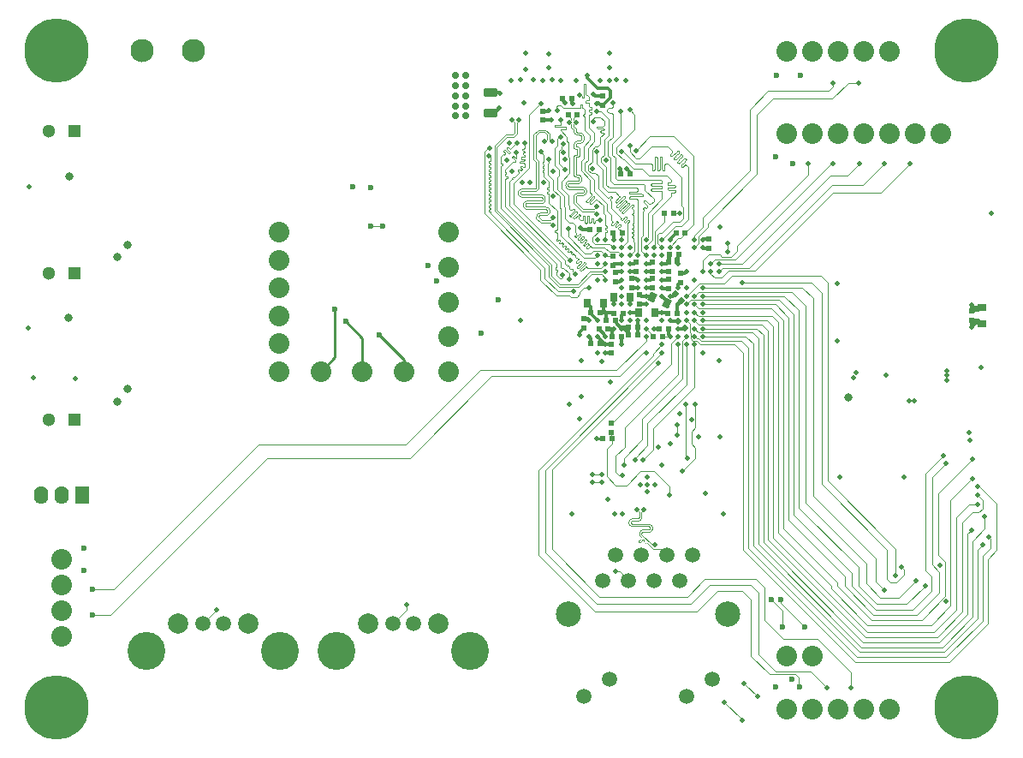
<source format=gbr>
G04 #@! TF.GenerationSoftware,KiCad,Pcbnew,(5.99.0-10577-g57d4347f00)*
G04 #@! TF.CreationDate,2021-05-20T13:19:23+03:00*
G04 #@! TF.ProjectId,imx6ull_tryout,696d7836-756c-46c5-9f74-72796f75742e,rev?*
G04 #@! TF.SameCoordinates,Original*
G04 #@! TF.FileFunction,Copper,L4,Bot*
G04 #@! TF.FilePolarity,Positive*
%FSLAX46Y46*%
G04 Gerber Fmt 4.6, Leading zero omitted, Abs format (unit mm)*
G04 Created by KiCad (PCBNEW (5.99.0-10577-g57d4347f00)) date 2021-05-20 13:19:23*
%MOMM*%
%LPD*%
G01*
G04 APERTURE LIST*
G04 Aperture macros list*
%AMRoundRect*
0 Rectangle with rounded corners*
0 $1 Rounding radius*
0 $2 $3 $4 $5 $6 $7 $8 $9 X,Y pos of 4 corners*
0 Add a 4 corners polygon primitive as box body*
4,1,4,$2,$3,$4,$5,$6,$7,$8,$9,$2,$3,0*
0 Add four circle primitives for the rounded corners*
1,1,$1+$1,$2,$3*
1,1,$1+$1,$4,$5*
1,1,$1+$1,$6,$7*
1,1,$1+$1,$8,$9*
0 Add four rect primitives between the rounded corners*
20,1,$1+$1,$2,$3,$4,$5,0*
20,1,$1+$1,$4,$5,$6,$7,0*
20,1,$1+$1,$6,$7,$8,$9,0*
20,1,$1+$1,$8,$9,$2,$3,0*%
G04 Aperture macros list end*
G04 #@! TA.AperFunction,ComponentPad*
%ADD10C,2.032000*%
G04 #@! TD*
G04 #@! TA.AperFunction,ComponentPad*
%ADD11O,2.032000X2.032000*%
G04 #@! TD*
G04 #@! TA.AperFunction,ComponentPad*
%ADD12R,1.300000X1.300000*%
G04 #@! TD*
G04 #@! TA.AperFunction,ComponentPad*
%ADD13C,1.300000*%
G04 #@! TD*
G04 #@! TA.AperFunction,ComponentPad*
%ADD14C,2.000000*%
G04 #@! TD*
G04 #@! TA.AperFunction,ComponentPad*
%ADD15C,1.500000*%
G04 #@! TD*
G04 #@! TA.AperFunction,ComponentPad*
%ADD16C,3.750000*%
G04 #@! TD*
G04 #@! TA.AperFunction,ComponentPad*
%ADD17R,1.397000X1.778000*%
G04 #@! TD*
G04 #@! TA.AperFunction,ComponentPad*
%ADD18O,1.397000X1.778000*%
G04 #@! TD*
G04 #@! TA.AperFunction,ComponentPad*
%ADD19C,2.500000*%
G04 #@! TD*
G04 #@! TA.AperFunction,ComponentPad*
%ADD20C,6.350000*%
G04 #@! TD*
G04 #@! TA.AperFunction,ComponentPad*
%ADD21C,2.300000*%
G04 #@! TD*
G04 #@! TA.AperFunction,SMDPad,CuDef*
%ADD22RoundRect,0.050000X-0.200000X-0.225000X0.200000X-0.225000X0.200000X0.225000X-0.200000X0.225000X0*%
G04 #@! TD*
G04 #@! TA.AperFunction,SMDPad,CuDef*
%ADD23RoundRect,0.070000X-0.280000X-0.380000X0.280000X-0.380000X0.280000X0.380000X-0.280000X0.380000X0*%
G04 #@! TD*
G04 #@! TA.AperFunction,SMDPad,CuDef*
%ADD24RoundRect,0.050000X0.225000X-0.200000X0.225000X0.200000X-0.225000X0.200000X-0.225000X-0.200000X0*%
G04 #@! TD*
G04 #@! TA.AperFunction,SMDPad,CuDef*
%ADD25RoundRect,0.050000X-0.300520X-0.017678X-0.017678X-0.300520X0.300520X0.017678X0.017678X0.300520X0*%
G04 #@! TD*
G04 #@! TA.AperFunction,SMDPad,CuDef*
%ADD26RoundRect,0.090000X0.560000X-0.360000X0.560000X0.360000X-0.560000X0.360000X-0.560000X-0.360000X0*%
G04 #@! TD*
G04 #@! TA.AperFunction,SMDPad,CuDef*
%ADD27RoundRect,0.050000X0.200000X0.225000X-0.200000X0.225000X-0.200000X-0.225000X0.200000X-0.225000X0*%
G04 #@! TD*
G04 #@! TA.AperFunction,SMDPad,CuDef*
%ADD28RoundRect,0.050000X-0.225000X0.200000X-0.225000X-0.200000X0.225000X-0.200000X0.225000X0.200000X0*%
G04 #@! TD*
G04 #@! TA.AperFunction,SMDPad,CuDef*
%ADD29RoundRect,0.050000X0.300520X0.017678X0.017678X0.300520X-0.300520X-0.017678X-0.017678X-0.300520X0*%
G04 #@! TD*
G04 #@! TA.AperFunction,SMDPad,CuDef*
%ADD30RoundRect,0.070000X-0.380000X0.280000X-0.380000X-0.280000X0.380000X-0.280000X0.380000X0.280000X0*%
G04 #@! TD*
G04 #@! TA.AperFunction,SMDPad,CuDef*
%ADD31RoundRect,0.070000X0.280000X0.380000X-0.280000X0.380000X-0.280000X-0.380000X0.280000X-0.380000X0*%
G04 #@! TD*
G04 #@! TA.AperFunction,SMDPad,CuDef*
%ADD32RoundRect,0.070000X-0.406219X-0.240387X0.109264X-0.459197X0.406219X0.240387X-0.109264X0.459197X0*%
G04 #@! TD*
G04 #@! TA.AperFunction,ViaPad*
%ADD33C,0.600000*%
G04 #@! TD*
G04 #@! TA.AperFunction,ViaPad*
%ADD34C,0.460000*%
G04 #@! TD*
G04 #@! TA.AperFunction,ViaPad*
%ADD35C,0.800000*%
G04 #@! TD*
G04 #@! TA.AperFunction,ViaPad*
%ADD36C,0.700000*%
G04 #@! TD*
G04 #@! TA.AperFunction,Conductor*
%ADD37C,0.101600*%
G04 #@! TD*
G04 #@! TA.AperFunction,Conductor*
%ADD38C,0.090000*%
G04 #@! TD*
G04 #@! TA.AperFunction,Conductor*
%ADD39C,0.100000*%
G04 #@! TD*
G04 #@! TA.AperFunction,Conductor*
%ADD40C,0.250000*%
G04 #@! TD*
G04 #@! TA.AperFunction,Conductor*
%ADD41C,0.350000*%
G04 #@! TD*
G04 #@! TA.AperFunction,Conductor*
%ADD42C,0.300000*%
G04 #@! TD*
G04 APERTURE END LIST*
D10*
X104000000Y-94750000D03*
X120750000Y-95437500D03*
X104000000Y-105750000D03*
D11*
X154220000Y-82200000D03*
X156760000Y-82200000D03*
X159300000Y-82200000D03*
X161840000Y-82200000D03*
X164380000Y-82200000D03*
X166920000Y-82200000D03*
X169460000Y-82200000D03*
X82500000Y-124290000D03*
X82500000Y-126830000D03*
X82500000Y-129370000D03*
X82500000Y-131910000D03*
D12*
X83770000Y-82000000D03*
D13*
X81230000Y-82000000D03*
D10*
X116375000Y-105750000D03*
X104000000Y-103000000D03*
D12*
X83770000Y-96000000D03*
D13*
X81230000Y-96000000D03*
D10*
X104000000Y-92000000D03*
D12*
X83770000Y-110500000D03*
D13*
X81230000Y-110500000D03*
D14*
X94000000Y-130625000D03*
D15*
X96500000Y-130625000D03*
X98500000Y-130625000D03*
D14*
X101000000Y-130625000D03*
D16*
X104070000Y-133335000D03*
X90930000Y-133335000D03*
D10*
X104000000Y-100250000D03*
D14*
X112800000Y-130625000D03*
D15*
X115300000Y-130625000D03*
X117300000Y-130625000D03*
D14*
X119800000Y-130625000D03*
D16*
X109730000Y-133335000D03*
X122870000Y-133335000D03*
D11*
X154220000Y-133900000D03*
X156760000Y-133900000D03*
D10*
X112250000Y-105750000D03*
X120750000Y-105750000D03*
D11*
X154220000Y-139100000D03*
X156760000Y-139100000D03*
X159300000Y-139100000D03*
X161840000Y-139100000D03*
X164380000Y-139100000D03*
D10*
X120750000Y-98875000D03*
D11*
X154220000Y-74100000D03*
X156760000Y-74100000D03*
X159300000Y-74100000D03*
X161840000Y-74100000D03*
X164380000Y-74100000D03*
D10*
X104000000Y-97500000D03*
X120750000Y-92000000D03*
D17*
X84532000Y-118000000D03*
D18*
X82500000Y-118000000D03*
X80468000Y-118000000D03*
D15*
X136055000Y-126400000D03*
X137325000Y-123860000D03*
X138595000Y-126400000D03*
X139865000Y-123860000D03*
X141135000Y-126400000D03*
X142405000Y-123860000D03*
X143675000Y-126400000D03*
X144945000Y-123860000D03*
X134175000Y-137830000D03*
X136715000Y-136130000D03*
X144285000Y-137830000D03*
X146825000Y-136130000D03*
D19*
X132625000Y-129700000D03*
X148375000Y-129700000D03*
D20*
X82000000Y-139000000D03*
X172000000Y-74000000D03*
X82000000Y-74000000D03*
D10*
X120750000Y-102312500D03*
X108125000Y-105750000D03*
D21*
X90460000Y-74000000D03*
X95540000Y-74000000D03*
D20*
X172000000Y-139000000D03*
D22*
X138550000Y-101400000D03*
X139450000Y-101400000D03*
X142650000Y-94200000D03*
X143550000Y-94200000D03*
X137800000Y-86250000D03*
X138700000Y-86250000D03*
D23*
X134500000Y-99000000D03*
X136100000Y-99000000D03*
D24*
X130120000Y-80910000D03*
X130120000Y-80010000D03*
D25*
X143181802Y-98081802D03*
X143818198Y-98718198D03*
D22*
X134750000Y-91700000D03*
X135650000Y-91700000D03*
D26*
X124950000Y-80200000D03*
X124950000Y-78200000D03*
D27*
X137250000Y-100700000D03*
X136350000Y-100700000D03*
X137950000Y-92100000D03*
X137050000Y-92100000D03*
D28*
X139300000Y-94950000D03*
X139300000Y-95850000D03*
D22*
X138550000Y-102100000D03*
X139450000Y-102100000D03*
X141050000Y-102300000D03*
X141950000Y-102300000D03*
D29*
X144118198Y-101418198D03*
X143481802Y-100781802D03*
D28*
X140900000Y-94930000D03*
X140900000Y-95830000D03*
X137300000Y-95950000D03*
X137300000Y-96850000D03*
X139700000Y-98150000D03*
X139700000Y-99050000D03*
X134200000Y-100550000D03*
X134200000Y-101450000D03*
D30*
X173510000Y-99400000D03*
X173510000Y-101000000D03*
D27*
X138050000Y-100000000D03*
X137150000Y-100000000D03*
D28*
X136900000Y-103050000D03*
X136900000Y-103950000D03*
D24*
X138900000Y-97450000D03*
X138900000Y-96550000D03*
D27*
X135750000Y-103000000D03*
X134850000Y-103000000D03*
X136550000Y-101500000D03*
X135650000Y-101500000D03*
D28*
X142500000Y-94950000D03*
X142500000Y-95850000D03*
D22*
X142450000Y-100000000D03*
X143350000Y-100000000D03*
X143260000Y-92090000D03*
X144160000Y-92090000D03*
D28*
X136900000Y-110850000D03*
X136900000Y-111750000D03*
D22*
X141650000Y-101500000D03*
X142550000Y-101500000D03*
D24*
X146500000Y-93550000D03*
X146500000Y-92650000D03*
D28*
X140900000Y-96550000D03*
X140900000Y-97450000D03*
X143700000Y-96050000D03*
X143700000Y-96950000D03*
D31*
X141200000Y-99900000D03*
X139600000Y-99900000D03*
D28*
X172510000Y-99800000D03*
X172510000Y-100700000D03*
D22*
X134850000Y-99900000D03*
X135750000Y-99900000D03*
D31*
X138700000Y-98400000D03*
X137100000Y-98400000D03*
D27*
X132950000Y-78750000D03*
X132050000Y-78750000D03*
D24*
X135990000Y-79420000D03*
X135990000Y-78520000D03*
D22*
X136950000Y-102300000D03*
X137850000Y-102300000D03*
X142150000Y-90100000D03*
X143050000Y-90100000D03*
D32*
X140933596Y-98407415D03*
X142406404Y-99032585D03*
D22*
X132600000Y-80370000D03*
X133500000Y-80370000D03*
D27*
X136925000Y-112420000D03*
X136025000Y-112420000D03*
D28*
X137000000Y-94350000D03*
X137000000Y-95250000D03*
X142500000Y-96650000D03*
X142500000Y-97550000D03*
D33*
X114300000Y-91400000D03*
X113100000Y-91400000D03*
X113900000Y-102100000D03*
X110600000Y-100800000D03*
X109500000Y-99600000D03*
X119600000Y-96800000D03*
X118750000Y-95250000D03*
D34*
X79300000Y-87450000D03*
X145900000Y-103900000D03*
X143500000Y-95100000D03*
X174420000Y-90140000D03*
X141160000Y-116940000D03*
D35*
X89000000Y-93250000D03*
D34*
X147600000Y-91500000D03*
X137900000Y-103100000D03*
X148000000Y-119800000D03*
X135500000Y-103900000D03*
X170078791Y-105650000D03*
X147500000Y-104700000D03*
D35*
X89000000Y-107450000D03*
D34*
X169410000Y-124930000D03*
X166328791Y-108650000D03*
X126990000Y-76960000D03*
X164078791Y-106150000D03*
X160828791Y-106400000D03*
X159190000Y-102740000D03*
X138700000Y-95900000D03*
X170078791Y-106650000D03*
X136700000Y-76960000D03*
X166828791Y-108650000D03*
X140300000Y-97500000D03*
X132700000Y-109000000D03*
X126750000Y-83150000D03*
X159200000Y-97060000D03*
X137900000Y-99100000D03*
X170078791Y-106150000D03*
D33*
X155600000Y-76500000D03*
D34*
X143500000Y-99100000D03*
X136340000Y-84880000D03*
X139720000Y-116940000D03*
X135040000Y-85720000D03*
X143500000Y-97500000D03*
X169990000Y-128490000D03*
X137900000Y-98300000D03*
X172470000Y-101360000D03*
X138420000Y-85730000D03*
X143600000Y-109900000D03*
X137100000Y-92700000D03*
X130710000Y-79950000D03*
X133700000Y-110400000D03*
X79200000Y-101450000D03*
X137900000Y-95100000D03*
X138290000Y-76950000D03*
X142700000Y-92700000D03*
X145900000Y-99900000D03*
X172298791Y-111760000D03*
D33*
X84700000Y-125400000D03*
D34*
X131130000Y-88460000D03*
X135500000Y-92700000D03*
X143600000Y-90100000D03*
X127060000Y-85940000D03*
X140300000Y-95900000D03*
X135050000Y-78350000D03*
X136300000Y-99900000D03*
X125840000Y-78300000D03*
X133000000Y-119800000D03*
X145900000Y-92700000D03*
X141500000Y-113200000D03*
X140300000Y-99100000D03*
X134700000Y-102300000D03*
X137900000Y-97500000D03*
X144300000Y-97500000D03*
X83883500Y-106483500D03*
X140440000Y-116220000D03*
D35*
X88000000Y-94450000D03*
D34*
X138700000Y-99900000D03*
X136300000Y-103900000D03*
D33*
X113100000Y-87600000D03*
D35*
X83200000Y-100450000D03*
D34*
X128400000Y-74250000D03*
X133900000Y-104700000D03*
X128270000Y-79220000D03*
X131010000Y-76940000D03*
X132280000Y-84810000D03*
X140440000Y-117660000D03*
X161078791Y-105900000D03*
D35*
X83250000Y-86500000D03*
D34*
X146200000Y-117800000D03*
X138700000Y-93500000D03*
X141900000Y-100700000D03*
X135900000Y-104800000D03*
X141900000Y-94300000D03*
X128820000Y-87070000D03*
X140430000Y-116940000D03*
X144300000Y-99900000D03*
X135500000Y-96700000D03*
X135400000Y-112400000D03*
X127890000Y-100720000D03*
X135500000Y-95100000D03*
X141100000Y-94300000D03*
X142700000Y-100700000D03*
D33*
X154700000Y-136200000D03*
D34*
X137200000Y-119800000D03*
X139500000Y-96700000D03*
X142700000Y-102300000D03*
X133700000Y-102100000D03*
X139500000Y-100700000D03*
D35*
X88000000Y-108750000D03*
D34*
X173410000Y-105380000D03*
X138000000Y-119800000D03*
X132310000Y-79230000D03*
X125840000Y-78300000D03*
X136700000Y-75700000D03*
X133900000Y-108200000D03*
X136300000Y-102300000D03*
D33*
X154800000Y-85200000D03*
D34*
X141900000Y-95900000D03*
X140300000Y-100700000D03*
D33*
X124000000Y-102000000D03*
D34*
X130100000Y-76950000D03*
X133790000Y-91510000D03*
X137100000Y-99100000D03*
X141900000Y-97500000D03*
X137900000Y-96700000D03*
X131100000Y-85970000D03*
X138700000Y-100700000D03*
X141900000Y-98300000D03*
X145100000Y-96700000D03*
X133400000Y-76960000D03*
X136700000Y-74300000D03*
X136800000Y-106800000D03*
X134700000Y-100700000D03*
X137100000Y-93500000D03*
X141900000Y-99900000D03*
X142700000Y-98300000D03*
X140300000Y-96700000D03*
X141900000Y-96700000D03*
X139500000Y-97500000D03*
X138700000Y-99100000D03*
X137900000Y-100700000D03*
D36*
X122500000Y-76500000D03*
D34*
X130700000Y-74400000D03*
D36*
X122500000Y-77500000D03*
X121500000Y-80500000D03*
D34*
X130910000Y-80910000D03*
X140300000Y-98300000D03*
D36*
X121500000Y-78500000D03*
D34*
X126575000Y-84875000D03*
X125750000Y-79710000D03*
X128400000Y-75850000D03*
D36*
X122500000Y-78500000D03*
D34*
X130200000Y-87100000D03*
X128080000Y-87080000D03*
X135790000Y-76970000D03*
X133090000Y-79250000D03*
X131900000Y-76960000D03*
X137680000Y-85700000D03*
D36*
X122500000Y-80500000D03*
D34*
X141900000Y-95100000D03*
X138700000Y-95100000D03*
D36*
X121500000Y-79500000D03*
D34*
X132160000Y-84080000D03*
X140300000Y-95100000D03*
D36*
X121500000Y-77500000D03*
X121500000Y-76500000D03*
D34*
X130700000Y-75700000D03*
X127900000Y-76940000D03*
D36*
X122500000Y-79500000D03*
D34*
X129200000Y-76940000D03*
X137400000Y-76940000D03*
X137900000Y-95900000D03*
X135500000Y-102300000D03*
X136300000Y-103100000D03*
X135390000Y-79250000D03*
X136300000Y-94300000D03*
X134500000Y-76500000D03*
X132600000Y-91640000D03*
X142700000Y-93500000D03*
X139300000Y-83900000D03*
D33*
X153200000Y-76500000D03*
X84700000Y-123200000D03*
D34*
X145900000Y-93500000D03*
X143500000Y-101500000D03*
X141900000Y-115000000D03*
X159500000Y-116200000D03*
D33*
X153100000Y-84500000D03*
D34*
X144800000Y-110500000D03*
X145495000Y-112200000D03*
D33*
X153100000Y-136900000D03*
D34*
X172318791Y-112570000D03*
X142700000Y-112900000D03*
D33*
X125700000Y-98700000D03*
D34*
X172500000Y-99160000D03*
X141100000Y-101500000D03*
X137900000Y-101500000D03*
X165800000Y-116200000D03*
X144300000Y-95900000D03*
X147600000Y-112200000D03*
D33*
X111300000Y-87500000D03*
D35*
X160300000Y-108300000D03*
D34*
X79700000Y-106400000D03*
X143500000Y-93500000D03*
X136500000Y-118400000D03*
X137100000Y-101500000D03*
X133700000Y-78400000D03*
X137900000Y-92700000D03*
X141100000Y-93500000D03*
X133390000Y-81110000D03*
X135410000Y-89445000D03*
X140300000Y-101500000D03*
X135410000Y-90155000D03*
X132690000Y-81110000D03*
X148060000Y-138420000D03*
X149830000Y-140210000D03*
X138690000Y-83460000D03*
X141900000Y-92700000D03*
X137850000Y-84010000D03*
X141900000Y-93500000D03*
X138690000Y-79900000D03*
X140300000Y-93500000D03*
X142600000Y-118000000D03*
X140300000Y-92700000D03*
X137800000Y-80050000D03*
X137020000Y-79190000D03*
X140300000Y-94300000D03*
X139500000Y-94300000D03*
X135470000Y-80030000D03*
X138700000Y-94300000D03*
X135440000Y-84000000D03*
X135090000Y-81070000D03*
X137900000Y-93500000D03*
X131880000Y-82550000D03*
X137900000Y-94300000D03*
X136300000Y-92700000D03*
X131500000Y-79960000D03*
X129900000Y-84040000D03*
X136300000Y-95100000D03*
X127765000Y-80900000D03*
X136300000Y-95900000D03*
X127055000Y-80900000D03*
X136300000Y-96700000D03*
X131860000Y-80880000D03*
X135760000Y-90790000D03*
X139390000Y-119430000D03*
X141210000Y-122860000D03*
X140090000Y-119430000D03*
X137300000Y-125490000D03*
X151310000Y-137860000D03*
X150030000Y-136580000D03*
X138100000Y-115000000D03*
X144300000Y-102300000D03*
X145900000Y-97500000D03*
X163900000Y-127400000D03*
X145900000Y-98300000D03*
X167900000Y-126900000D03*
X167000000Y-126400000D03*
X145100000Y-98300000D03*
X165000000Y-125900000D03*
X144300000Y-98300000D03*
X149800000Y-97000000D03*
X165600000Y-125100000D03*
X145900000Y-102300000D03*
X173600000Y-122900000D03*
X174200000Y-122100000D03*
X145100000Y-102300000D03*
X172500000Y-121400000D03*
X145900000Y-101500000D03*
X148400000Y-93100000D03*
X148400000Y-93900000D03*
X145100000Y-101500000D03*
X173800000Y-120100000D03*
X173100000Y-118900000D03*
X145900000Y-100700000D03*
X173100000Y-118000000D03*
X145100000Y-100700000D03*
X144300000Y-100700000D03*
X173100000Y-117100000D03*
X145100000Y-99900000D03*
X172600000Y-116400000D03*
D33*
X85600000Y-127300000D03*
D34*
X140300000Y-102300000D03*
X170000000Y-114800000D03*
X145900000Y-99100000D03*
X172600000Y-114400000D03*
X145100000Y-99100000D03*
X132150000Y-83250000D03*
X132270000Y-85780000D03*
X130700000Y-84760000D03*
X135500000Y-94300000D03*
X130295000Y-83040000D03*
X131100000Y-90560000D03*
X131100000Y-91260000D03*
X131005000Y-83040000D03*
X133300000Y-96100000D03*
X128300000Y-83170000D03*
X134700000Y-97500000D03*
X124820000Y-83680000D03*
X132820000Y-94750000D03*
X129890000Y-79270000D03*
X127530000Y-83190000D03*
X132030000Y-96230000D03*
X132700000Y-96600000D03*
X127510000Y-84060000D03*
X133160000Y-97830000D03*
X124800000Y-84400000D03*
X140300000Y-103900000D03*
D33*
X85600000Y-129800000D03*
D34*
X144300000Y-99100000D03*
X169700000Y-114100000D03*
X143500000Y-102300000D03*
X135000000Y-116700000D03*
X135900000Y-116700000D03*
X135900000Y-115900000D03*
X135000000Y-115900000D03*
X144400000Y-114300000D03*
X144200000Y-109000000D03*
X145200000Y-109000000D03*
X143900000Y-115600000D03*
X145100000Y-103100000D03*
X140000000Y-114500000D03*
X144300000Y-103100000D03*
X139200000Y-114500000D03*
X143400000Y-112000000D03*
X143400000Y-111000000D03*
X138000000Y-116000000D03*
X143500000Y-103100000D03*
X135500000Y-100700000D03*
X116650000Y-128800000D03*
X97855000Y-129300000D03*
X97855000Y-129300000D03*
X141900000Y-103100000D03*
D33*
X155500000Y-136900000D03*
D34*
X141500000Y-104900000D03*
X160600000Y-137000000D03*
X158200000Y-137000000D03*
X141900000Y-103900000D03*
X158800000Y-77200000D03*
X145100000Y-92700000D03*
X145100000Y-93500000D03*
X161300000Y-77200000D03*
X156300000Y-85200000D03*
X145900000Y-95900000D03*
X166400000Y-85200000D03*
X146700000Y-95900000D03*
X146700000Y-95100000D03*
X158800000Y-85200000D03*
X147500000Y-95900000D03*
X163900000Y-85200000D03*
X161400000Y-85200000D03*
X147500000Y-95100000D03*
D33*
X156000000Y-131000000D03*
X153600000Y-128300000D03*
X153800000Y-131000000D03*
X152700000Y-128300000D03*
D37*
X157600000Y-96300000D02*
X148800000Y-96300000D01*
X148800000Y-96300000D02*
X148070000Y-97030000D01*
X145570000Y-97030000D02*
X144300000Y-98300000D01*
X158250000Y-116540000D02*
X158250000Y-96950000D01*
X158250000Y-96950000D02*
X157600000Y-96300000D01*
X148070000Y-97030000D02*
X145570000Y-97030000D01*
X165000000Y-123290000D02*
X158250000Y-116540000D01*
X165000000Y-125900000D02*
X165000000Y-123290000D01*
D38*
X165820000Y-125320000D02*
X165600000Y-125100000D01*
X165820000Y-125850000D02*
X165820000Y-125320000D01*
X165100000Y-126570000D02*
X165820000Y-125850000D01*
X164155000Y-126245000D02*
X164480000Y-126570000D01*
X157680000Y-97980000D02*
X157680000Y-116870000D01*
X164155000Y-123345000D02*
X164155000Y-126245000D01*
X164480000Y-126570000D02*
X165100000Y-126570000D01*
X156700000Y-97000000D02*
X157680000Y-97980000D01*
X157680000Y-116870000D02*
X164155000Y-123345000D01*
X149800000Y-97000000D02*
X156700000Y-97000000D01*
D39*
X114300000Y-91400000D02*
X113100000Y-91400000D01*
D40*
X113900000Y-102100000D02*
X116375000Y-104575000D01*
X116375000Y-104575000D02*
X116375000Y-105750000D01*
X112250000Y-102450000D02*
X112250000Y-105750000D01*
X110600000Y-100800000D02*
X112250000Y-102450000D01*
X109500000Y-104375000D02*
X108125000Y-105750000D01*
X109500000Y-99600000D02*
X109500000Y-104375000D01*
D41*
X139700000Y-99050000D02*
X140250000Y-99050000D01*
X143500000Y-95100000D02*
X143500000Y-94250000D01*
X140900000Y-97450000D02*
X140350000Y-97450000D01*
X139450000Y-100750000D02*
X139500000Y-100700000D01*
X138700000Y-86010000D02*
X138700000Y-86250000D01*
X172510000Y-100700000D02*
X173210000Y-100700000D01*
D42*
X136350000Y-99950000D02*
X136300000Y-99900000D01*
D41*
X136300000Y-102200000D02*
X136300000Y-102300000D01*
X141950000Y-97550000D02*
X141900000Y-97500000D01*
D38*
X143050000Y-90100000D02*
X143600000Y-90100000D01*
D41*
X137100000Y-98400000D02*
X137100000Y-99100000D01*
D40*
X135400000Y-112400000D02*
X136005000Y-112400000D01*
D41*
X133790000Y-91510000D02*
X133980000Y-91700000D01*
D42*
X136100000Y-99700000D02*
X136300000Y-99900000D01*
D41*
X137150000Y-95100000D02*
X137900000Y-95100000D01*
X143300000Y-94600000D02*
X143300000Y-95000000D01*
D42*
X135750000Y-99900000D02*
X136300000Y-99900000D01*
D41*
X138420000Y-85730000D02*
X138700000Y-86010000D01*
X139600000Y-99900000D02*
X138700000Y-99900000D01*
X142500000Y-95850000D02*
X141950000Y-95850000D01*
X124950000Y-78200000D02*
X125740000Y-78200000D01*
X140370000Y-95830000D02*
X140300000Y-95900000D01*
X132310000Y-79230000D02*
X132050000Y-78970000D01*
X140350000Y-97450000D02*
X140300000Y-97500000D01*
X143550000Y-94200000D02*
X143550000Y-94350000D01*
D39*
X141950000Y-102300000D02*
X142700000Y-102300000D01*
D41*
X137900000Y-103100000D02*
X137900000Y-102350000D01*
X136300000Y-99900000D02*
X137050000Y-99900000D01*
X138700000Y-95900000D02*
X138750000Y-95850000D01*
X139450000Y-102100000D02*
X139450000Y-101400000D01*
X139450000Y-101400000D02*
X139450000Y-100750000D01*
X130650000Y-80010000D02*
X130710000Y-79950000D01*
X142700000Y-92700000D02*
X142700000Y-92650000D01*
X138750000Y-95850000D02*
X139300000Y-95850000D01*
X137100000Y-92700000D02*
X137100000Y-92150000D01*
X145950000Y-92650000D02*
X145900000Y-92700000D01*
X132050000Y-78970000D02*
X132050000Y-78750000D01*
X125740000Y-78200000D02*
X125840000Y-78300000D01*
X137000000Y-95250000D02*
X137150000Y-95100000D01*
X172470000Y-101360000D02*
X172920000Y-100910000D01*
X142550000Y-102150000D02*
X142700000Y-102300000D01*
X137300000Y-96850000D02*
X137750000Y-96850000D01*
X146500000Y-92650000D02*
X145950000Y-92650000D01*
X137050000Y-99900000D02*
X137150000Y-100000000D01*
D42*
X134150000Y-101450000D02*
X133700000Y-101900000D01*
D41*
X140900000Y-95830000D02*
X140370000Y-95830000D01*
X143500000Y-99036396D02*
X143818198Y-98718198D01*
X135990000Y-78520000D02*
X135220000Y-78520000D01*
X142421754Y-98821754D02*
X141900000Y-98300000D01*
X136350000Y-103950000D02*
X136300000Y-103900000D01*
X142550000Y-101500000D02*
X142550000Y-102150000D01*
X143500000Y-97150000D02*
X143700000Y-96950000D01*
X172470000Y-101360000D02*
X172470000Y-100740000D01*
X140250000Y-99050000D02*
X140300000Y-99100000D01*
X134850000Y-102450000D02*
X134700000Y-102300000D01*
X173210000Y-100700000D02*
X173510000Y-101000000D01*
X130120000Y-80010000D02*
X130650000Y-80010000D01*
X172920000Y-100910000D02*
X172980000Y-100910000D01*
X138900000Y-96550000D02*
X139350000Y-96550000D01*
X143550000Y-94350000D02*
X143300000Y-94600000D01*
D42*
X136100000Y-99000000D02*
X136100000Y-99700000D01*
D41*
X135220000Y-78520000D02*
X135050000Y-78350000D01*
X143481802Y-100781802D02*
X142781802Y-100781802D01*
X139350000Y-96550000D02*
X139500000Y-96700000D01*
X142781802Y-100781802D02*
X142700000Y-100700000D01*
X136900000Y-103950000D02*
X136350000Y-103950000D01*
X143500000Y-97500000D02*
X143500000Y-97150000D01*
X134850000Y-103000000D02*
X134850000Y-102450000D01*
X143500000Y-99100000D02*
X143500000Y-99036396D01*
X135650000Y-101550000D02*
X136300000Y-102200000D01*
X142500000Y-97550000D02*
X141950000Y-97550000D01*
X133980000Y-91700000D02*
X134750000Y-91700000D01*
X143350000Y-99250000D02*
X143500000Y-99100000D01*
X141950000Y-95850000D02*
X141900000Y-95900000D01*
X143350000Y-100000000D02*
X143350000Y-99250000D01*
D42*
X136350000Y-100700000D02*
X136350000Y-99950000D01*
D41*
X137750000Y-96850000D02*
X137900000Y-96700000D01*
X142700000Y-92650000D02*
X143260000Y-92090000D01*
D42*
X133700000Y-101900000D02*
X133700000Y-102100000D01*
D41*
X134200000Y-100550000D02*
X134550000Y-100550000D01*
X134550000Y-100550000D02*
X134700000Y-100700000D01*
D39*
X135240000Y-93140000D02*
X135000000Y-92900000D01*
X137100000Y-93500000D02*
X136740000Y-93140000D01*
X135000000Y-92900000D02*
X135000000Y-92500000D01*
X136740000Y-93140000D02*
X135240000Y-93140000D01*
X135000000Y-92500000D02*
X135650000Y-91850000D01*
D41*
X142963604Y-98300000D02*
X143181802Y-98081802D01*
X141200000Y-99900000D02*
X141900000Y-99900000D01*
X142700000Y-98300000D02*
X142963604Y-98300000D01*
X142350000Y-99900000D02*
X142450000Y-100000000D01*
X141900000Y-99900000D02*
X142350000Y-99900000D01*
X140750000Y-96700000D02*
X140900000Y-96550000D01*
X141900000Y-96700000D02*
X142450000Y-96700000D01*
X140300000Y-96700000D02*
X140750000Y-96700000D01*
X138900000Y-97450000D02*
X139450000Y-97450000D01*
X138700000Y-99100000D02*
X138700000Y-98400000D01*
X139450000Y-97450000D02*
X139500000Y-97500000D01*
X137900000Y-100700000D02*
X137900000Y-100150000D01*
X137900000Y-100150000D02*
X138050000Y-100000000D01*
X133090000Y-79250000D02*
X132950000Y-79110000D01*
X137800000Y-85820000D02*
X137800000Y-86250000D01*
X139150000Y-95100000D02*
X139300000Y-94950000D01*
X140300000Y-95100000D02*
X140730000Y-95100000D01*
X142650000Y-94200000D02*
X142650000Y-94800000D01*
X125750000Y-79710000D02*
X125750000Y-79750000D01*
X130910000Y-80910000D02*
X130120000Y-80910000D01*
X138700000Y-95100000D02*
X139150000Y-95100000D01*
X140730000Y-95100000D02*
X140900000Y-94930000D01*
X142500000Y-94348864D02*
X142665333Y-94183531D01*
X142350000Y-95100000D02*
X142500000Y-94950000D01*
X132950000Y-79110000D02*
X132950000Y-78750000D01*
X137680000Y-85700000D02*
X137800000Y-85820000D01*
X140771862Y-98300000D02*
X140918246Y-98446384D01*
X125750000Y-79750000D02*
X125300000Y-80200000D01*
X140300000Y-98300000D02*
X140771862Y-98300000D01*
X142650000Y-94800000D02*
X142500000Y-94950000D01*
X141900000Y-95100000D02*
X142350000Y-95100000D01*
X139850000Y-98300000D02*
X139700000Y-98150000D01*
X140300000Y-98300000D02*
X139850000Y-98300000D01*
X142500000Y-94950000D02*
X142500000Y-94348864D01*
X135850000Y-103100000D02*
X135750000Y-103000000D01*
X137900000Y-95900000D02*
X137350000Y-95900000D01*
X135750000Y-103000000D02*
X135750000Y-102550000D01*
X136300000Y-103100000D02*
X136850000Y-103100000D01*
X136300000Y-103100000D02*
X135850000Y-103100000D01*
X135500000Y-102300000D02*
X136300000Y-103100000D01*
D39*
X134270000Y-94100000D02*
X134820000Y-94100000D01*
D41*
X134500000Y-76750000D02*
X135500000Y-77750000D01*
X135390000Y-79250000D02*
X135410000Y-79230000D01*
X135620000Y-79230000D02*
X135810000Y-79420000D01*
D39*
X134820000Y-94100000D02*
X135080000Y-93840000D01*
X137000000Y-94350000D02*
X136350000Y-94350000D01*
D41*
X136500000Y-77750000D02*
X136750000Y-78000000D01*
D39*
X132600000Y-91640000D02*
X132600000Y-92430000D01*
D41*
X136750000Y-78000000D02*
X136750000Y-78660000D01*
D39*
X136350000Y-94350000D02*
X136300000Y-94300000D01*
D41*
X135410000Y-79230000D02*
X135620000Y-79230000D01*
X135500000Y-77750000D02*
X136500000Y-77750000D01*
X136750000Y-78660000D02*
X135990000Y-79420000D01*
D39*
X135840000Y-93840000D02*
X136300000Y-94300000D01*
X132600000Y-92430000D02*
X134270000Y-94100000D01*
D41*
X134500000Y-76500000D02*
X134500000Y-76750000D01*
X135810000Y-79420000D02*
X135990000Y-79420000D01*
D39*
X135080000Y-93840000D02*
X135840000Y-93840000D01*
X143510000Y-92600000D02*
X143700000Y-92600000D01*
X145000000Y-91200000D02*
X144160000Y-92040000D01*
X142700000Y-93500000D02*
X142700000Y-93410000D01*
X145000000Y-84440000D02*
X145000000Y-91200000D01*
X142700000Y-93410000D02*
X143510000Y-92600000D01*
X143060000Y-82500000D02*
X145000000Y-84440000D01*
X140700000Y-82500000D02*
X143060000Y-82500000D01*
X143700000Y-92600000D02*
X144160000Y-92140000D01*
X139300000Y-83900000D02*
X140700000Y-82500000D01*
D41*
X173510000Y-99400000D02*
X172740000Y-99400000D01*
X146500000Y-93550000D02*
X145950000Y-93550000D01*
X172510000Y-99800000D02*
X172510000Y-99170000D01*
X172500000Y-99160000D02*
X172740000Y-99400000D01*
X137900000Y-101500000D02*
X137250000Y-100850000D01*
X138550000Y-101400000D02*
X138000000Y-101400000D01*
X145950000Y-93550000D02*
X145900000Y-93500000D01*
X144300000Y-95900000D02*
X144150000Y-96050000D01*
X173510000Y-99400000D02*
X173230000Y-99680000D01*
X173230000Y-99680000D02*
X172850000Y-99680000D01*
X144150000Y-96050000D02*
X143700000Y-96050000D01*
X138000000Y-101400000D02*
X137900000Y-101500000D01*
X137250000Y-100850000D02*
X137250000Y-100700000D01*
X138550000Y-101950000D02*
X138100000Y-101500000D01*
X138100000Y-101500000D02*
X137900000Y-101500000D01*
X141100000Y-101500000D02*
X141650000Y-101500000D01*
X144036396Y-101500000D02*
X144118198Y-101418198D01*
X143500000Y-101500000D02*
X144036396Y-101500000D01*
X172850000Y-99680000D02*
X172730000Y-99800000D01*
X172510000Y-99800000D02*
X172730000Y-99800000D01*
X138550000Y-101400000D02*
X138550000Y-102100000D01*
X136950000Y-101650000D02*
X137100000Y-101500000D01*
X136950000Y-102300000D02*
X136950000Y-101650000D01*
X137100000Y-101500000D02*
X136550000Y-101500000D01*
D39*
X134757185Y-80091865D02*
X134730765Y-80082621D01*
X136849972Y-91154994D02*
X136863933Y-91137487D01*
X134932729Y-79797936D02*
X134947622Y-79774235D01*
X134882729Y-80142063D02*
X134862937Y-80122271D01*
X137270519Y-91402652D02*
X137260048Y-91389521D01*
X137556709Y-91602703D02*
X137556709Y-91591507D01*
X134956866Y-79747815D02*
X134960000Y-79720000D01*
X133997651Y-78658184D02*
X133981816Y-78642349D01*
X134707064Y-80372271D02*
X134730765Y-80357378D01*
X134416611Y-78420096D02*
X134397651Y-78408183D01*
X133730000Y-78430000D02*
X133700000Y-78400000D01*
X137270519Y-91296586D02*
X137500329Y-91066775D01*
X133882252Y-78432508D02*
X133860000Y-78430000D01*
X134785000Y-79595000D02*
X134757185Y-79591865D01*
X137556709Y-91591507D02*
X137559200Y-91580591D01*
X137005354Y-91278908D02*
X136987846Y-91292869D01*
X135180000Y-87890000D02*
X135180000Y-86800000D01*
X135180000Y-86800000D02*
X134280000Y-85900000D01*
X137383678Y-91455765D02*
X137367304Y-91459502D01*
X134138183Y-78642349D02*
X134122348Y-78658184D01*
X134672379Y-80024235D02*
X134663135Y-79997815D01*
X134280000Y-85900000D02*
X134280000Y-85110000D01*
X134150096Y-78623389D02*
X134138183Y-78642349D01*
X134582253Y-78967492D02*
X134603389Y-78960096D01*
X134862816Y-79598134D02*
X134835000Y-79595000D01*
X137514291Y-91049268D02*
X137524006Y-91029092D01*
X134303388Y-77339903D02*
X134282252Y-77332507D01*
X134397651Y-78408183D02*
X134381816Y-78392348D01*
X137418421Y-90896693D02*
X137396590Y-90901676D01*
X134622349Y-79191816D02*
X134603389Y-79179903D01*
X136480000Y-89880000D02*
X136480000Y-89190000D01*
X134280000Y-85110000D02*
X134550000Y-84840000D01*
X137650503Y-91710152D02*
X137641749Y-91703171D01*
X134730765Y-79857378D02*
X134757185Y-79848134D01*
X137564058Y-91570504D02*
X137571039Y-91561750D01*
X134650097Y-78913388D02*
X134657493Y-78892252D01*
X137679432Y-91184518D02*
X137659258Y-91194235D01*
X134663135Y-80442184D02*
X134672379Y-80415764D01*
X134387748Y-79167492D02*
X134366612Y-79160096D01*
X136970000Y-91031421D02*
X136983961Y-91013913D01*
X134730765Y-79582621D02*
X134707064Y-79567728D01*
X134862937Y-80122271D02*
X134839236Y-80107378D01*
X134603389Y-78960096D02*
X134622349Y-78948183D01*
X134381816Y-78392348D02*
X134369903Y-78373388D01*
X136970000Y-90890000D02*
X136890000Y-90810000D01*
X137350510Y-91459502D02*
X137334136Y-91455765D01*
X137249024Y-91358016D02*
X137249024Y-91341221D01*
X137742217Y-91688840D02*
X137731301Y-91691332D01*
X137660591Y-91715010D02*
X137650503Y-91710152D01*
X137783172Y-91208197D02*
X137765664Y-91194235D01*
X134387748Y-78972507D02*
X134410000Y-78970000D01*
X137500330Y-90925355D02*
X137482822Y-90911393D01*
X136983961Y-91013913D02*
X136993677Y-90993738D01*
X137305874Y-91438007D02*
X137270519Y-91402652D01*
X136998660Y-90949514D02*
X136993677Y-90927682D01*
X134835000Y-79595000D02*
X134785000Y-79595000D01*
X134862816Y-79841865D02*
X134889236Y-79832621D01*
X134757185Y-79591865D02*
X134730765Y-79582621D01*
X134160000Y-78580000D02*
X134157492Y-78602253D01*
X137701263Y-91179535D02*
X137679432Y-91184518D01*
X137703706Y-91710152D02*
X137693618Y-91715010D01*
X134730765Y-80082621D02*
X134707064Y-80067728D01*
X137797133Y-91332110D02*
X137806848Y-91311934D01*
X137559200Y-91613619D02*
X137556709Y-91602703D01*
X134157492Y-78602253D02*
X134150096Y-78623389D01*
X134560000Y-78970000D02*
X134582253Y-78967492D01*
X137252761Y-91324848D02*
X137260048Y-91309716D01*
X137440815Y-90896694D02*
X137418421Y-90896693D01*
X136863933Y-91137487D02*
X136970000Y-91031421D01*
X134960000Y-79720000D02*
X134956866Y-79692184D01*
X137260048Y-91389521D02*
X137252761Y-91374389D01*
X137783171Y-91349617D02*
X137797133Y-91332110D01*
X136993677Y-90927682D02*
X136983961Y-90907507D01*
X136890000Y-90290000D02*
X136480000Y-89880000D01*
X134947622Y-79774235D02*
X134956866Y-79747815D01*
X133950096Y-78486612D02*
X133938183Y-78467652D01*
X134839236Y-80332621D02*
X134862937Y-80317728D01*
X134657493Y-79247747D02*
X134650097Y-79226611D01*
X134550000Y-83660000D02*
X135190000Y-83020000D01*
X134550000Y-84840000D02*
X134550000Y-83660000D01*
X137641749Y-91703171D02*
X137571039Y-91632461D01*
X134660000Y-79270000D02*
X134657493Y-79247747D01*
X134663135Y-79942184D02*
X134672379Y-79915764D01*
X134812816Y-80098134D02*
X134757185Y-80091865D01*
X134347652Y-79148183D02*
X134331817Y-79132348D01*
X133860000Y-78430000D02*
X133730000Y-78430000D01*
X136945840Y-91307568D02*
X136923447Y-91307568D01*
X134331817Y-79007651D02*
X134347652Y-78991816D01*
X136901615Y-91302585D02*
X136881440Y-91292869D01*
X137682703Y-91717501D02*
X137671506Y-91717501D01*
X134882729Y-80297936D02*
X134897622Y-80274235D01*
X134331817Y-79132348D02*
X134319904Y-79113388D01*
X137659258Y-91194235D02*
X137641748Y-91208195D01*
X137260048Y-91309716D02*
X137270519Y-91296586D01*
X134839236Y-80107378D02*
X134812816Y-80098134D01*
X137745488Y-91184518D02*
X137723657Y-91179536D01*
X134357492Y-77407747D02*
X134350096Y-77386611D01*
X134560000Y-79170000D02*
X134410000Y-79170000D01*
X134660000Y-79970000D02*
X134663135Y-79942184D01*
X134707064Y-79567728D02*
X134660000Y-79520664D01*
X137334136Y-91455765D02*
X137319004Y-91448478D01*
X134037747Y-78677493D02*
X134016611Y-78670097D01*
X137765664Y-91194235D02*
X137745488Y-91184518D01*
X137252761Y-91374389D02*
X137249024Y-91358016D01*
X137811832Y-91267711D02*
X137806848Y-91245878D01*
X134906866Y-80192184D02*
X134897622Y-80165764D01*
X137482822Y-90911393D02*
X137462646Y-90901676D01*
X137731301Y-91691332D02*
X137721213Y-91696190D01*
X137319004Y-91448478D02*
X137305874Y-91438007D01*
X134347652Y-78991816D02*
X134366612Y-78979903D01*
X137564058Y-91623707D02*
X137559200Y-91613619D01*
X134912937Y-79817728D02*
X134932729Y-79797936D01*
X137376416Y-90911393D02*
X137358906Y-90925353D01*
X134103388Y-78670097D02*
X134082252Y-78677493D01*
X134338183Y-77367651D02*
X134322348Y-77351816D01*
X134312508Y-79092252D02*
X134310000Y-79070000D01*
X137524006Y-90963036D02*
X137514291Y-90942862D01*
X134657493Y-78892252D02*
X134660000Y-78870000D01*
X136983961Y-90907507D02*
X136970000Y-90890000D01*
X133981816Y-78642349D02*
X133969903Y-78623389D01*
X134730765Y-80357378D02*
X134757185Y-80348134D01*
X134197651Y-77351816D02*
X134181816Y-77367651D01*
X134366612Y-79160096D02*
X134347652Y-79148183D01*
X137671506Y-91717501D02*
X137660591Y-91715010D01*
X134932729Y-79642063D02*
X134912937Y-79622271D01*
X137367304Y-91459502D02*
X137350510Y-91459502D01*
X134360000Y-78330000D02*
X134360000Y-77430000D01*
X134672379Y-79915764D02*
X134687272Y-79892063D01*
X134687272Y-79892063D02*
X134707064Y-79872271D01*
X134312508Y-79047747D02*
X134319904Y-79026611D01*
X136863933Y-91278908D02*
X136849972Y-91261400D01*
X134897622Y-80165764D02*
X134882729Y-80142063D01*
X134260000Y-77330000D02*
X134237747Y-77332507D01*
X137950000Y-92100000D02*
X137950000Y-91870000D01*
X134660000Y-81640000D02*
X134660000Y-80470000D01*
X134757185Y-79848134D02*
X134785000Y-79845000D01*
X134162507Y-77407747D02*
X134160000Y-77430000D01*
X137721213Y-91696190D02*
X137703706Y-91710152D01*
X137806848Y-91311934D02*
X137811831Y-91290103D01*
X136840256Y-91175169D02*
X136849972Y-91154994D01*
X134897622Y-80274235D02*
X134906866Y-80247815D01*
X137571039Y-91561750D02*
X137783171Y-91349617D01*
X134169903Y-77386611D02*
X134162507Y-77407747D01*
X134835000Y-79845000D02*
X134862816Y-79841865D01*
X134687272Y-80392063D02*
X134707064Y-80372271D01*
X134956866Y-79692184D02*
X134947622Y-79665764D01*
X134582253Y-79172507D02*
X134560000Y-79170000D01*
X134369903Y-78373388D02*
X134362507Y-78352252D01*
X134660000Y-79520664D02*
X134660000Y-79270000D01*
X133962507Y-78602253D02*
X133960000Y-78580000D01*
X133969903Y-78623389D02*
X133962507Y-78602253D01*
X134319904Y-79113388D02*
X134312508Y-79092252D01*
X134460000Y-78430000D02*
X134437747Y-78427492D01*
X134638184Y-78932348D02*
X134650097Y-78913388D01*
X137783170Y-91703171D02*
X137774416Y-91696190D01*
X137559200Y-91580591D02*
X137564058Y-91570504D01*
X135190000Y-83020000D02*
X135190000Y-82170000D01*
X134638184Y-79207651D02*
X134622349Y-79191816D01*
X134622349Y-78948183D02*
X134638184Y-78932348D01*
X137358906Y-90925353D02*
X137005354Y-91278908D01*
X134672379Y-80415764D02*
X134687272Y-80392063D01*
X137524006Y-91029092D02*
X137528989Y-91007261D01*
X137571039Y-91632461D02*
X137564058Y-91623707D01*
X134410000Y-79170000D02*
X134387748Y-79167492D01*
X134912937Y-79622271D02*
X134889236Y-79607378D01*
X134360000Y-77430000D02*
X134357492Y-77407747D01*
X133957492Y-78507748D02*
X133950096Y-78486612D01*
X133960000Y-78530000D02*
X133957492Y-78507748D01*
X137528990Y-90984869D02*
X137524006Y-90963036D01*
X137764329Y-91691332D02*
X137753413Y-91688840D01*
X137500329Y-91066775D02*
X137514291Y-91049268D01*
X135190000Y-82170000D02*
X134660000Y-81640000D01*
X133938183Y-78467652D02*
X133922348Y-78451817D01*
X134216611Y-77339903D02*
X134197651Y-77351816D01*
X136835273Y-91197001D02*
X136840256Y-91175169D01*
X134362507Y-78352252D02*
X134360000Y-78330000D01*
X134310000Y-79070000D02*
X134312508Y-79047747D01*
X134660000Y-80470000D02*
X134663135Y-80442184D01*
X134181816Y-77367651D02*
X134169903Y-77386611D01*
X136835273Y-91219394D02*
X136835273Y-91197001D01*
X134437747Y-78427492D02*
X134416611Y-78420096D01*
X136993677Y-90993738D02*
X136998660Y-90971907D01*
X134785000Y-79845000D02*
X134835000Y-79845000D01*
X137462646Y-90901676D02*
X137440815Y-90896694D01*
X134122348Y-78658184D02*
X134103388Y-78670097D01*
X134707064Y-80067728D02*
X134687272Y-80047936D01*
X134319904Y-79026611D02*
X134331817Y-79007651D01*
X134889236Y-79607378D02*
X134862816Y-79598134D01*
X134889236Y-79832621D02*
X134912937Y-79817728D01*
X134707064Y-79872271D02*
X134730765Y-79857378D01*
X134906866Y-80247815D02*
X134910000Y-80220000D01*
X136923447Y-91307568D02*
X136901615Y-91302585D01*
X133960000Y-78580000D02*
X133960000Y-78530000D01*
X136987846Y-91292869D02*
X136967671Y-91302585D01*
X134016611Y-78670097D02*
X133997651Y-78658184D01*
X134603389Y-79179903D02*
X134582253Y-79172507D01*
X136890000Y-90810000D02*
X136890000Y-90290000D01*
X137774416Y-91696190D02*
X137764329Y-91691332D01*
X134350096Y-77386611D02*
X134338183Y-77367651D01*
X134947622Y-79665764D02*
X134932729Y-79642063D01*
X137806848Y-91245878D02*
X137797133Y-91225704D01*
X134687272Y-80047936D02*
X134672379Y-80024235D01*
X137398809Y-91448478D02*
X137383678Y-91455765D01*
X137811831Y-91290103D02*
X137811832Y-91267711D01*
X137797133Y-91225704D02*
X137783172Y-91208197D01*
X137514291Y-90942862D02*
X137500330Y-90925355D01*
X133922348Y-78451817D02*
X133903388Y-78439904D01*
X134663135Y-79997815D02*
X134660000Y-79970000D01*
X137641748Y-91208195D02*
X137411940Y-91438007D01*
X134757185Y-80348134D02*
X134812816Y-80341865D01*
X134322348Y-77351816D02*
X134303388Y-77339903D01*
X137396590Y-90901676D02*
X137376416Y-90911393D01*
X137693618Y-91715010D02*
X137682703Y-91717501D01*
X134410000Y-78970000D02*
X134560000Y-78970000D01*
X136881440Y-91292869D02*
X136863933Y-91278908D01*
X134366612Y-78979903D02*
X134387748Y-78972507D01*
X134660000Y-78870000D02*
X134660000Y-78630000D01*
X134862937Y-80317728D02*
X134882729Y-80297936D01*
X137753413Y-91688840D02*
X137742217Y-91688840D01*
X134910000Y-80220000D02*
X134906866Y-80192184D01*
X137950000Y-91870000D02*
X137783170Y-91703171D01*
X134160000Y-77430000D02*
X134160000Y-78580000D01*
X134660000Y-78630000D02*
X134460000Y-78430000D01*
X137723657Y-91179536D02*
X137701263Y-91179535D01*
X136998660Y-90971907D02*
X136998660Y-90949514D01*
X133903388Y-78439904D02*
X133882252Y-78432508D01*
X136849972Y-91261400D02*
X136840256Y-91241225D01*
X137528989Y-91007261D02*
X137528990Y-90984869D01*
X137411940Y-91438007D02*
X137398809Y-91448478D01*
X136967671Y-91302585D02*
X136945840Y-91307568D01*
X134082252Y-78677493D02*
X134060000Y-78680000D01*
X134282252Y-77332507D02*
X134260000Y-77330000D01*
X134812816Y-80341865D02*
X134839236Y-80332621D01*
X134060000Y-78680000D02*
X134037747Y-78677493D01*
X137900000Y-92700000D02*
X137900000Y-92150000D01*
X136840256Y-91241225D02*
X136835273Y-91219394D01*
X134237747Y-77332507D02*
X134216611Y-77339903D01*
X137249024Y-91341221D02*
X137252761Y-91324848D01*
X134650097Y-79226611D02*
X134638184Y-79207651D01*
X136480000Y-89190000D02*
X135180000Y-87890000D01*
D38*
X141180000Y-93420000D02*
X141100000Y-93500000D01*
X142150000Y-90100000D02*
X142150000Y-90950000D01*
X141180000Y-91920000D02*
X141180000Y-93420000D01*
X142150000Y-90950000D02*
X141180000Y-91920000D01*
D37*
X133592462Y-87120000D02*
X132745700Y-87120000D01*
X133816790Y-82145377D02*
X133904276Y-82175990D01*
X134128223Y-82841789D02*
X134097610Y-82929275D01*
X133518678Y-88324655D02*
X133479428Y-88338390D01*
X134097610Y-82369324D02*
X134128223Y-82456810D01*
X133422817Y-86282913D02*
X133440930Y-86289251D01*
X133732947Y-83710300D02*
X133738600Y-83760472D01*
X133859274Y-86459048D02*
X133881176Y-86521641D01*
X133881176Y-86521641D02*
X133888600Y-86587538D01*
X133585000Y-83163600D02*
X133538115Y-83168882D01*
X133378329Y-84565934D02*
X133376635Y-84567628D01*
X133563300Y-83540653D02*
X133610957Y-83557328D01*
X134349943Y-87712389D02*
X134378813Y-87794897D01*
X133720952Y-86320726D02*
X133777101Y-86356008D01*
X133395166Y-83282880D02*
X133379583Y-83327414D01*
X133823992Y-86402899D02*
X133859274Y-86459048D01*
X133732947Y-84388299D02*
X133716272Y-84435956D01*
X134138600Y-82749684D02*
X134128223Y-82841789D01*
X133888600Y-86823861D02*
X133881176Y-86889758D01*
X133716272Y-84435956D02*
X133689410Y-84478707D01*
X133382620Y-84563868D02*
X133380358Y-84564659D01*
X132629917Y-87450886D02*
X132665127Y-87473009D01*
X133689410Y-83619892D02*
X133716272Y-83662643D01*
X134349943Y-88099010D02*
X134303436Y-88173025D01*
X133440930Y-86289251D02*
X133460000Y-86291400D01*
X133658359Y-87112575D02*
X133592462Y-87120000D01*
X133720952Y-87090673D02*
X133658359Y-87112575D01*
X133689410Y-84478707D02*
X133653708Y-84514409D01*
X133560000Y-88320000D02*
X133518678Y-88324655D01*
X133653708Y-83584190D02*
X133689410Y-83619892D01*
X134138600Y-82548915D02*
X134138600Y-82749684D01*
X135169300Y-89685700D02*
X135410000Y-89445000D01*
X133585000Y-82135000D02*
X133724685Y-82135000D01*
X134378813Y-88016502D02*
X134349943Y-88099010D01*
X133392998Y-86259133D02*
X133406567Y-86272702D01*
X132629917Y-87160513D02*
X132600513Y-87189917D01*
X133392691Y-88425127D02*
X133378956Y-88464377D01*
X133777101Y-87055391D02*
X133720952Y-87090673D01*
X133538115Y-83168882D02*
X133493581Y-83184465D01*
X134241626Y-88234835D02*
X134167611Y-88281342D01*
X133376449Y-86224770D02*
X133382787Y-86242883D01*
X132564655Y-87264377D02*
X132560000Y-87305700D01*
X133380358Y-83533940D02*
X133382620Y-83534731D01*
X133378956Y-88464377D02*
X133374300Y-88505700D01*
X133500000Y-80370000D02*
X133170000Y-80700000D01*
X134097610Y-82929275D02*
X134048297Y-83007756D01*
X133406567Y-86272702D02*
X133422817Y-86282913D01*
X133170000Y-80890000D02*
X133390000Y-81110000D01*
X133738600Y-84338127D02*
X133732947Y-84388299D01*
X133513128Y-83535000D02*
X133563300Y-83540653D01*
X133738600Y-83760472D02*
X133738600Y-84338127D01*
X133998240Y-88320000D02*
X133560000Y-88320000D01*
X133493581Y-82114134D02*
X133538115Y-82129717D01*
X133881176Y-86889758D02*
X133859274Y-86952351D01*
X134048297Y-82290843D02*
X134097610Y-82369324D01*
X133376635Y-83530971D02*
X133378329Y-83532665D01*
X133374300Y-81752654D02*
X133374300Y-81924300D01*
X133374300Y-81924300D02*
X133379583Y-81971185D01*
X133563300Y-84557946D02*
X133513128Y-84563600D01*
X133375360Y-84569657D02*
X133374569Y-84571919D01*
X134388600Y-87881760D02*
X134388600Y-87929639D01*
X133724685Y-83163600D02*
X133585000Y-83163600D01*
X134303436Y-88173025D02*
X134241626Y-88234835D01*
X133379583Y-83327414D02*
X133374300Y-83374300D01*
X132600513Y-87421482D02*
X132629917Y-87450886D01*
X133170000Y-80700000D02*
X133170000Y-80890000D01*
X133385000Y-83535000D02*
X133513128Y-83535000D01*
X133513128Y-84563600D02*
X133385000Y-84563600D01*
X133493581Y-83184465D02*
X133453631Y-83209568D01*
X133998240Y-87491400D02*
X134085103Y-87501187D01*
X133816790Y-83153222D02*
X133724685Y-83163600D01*
X133982757Y-82225303D02*
X134048297Y-82290843D01*
X133374300Y-86205700D02*
X133376449Y-86224770D01*
X134128223Y-82456810D02*
X134138600Y-82548915D01*
X133823992Y-87008500D02*
X133777101Y-87055391D01*
X133904276Y-83122609D02*
X133816790Y-83153222D01*
X134241626Y-87576564D02*
X134303436Y-87638374D01*
X133374300Y-84574300D02*
X133374300Y-86205700D01*
X133420269Y-82055669D02*
X133453631Y-82089031D01*
X133379583Y-81971185D02*
X133395166Y-82015719D01*
X133653708Y-84514409D02*
X133610957Y-84541271D01*
X133538115Y-82129717D02*
X133585000Y-82135000D01*
X133414814Y-88389917D02*
X133392691Y-88425127D01*
X133376635Y-84567628D02*
X133375360Y-84569657D01*
X133420269Y-83242930D02*
X133395166Y-83282880D01*
X133610957Y-84541271D02*
X133563300Y-84557946D01*
X133453631Y-82089031D02*
X133493581Y-82114134D01*
X134167611Y-88281342D02*
X134085103Y-88310212D01*
X133658359Y-86298824D02*
X133720952Y-86320726D01*
X133378329Y-83532665D02*
X133380358Y-83533940D01*
X133479428Y-88338390D02*
X133444218Y-88360513D01*
X133375360Y-83528942D02*
X133376635Y-83530971D01*
X133395166Y-82015719D02*
X133420269Y-82055669D01*
X133374300Y-83374300D02*
X133374300Y-83524300D01*
X132665127Y-87138390D02*
X132629917Y-87160513D01*
X134303436Y-87638374D02*
X134349943Y-87712389D01*
X132578390Y-87225127D02*
X132564655Y-87264377D01*
X132665127Y-87473009D02*
X132704377Y-87486744D01*
X134167611Y-87530057D02*
X134241626Y-87576564D01*
X132704377Y-87124655D02*
X132665127Y-87138390D01*
X133444218Y-88360513D02*
X133414814Y-88389917D01*
X133374300Y-88982654D02*
X134077346Y-89685700D01*
X133716272Y-83662643D02*
X133732947Y-83710300D01*
X133382787Y-86242883D02*
X133392998Y-86259133D01*
X133453631Y-83209568D02*
X133420269Y-83242930D01*
X132578390Y-87386272D02*
X132600513Y-87421482D01*
X133154300Y-81532654D02*
X133374300Y-81752654D01*
X132560000Y-87305700D02*
X132564655Y-87347022D01*
X133859274Y-86952351D02*
X133823992Y-87008500D01*
X133154300Y-81345700D02*
X133154300Y-81532654D01*
X134048297Y-83007756D02*
X133982757Y-83073296D01*
X134378813Y-87794897D02*
X134388600Y-87881760D01*
X133390000Y-81110000D02*
X133154300Y-81345700D01*
X133374300Y-88505700D02*
X133374300Y-88982654D01*
X132600513Y-87189917D02*
X132578390Y-87225127D01*
X133374300Y-83524300D02*
X133374569Y-83526680D01*
X133904276Y-82175990D02*
X133982757Y-82225303D01*
X132745700Y-87491400D02*
X133998240Y-87491400D01*
X134085103Y-88310212D02*
X133998240Y-88320000D01*
X134388600Y-87929639D02*
X134378813Y-88016502D01*
X133374569Y-84571919D02*
X133374300Y-84574300D01*
X133610957Y-83557328D02*
X133653708Y-83584190D01*
X133888600Y-86587538D02*
X133888600Y-86823861D01*
X132564655Y-87347022D02*
X132578390Y-87386272D01*
X133460000Y-86291400D02*
X133592462Y-86291400D01*
X133592462Y-86291400D02*
X133658359Y-86298824D01*
X133777101Y-86356008D02*
X133823992Y-86402899D01*
X132704377Y-87486744D02*
X132745700Y-87491400D01*
X133382620Y-83534731D02*
X133385000Y-83535000D01*
X132745700Y-87120000D02*
X132704377Y-87124655D01*
X133385000Y-84563600D02*
X133382620Y-84563868D01*
X133380358Y-84564659D02*
X133378329Y-84565934D01*
X133374569Y-83526680D02*
X133375360Y-83528942D01*
X134077346Y-89685700D02*
X135169300Y-89685700D01*
X133724685Y-82135000D02*
X133816790Y-82145377D01*
X134085103Y-87501187D02*
X134167611Y-87530057D01*
X133982757Y-83073296D02*
X133904276Y-83122609D01*
D39*
X141150000Y-102350000D02*
X140300000Y-101500000D01*
D37*
X133186691Y-83169324D02*
X133156078Y-83256810D01*
X133194891Y-83678707D02*
X133230593Y-83714409D01*
X133273344Y-83741271D02*
X133321001Y-83757946D01*
X132600000Y-80370000D02*
X132910000Y-80680000D01*
X132552389Y-87681342D02*
X132634897Y-87710212D01*
X134015623Y-88086744D02*
X133974300Y-88091400D01*
X133145700Y-81949684D02*
X133156078Y-82041789D01*
X133641303Y-86859133D02*
X133627734Y-86872702D01*
X133790720Y-82384465D02*
X133830670Y-82409568D01*
X133904718Y-82771185D02*
X133889135Y-82815719D01*
X133371173Y-84335000D02*
X133321001Y-84340653D01*
X132478374Y-86976564D02*
X132416564Y-87038374D01*
X133508941Y-83769657D02*
X133509732Y-83771919D01*
X133145700Y-84560472D02*
X133145700Y-86223861D01*
X132925700Y-81345700D02*
X132925700Y-81627346D01*
X132341187Y-87194897D02*
X132331400Y-87281760D01*
X133230593Y-84384190D02*
X133194891Y-84419892D01*
X133505972Y-84332665D02*
X133503943Y-84333940D01*
X132925700Y-81627346D02*
X133145700Y-81847346D01*
X133611484Y-86882913D02*
X133593371Y-86889251D01*
X133499300Y-83763600D02*
X133501681Y-83763868D01*
X133236004Y-82207756D02*
X133301544Y-82273296D01*
X133507666Y-84330971D02*
X133505972Y-84332665D01*
X133974300Y-88091400D02*
X133536061Y-88091400D01*
X133145700Y-89077346D02*
X133982654Y-89914300D01*
X134015623Y-87724655D02*
X134054873Y-87738390D01*
X133449198Y-88101187D02*
X133366690Y-88130057D01*
X133510000Y-83774300D02*
X133510000Y-84324300D01*
X133380025Y-82322609D02*
X133467511Y-82353222D01*
X133982654Y-89914300D02*
X135169300Y-89914300D01*
X133321001Y-83757946D02*
X133371173Y-83763600D01*
X133593371Y-86889251D02*
X133574300Y-86891400D01*
X133904718Y-82527414D02*
X133910000Y-82574300D01*
X133156078Y-83256810D02*
X133145700Y-83348915D01*
X133910000Y-82724300D02*
X133904718Y-82771185D01*
X133301544Y-82273296D02*
X133380025Y-82322609D01*
X134155345Y-87947022D02*
X134141610Y-87986272D01*
X133194891Y-84419892D02*
X133168029Y-84462643D01*
X133186691Y-82129275D02*
X133236004Y-82207756D01*
X133210309Y-86408500D02*
X133257200Y-86455391D01*
X134090083Y-88050886D02*
X134054873Y-88073009D01*
X133660000Y-86805700D02*
X133657852Y-86824770D01*
X135169300Y-89914300D02*
X135410000Y-90155000D01*
X133467511Y-82353222D02*
X133559616Y-82363600D01*
X133507666Y-83767628D02*
X133508941Y-83769657D01*
X132690000Y-81110000D02*
X132925700Y-81345700D01*
X133864032Y-82855669D02*
X133830670Y-82889031D01*
X133508941Y-84328942D02*
X133507666Y-84330971D01*
X133657852Y-86824770D02*
X133651514Y-86842883D01*
X133611484Y-86528486D02*
X133627734Y-86538697D01*
X133151354Y-83588299D02*
X133168029Y-83635956D01*
X133292675Y-88176564D02*
X133230865Y-88238374D01*
X133699300Y-82363600D02*
X133746186Y-82368882D01*
X133145700Y-81847346D02*
X133145700Y-81949684D01*
X133627734Y-86872702D02*
X133611484Y-86882913D01*
X133168029Y-84462643D02*
X133151354Y-84510300D01*
X133830670Y-82409568D02*
X133864032Y-82442930D01*
X133503943Y-84333940D02*
X133501681Y-84334731D01*
X133145700Y-83348915D02*
X133145700Y-83538127D01*
X133536061Y-88091400D02*
X133449198Y-88101187D01*
X133168029Y-83635956D02*
X133194891Y-83678707D01*
X133153125Y-86289758D02*
X133175027Y-86352351D01*
X133864032Y-82442930D02*
X133889135Y-82482880D01*
X133790720Y-82914134D02*
X133746186Y-82929717D01*
X133889135Y-82815719D02*
X133864032Y-82855669D01*
X132370057Y-87499010D02*
X132416564Y-87573025D01*
X132634897Y-86901187D02*
X132552389Y-86930057D01*
X132910000Y-80890000D02*
X132690000Y-81110000D01*
X133145700Y-86223861D02*
X133153125Y-86289758D01*
X133257200Y-86455391D02*
X133313349Y-86490673D01*
X133746186Y-82368882D02*
X133790720Y-82384465D01*
X133559616Y-82363600D02*
X133699300Y-82363600D01*
X132331400Y-87329639D02*
X132341187Y-87416502D01*
X132910000Y-80680000D02*
X132910000Y-80890000D01*
X133699300Y-82935000D02*
X133559616Y-82935000D01*
X132416564Y-87038374D02*
X132370057Y-87112389D01*
X134141610Y-87986272D02*
X134119487Y-88021482D01*
X133910000Y-82574300D02*
X133910000Y-82724300D01*
X134054873Y-87738390D02*
X134090083Y-87760513D01*
X133501681Y-84334731D02*
X133499300Y-84335000D01*
X132721760Y-86891400D02*
X132634897Y-86901187D01*
X133501681Y-83763868D02*
X133503943Y-83764659D01*
X132341187Y-87416502D02*
X132370057Y-87499010D01*
X133230593Y-83714409D02*
X133273344Y-83741271D01*
X134119487Y-87789917D02*
X134141610Y-87825127D01*
X133559616Y-82935000D02*
X133467511Y-82945377D01*
X133889135Y-82482880D02*
X133904718Y-82527414D01*
X133230865Y-88238374D02*
X133184358Y-88312389D01*
X134141610Y-87825127D02*
X134155345Y-87864377D01*
X132634897Y-87710212D02*
X132721760Y-87720000D01*
X133184358Y-88312389D02*
X133155488Y-88394897D01*
X133574300Y-86520000D02*
X133593371Y-86522148D01*
X133273344Y-84357328D02*
X133230593Y-84384190D01*
X133509732Y-84326680D02*
X133508941Y-84328942D01*
X132370057Y-87112389D02*
X132341187Y-87194897D01*
X133441839Y-86520000D02*
X133574300Y-86520000D01*
X134054873Y-88073009D02*
X134015623Y-88086744D01*
X133830670Y-82889031D02*
X133790720Y-82914134D01*
X133155488Y-88394897D02*
X133145700Y-88481760D01*
X133371173Y-83763600D02*
X133499300Y-83763600D01*
X133375942Y-86512575D02*
X133441839Y-86520000D01*
X133499300Y-84335000D02*
X133371173Y-84335000D01*
X133467511Y-82945377D02*
X133380025Y-82975990D01*
X133593371Y-86522148D02*
X133611484Y-86528486D01*
X133505972Y-83765934D02*
X133507666Y-83767628D01*
X132478374Y-87634835D02*
X132552389Y-87681342D01*
X133301544Y-83025303D02*
X133236004Y-83090843D01*
X133236004Y-83090843D02*
X133186691Y-83169324D01*
X133974300Y-87720000D02*
X134015623Y-87724655D01*
X133366690Y-88130057D02*
X133292675Y-88176564D01*
X133651514Y-86842883D02*
X133641303Y-86859133D01*
X133651514Y-86568516D02*
X133657852Y-86586629D01*
X133657852Y-86586629D02*
X133660000Y-86605700D01*
X133746186Y-82929717D02*
X133699300Y-82935000D01*
X134090083Y-87760513D02*
X134119487Y-87789917D01*
X132416564Y-87573025D02*
X132478374Y-87634835D01*
X132552389Y-86930057D02*
X132478374Y-86976564D01*
X134155345Y-87864377D02*
X134160000Y-87905700D01*
X134119487Y-88021482D02*
X134090083Y-88050886D01*
X133151354Y-84510300D02*
X133145700Y-84560472D01*
X134160000Y-87905700D02*
X134155345Y-87947022D01*
X133510000Y-84324300D02*
X133509732Y-84326680D01*
X133509732Y-83771919D02*
X133510000Y-83774300D01*
X133641303Y-86552266D02*
X133651514Y-86568516D01*
X133503943Y-83764659D02*
X133505972Y-83765934D01*
X133660000Y-86605700D02*
X133660000Y-86805700D01*
X133380025Y-82975990D02*
X133301544Y-83025303D01*
X133313349Y-86490673D02*
X133375942Y-86512575D01*
X133145700Y-83538127D02*
X133151354Y-83588299D01*
X133145700Y-88481760D02*
X133145700Y-89077346D01*
X133156078Y-82041789D02*
X133186691Y-82129275D01*
X133574300Y-86891400D02*
X132721760Y-86891400D01*
X133321001Y-84340653D02*
X133273344Y-84357328D01*
X133175027Y-86352351D02*
X133210309Y-86408500D01*
X132721760Y-87720000D02*
X133974300Y-87720000D01*
X132331400Y-87281760D02*
X132331400Y-87329639D01*
X133627734Y-86538697D02*
X133641303Y-86552266D01*
D39*
X149830000Y-140190000D02*
X149830000Y-140210000D01*
X148060000Y-138420000D02*
X149830000Y-140190000D01*
X144267326Y-85331759D02*
X144289210Y-85349211D01*
X143804976Y-85479893D02*
X143826860Y-85497345D01*
X143804976Y-85303117D02*
X143787524Y-85325001D01*
X144113444Y-84658603D02*
X144140732Y-84652374D01*
X143919161Y-84381750D02*
X143925388Y-84409038D01*
X142899210Y-84436686D02*
X142921094Y-84419234D01*
X144242107Y-85319614D02*
X144267326Y-85331759D01*
X142904597Y-83982103D02*
X142910825Y-84009392D01*
X143800000Y-91400000D02*
X143200000Y-91400000D01*
X143200000Y-91400000D02*
X141900000Y-92700000D01*
X142875000Y-83935000D02*
X142892452Y-83956884D01*
X143473307Y-85143792D02*
X143498526Y-85155937D01*
X142921094Y-84419234D02*
X143359233Y-83981092D01*
X144500000Y-85560000D02*
X144500000Y-90700000D01*
X143787179Y-84298821D02*
X143815171Y-84298821D01*
X143062045Y-84670403D02*
X143062045Y-84698395D01*
X143359233Y-83981092D02*
X143381119Y-83963642D01*
X143068273Y-84643114D02*
X143062045Y-84670403D01*
X143421826Y-84996667D02*
X143415598Y-85023956D01*
X143867680Y-84317195D02*
X143889564Y-84334647D01*
X142875000Y-84111776D02*
X142744318Y-84242457D01*
X142726866Y-84264342D02*
X142714721Y-84289561D01*
X143670492Y-84730492D02*
X143670494Y-84730494D01*
X143316941Y-84376941D02*
X143097870Y-84596011D01*
X139700000Y-84700000D02*
X140860000Y-83540000D01*
X144024047Y-85084047D02*
X143804976Y-85303117D01*
X142873991Y-84448831D02*
X142899210Y-84436686D01*
X142744318Y-84419234D02*
X142766202Y-84436686D01*
X143514127Y-83963642D02*
X143536011Y-83981094D01*
X142480000Y-83540000D02*
X142875000Y-83935000D01*
X143525815Y-85162165D02*
X143553806Y-85162165D01*
X144168724Y-84652374D02*
X144196014Y-84658603D01*
X143553806Y-85162165D02*
X143581096Y-85155937D01*
X142744318Y-84242457D02*
X142726866Y-84264342D01*
X143769151Y-85377509D02*
X143769151Y-85405501D01*
X144272714Y-84735303D02*
X144278941Y-84762591D01*
X142910825Y-84037383D02*
X142904597Y-84064673D01*
X143172262Y-84808612D02*
X143200253Y-84808612D01*
X143606315Y-85143792D02*
X143628199Y-85126340D01*
X144214817Y-85313385D02*
X144242107Y-85319614D01*
X143842461Y-84305050D02*
X143867680Y-84317195D01*
X143879368Y-85515718D02*
X143907359Y-85515718D01*
X143959868Y-85497345D02*
X143981752Y-85479893D01*
X143415598Y-85023956D02*
X143415598Y-85051948D01*
X143144973Y-84802384D02*
X143172262Y-84808612D01*
X144243117Y-84864976D02*
X144024045Y-85084045D01*
X143571835Y-84055485D02*
X143571836Y-84083477D01*
X143565608Y-84110767D02*
X143553463Y-84135986D01*
X143581096Y-85155937D02*
X143606315Y-85143792D01*
X143415598Y-85051948D02*
X143421826Y-85079237D01*
X143925388Y-84409038D02*
X143925389Y-84437030D01*
X143381119Y-83963642D02*
X143406338Y-83951497D01*
X143670494Y-84730494D02*
X143451423Y-84949564D01*
X143787524Y-85325001D02*
X143775379Y-85350220D01*
X143628199Y-85126340D02*
X144066339Y-84688198D01*
X143433971Y-84971448D02*
X143421826Y-84996667D01*
X143097870Y-84596011D02*
X143080418Y-84617895D01*
X143227543Y-84802384D02*
X143252762Y-84790239D01*
X138690000Y-83460000D02*
X138690000Y-84030000D01*
X143565608Y-84028197D02*
X143571835Y-84055485D01*
X144278942Y-84790583D02*
X144272714Y-84817873D01*
X143097870Y-84772787D02*
X143119754Y-84790239D01*
X144243117Y-84688200D02*
X144260569Y-84710084D01*
X144112433Y-85349211D02*
X144134318Y-85331759D01*
X144221233Y-84670748D02*
X144243117Y-84688200D01*
X143421826Y-85079237D02*
X143433971Y-85104456D01*
X143775379Y-85432790D02*
X143787524Y-85458009D01*
X142791421Y-84448831D02*
X142818710Y-84455059D01*
X144134318Y-85331759D02*
X144159537Y-85319614D01*
X144024045Y-85084045D02*
X144024047Y-85084047D01*
X143907359Y-85515718D02*
X143934649Y-85509490D01*
X143119754Y-84790239D02*
X143144973Y-84802384D01*
X142708492Y-84344841D02*
X142714721Y-84372131D01*
X142714721Y-84372131D02*
X142726866Y-84397350D01*
X143889564Y-84511423D02*
X143670492Y-84730492D01*
X142892452Y-83956884D02*
X142904597Y-83982103D01*
X143488908Y-83951497D02*
X143514127Y-83963642D01*
X143919161Y-84464320D02*
X143907016Y-84489539D01*
X142904597Y-84064673D02*
X142892452Y-84089892D01*
X144159537Y-85319614D02*
X144186826Y-85313385D01*
X142714721Y-84289561D02*
X142708492Y-84316850D01*
X144260569Y-84843092D02*
X144243117Y-84864976D01*
X142846701Y-84455059D02*
X142873991Y-84448831D01*
X142766202Y-84436686D02*
X142791421Y-84448831D01*
X142910825Y-84009392D02*
X142910825Y-84037383D01*
X143316939Y-84376939D02*
X143316941Y-84376941D01*
X143451423Y-84949564D02*
X143433971Y-84971448D01*
X138690000Y-84030000D02*
X139360000Y-84700000D01*
X144500000Y-90700000D02*
X143800000Y-91400000D01*
X143907016Y-84489539D02*
X143889564Y-84511423D01*
X143498526Y-85155937D02*
X143525815Y-85162165D01*
X144196014Y-84658603D02*
X144221233Y-84670748D01*
X140860000Y-83540000D02*
X142480000Y-83540000D01*
X143068273Y-84725684D02*
X143080418Y-84750903D01*
X142708492Y-84316850D02*
X142708492Y-84344841D01*
X143981752Y-85479893D02*
X144112433Y-85349211D01*
X143553463Y-84135986D02*
X143536011Y-84157870D01*
X144272714Y-84817873D02*
X144260569Y-84843092D01*
X143252762Y-84790239D02*
X143274646Y-84772787D01*
X143406338Y-83951497D02*
X143433626Y-83945268D01*
X143536011Y-84157870D02*
X143316939Y-84376939D01*
X143712786Y-84334645D02*
X143734672Y-84317195D01*
X144278941Y-84762591D02*
X144278942Y-84790583D01*
X143775379Y-85350220D02*
X143769151Y-85377509D01*
X143536011Y-83981094D02*
X143553463Y-84002978D01*
X143852079Y-85509490D02*
X143879368Y-85515718D01*
X143934649Y-85509490D02*
X143959868Y-85497345D01*
X139360000Y-84700000D02*
X139700000Y-84700000D01*
X143433971Y-85104456D02*
X143451423Y-85126340D01*
X143451423Y-85126340D02*
X143473307Y-85143792D01*
X143080418Y-84750903D02*
X143097870Y-84772787D01*
X143826860Y-85497345D02*
X143852079Y-85509490D01*
X143080418Y-84617895D02*
X143068273Y-84643114D01*
X143461618Y-83945268D02*
X143488908Y-83951497D01*
X144186826Y-85313385D02*
X144214817Y-85313385D01*
X143433626Y-83945268D02*
X143461618Y-83945268D01*
X143925389Y-84437030D02*
X143919161Y-84464320D01*
X143274646Y-84772787D02*
X143712786Y-84334645D01*
X143787524Y-85458009D02*
X143804976Y-85479893D01*
X143734672Y-84317195D02*
X143759891Y-84305050D01*
X142726866Y-84397350D02*
X142744318Y-84419234D01*
X144260569Y-84710084D02*
X144272714Y-84735303D01*
X143062045Y-84698395D02*
X143068273Y-84725684D01*
X142818710Y-84455059D02*
X142846701Y-84455059D01*
X143553463Y-84002978D02*
X143565608Y-84028197D01*
X142892452Y-84089892D02*
X142875000Y-84111776D01*
X143200253Y-84808612D02*
X143227543Y-84802384D01*
X144289210Y-85349211D02*
X144500000Y-85560000D01*
X143769151Y-85405501D02*
X143775379Y-85432790D01*
X143907016Y-84356531D02*
X143919161Y-84381750D01*
X144088225Y-84670748D02*
X144113444Y-84658603D01*
X144066339Y-84688198D02*
X144088225Y-84670748D01*
X143889564Y-84334647D02*
X143907016Y-84356531D01*
X143815171Y-84298821D02*
X143842461Y-84305050D01*
X143571836Y-84083477D02*
X143565608Y-84110767D01*
X144140732Y-84652374D02*
X144168724Y-84652374D01*
X143759891Y-84305050D02*
X143787179Y-84298821D01*
X141432271Y-85821856D02*
X141452063Y-85841648D01*
X141667378Y-84601845D02*
X141682271Y-84578144D01*
X141557815Y-85865785D02*
X141584235Y-85856541D01*
X140917378Y-85798155D02*
X140932271Y-85821856D01*
X141780000Y-84531080D02*
X141807815Y-84534215D01*
X141151865Y-85771735D02*
X141155000Y-85743920D01*
X141392621Y-84601845D02*
X141401865Y-84628265D01*
X141725764Y-84543459D02*
X141752184Y-84534215D01*
X142084235Y-85856541D02*
X142107936Y-85841648D01*
X141702063Y-84558352D02*
X141725764Y-84543459D01*
X141600000Y-92100000D02*
X141440000Y-92260000D01*
X140807815Y-85203134D02*
X140834235Y-85212378D01*
X141440000Y-93040000D02*
X141900000Y-93500000D01*
X141357936Y-84558352D02*
X141377728Y-84578144D01*
X140834235Y-85212378D02*
X140857936Y-85227271D01*
X143810000Y-86520000D02*
X143810000Y-89310000D01*
X141892621Y-84601845D02*
X141901865Y-84628265D01*
X142127728Y-85821856D02*
X142142621Y-85798155D01*
X141202063Y-84558352D02*
X141225764Y-84543459D01*
X140901865Y-85297184D02*
X140905000Y-85325000D01*
X143000000Y-91000000D02*
X141900000Y-92100000D01*
X142030000Y-85868920D02*
X142057815Y-85865785D01*
X141642621Y-85798155D02*
X141651865Y-85771735D01*
X142167378Y-85270764D02*
X142182271Y-85247063D01*
X141917378Y-85798155D02*
X141932271Y-85821856D01*
X140952063Y-85841648D02*
X140975764Y-85856541D01*
X141030000Y-85868920D02*
X141057815Y-85865785D01*
X141405000Y-84656080D02*
X141405000Y-85743920D01*
X142202063Y-85227271D02*
X142225764Y-85212378D01*
X141107936Y-85841648D02*
X141127728Y-85821856D01*
X142252184Y-85203134D02*
X142280000Y-85200000D01*
X141084235Y-85856541D02*
X141107936Y-85841648D01*
X142490000Y-85200000D02*
X143810000Y-86520000D01*
X141658134Y-84628265D02*
X141667378Y-84601845D01*
X141452063Y-85841648D02*
X141475764Y-85856541D01*
X142002184Y-85865785D02*
X142030000Y-85868920D01*
X141901865Y-84628265D02*
X141905000Y-84656080D01*
X141334235Y-84543459D02*
X141357936Y-84558352D01*
X141607936Y-85841648D02*
X141627728Y-85821856D01*
X141408134Y-85771735D02*
X141417378Y-85798155D01*
X143600000Y-91000000D02*
X143000000Y-91000000D01*
X137850000Y-84010000D02*
X138070000Y-84010000D01*
X141627728Y-85821856D02*
X141642621Y-85798155D01*
X141307815Y-84534215D02*
X141334235Y-84543459D01*
X142155000Y-85743920D02*
X142155000Y-85325000D01*
X141584235Y-85856541D02*
X141607936Y-85841648D01*
X141127728Y-85821856D02*
X141142621Y-85798155D01*
X141975764Y-85856541D02*
X142002184Y-85865785D01*
X142142621Y-85798155D02*
X142151865Y-85771735D01*
X140892621Y-85270764D02*
X140901865Y-85297184D01*
X140908134Y-85771735D02*
X140917378Y-85798155D01*
X141417378Y-85798155D02*
X141432271Y-85821856D01*
X141857936Y-84558352D02*
X141877728Y-84578144D01*
X141155000Y-84656080D02*
X141158134Y-84628265D01*
X141952063Y-85841648D02*
X141975764Y-85856541D01*
X141405000Y-85743920D02*
X141408134Y-85771735D01*
X140877728Y-85247063D02*
X140892621Y-85270764D01*
X142182271Y-85247063D02*
X142202063Y-85227271D01*
X139260000Y-85200000D02*
X140780000Y-85200000D01*
X141401865Y-84628265D02*
X141405000Y-84656080D01*
X141651865Y-85771735D02*
X141655000Y-85743920D01*
X141057815Y-85865785D02*
X141084235Y-85856541D01*
X141280000Y-84531080D02*
X141307815Y-84534215D01*
X141155000Y-85743920D02*
X141155000Y-84656080D01*
X141440000Y-92260000D02*
X141440000Y-93040000D01*
X140857936Y-85227271D02*
X140877728Y-85247063D01*
X141252184Y-84534215D02*
X141280000Y-84531080D01*
X140905000Y-85743920D02*
X140908134Y-85771735D01*
X141655000Y-85743920D02*
X141655000Y-84656080D01*
X141682271Y-84578144D02*
X141702063Y-84558352D01*
X141377728Y-84578144D02*
X141392621Y-84601845D01*
X142158134Y-85297184D02*
X142167378Y-85270764D01*
X141908134Y-85771735D02*
X141917378Y-85798155D01*
X141905000Y-85743920D02*
X141908134Y-85771735D01*
X142151865Y-85771735D02*
X142155000Y-85743920D01*
X140932271Y-85821856D02*
X140952063Y-85841648D01*
X141655000Y-84656080D02*
X141658134Y-84628265D01*
X141752184Y-84534215D02*
X141780000Y-84531080D01*
X141002184Y-85865785D02*
X141030000Y-85868920D01*
X138070000Y-84010000D02*
X139260000Y-85200000D01*
X142155000Y-85325000D02*
X142158134Y-85297184D01*
X144000000Y-89500000D02*
X144000000Y-90600000D01*
X141877728Y-84578144D02*
X141892621Y-84601845D01*
X141182271Y-84578144D02*
X141202063Y-84558352D01*
X140905000Y-85325000D02*
X140905000Y-85743920D01*
X141807815Y-84534215D02*
X141834235Y-84543459D01*
X143810000Y-89310000D02*
X144000000Y-89500000D01*
X141158134Y-84628265D02*
X141167378Y-84601845D01*
X142225764Y-85212378D02*
X142252184Y-85203134D01*
X142107936Y-85841648D02*
X142127728Y-85821856D01*
X141225764Y-84543459D02*
X141252184Y-84534215D01*
X141834235Y-84543459D02*
X141857936Y-84558352D01*
X141167378Y-84601845D02*
X141182271Y-84578144D01*
X141142621Y-85798155D02*
X141151865Y-85771735D01*
X141475764Y-85856541D02*
X141502184Y-85865785D01*
X140975764Y-85856541D02*
X141002184Y-85865785D01*
X142280000Y-85200000D02*
X142490000Y-85200000D01*
X141900000Y-92100000D02*
X141600000Y-92100000D01*
X140780000Y-85200000D02*
X140807815Y-85203134D01*
X144000000Y-90600000D02*
X143600000Y-91000000D01*
X141932271Y-85821856D02*
X141952063Y-85841648D01*
X141530000Y-85868920D02*
X141557815Y-85865785D01*
X141905000Y-84656080D02*
X141905000Y-85743920D01*
X141502184Y-85865785D02*
X141530000Y-85868920D01*
X142057815Y-85865785D02*
X142084235Y-85856541D01*
X142797621Y-86974235D02*
X142782728Y-86997936D01*
X142880765Y-88057378D02*
X142857064Y-88072271D01*
X142423987Y-87142184D02*
X142420853Y-87170000D01*
X143171876Y-87342063D02*
X143186769Y-87365764D01*
X143101963Y-87798134D02*
X143128383Y-87807378D01*
X140300000Y-93300000D02*
X140300000Y-93500000D01*
X142810000Y-88170000D02*
X142810000Y-88390000D01*
X143101963Y-87298134D02*
X143128383Y-87307378D01*
X142857064Y-88072271D02*
X142837272Y-88092063D01*
X142423987Y-87197815D02*
X142433231Y-87224235D01*
X142423987Y-87697815D02*
X142433231Y-87724235D01*
X143196013Y-87947815D02*
X143186769Y-87974235D01*
X138690000Y-79900000D02*
X139160000Y-80370000D01*
X138020000Y-84800000D02*
X138150000Y-84800000D01*
X143152084Y-87822271D02*
X143171876Y-87842063D01*
X143196013Y-87447815D02*
X143186769Y-87474235D01*
X142433231Y-87615764D02*
X142423987Y-87642184D01*
X142491617Y-87057378D02*
X142467916Y-87072271D01*
X142491617Y-87782621D02*
X142518037Y-87791865D01*
X143074147Y-87545000D02*
X142545853Y-87545000D01*
X143152084Y-88017728D02*
X143128383Y-88032621D01*
X139160000Y-80370000D02*
X139160000Y-81840000D01*
X143074147Y-87295000D02*
X143101963Y-87298134D01*
X142810000Y-86920000D02*
X142806865Y-86947815D01*
X143196013Y-87392184D02*
X143199147Y-87420000D01*
X142491617Y-87557378D02*
X142467916Y-87572271D01*
X137380000Y-84160000D02*
X138020000Y-84800000D01*
X143186769Y-87974235D02*
X143171876Y-87997936D01*
X143171876Y-87842063D02*
X143186769Y-87865764D01*
X142907185Y-88048134D02*
X142880765Y-88057378D01*
X142518037Y-87791865D02*
X142545853Y-87795000D01*
X143128383Y-88032621D02*
X143101963Y-88041865D01*
X142448124Y-87247936D02*
X142467916Y-87267728D01*
X142448124Y-87592063D02*
X142433231Y-87615764D01*
X137380000Y-83620000D02*
X139160000Y-81840000D01*
X142545853Y-87545000D02*
X142518037Y-87548134D01*
X142518037Y-87048134D02*
X142491617Y-87057378D01*
X143152084Y-87517728D02*
X143128383Y-87532621D01*
X142837272Y-88092063D02*
X142822379Y-88115764D01*
X137380000Y-83620000D02*
X137380000Y-84160000D01*
X142813135Y-88142184D02*
X142810000Y-88170000D01*
X142433231Y-87224235D02*
X142448124Y-87247936D01*
X143128383Y-87532621D02*
X143101963Y-87541865D01*
X143101963Y-87541865D02*
X143074147Y-87545000D01*
X143171876Y-87497936D02*
X143152084Y-87517728D01*
X143186769Y-87365764D02*
X143196013Y-87392184D01*
X142420853Y-87670000D02*
X142423987Y-87697815D01*
X138150000Y-84800000D02*
X139060000Y-85710000D01*
X142782728Y-86997936D02*
X142762936Y-87017728D01*
X142685000Y-87045000D02*
X142545853Y-87045000D01*
X143199147Y-87420000D02*
X143196013Y-87447815D01*
X142545853Y-87045000D02*
X142518037Y-87048134D01*
X143196013Y-87892184D02*
X143199147Y-87920000D01*
X142935000Y-88045000D02*
X142907185Y-88048134D01*
X142518037Y-87548134D02*
X142491617Y-87557378D01*
X142822379Y-88115764D02*
X142813135Y-88142184D01*
X143101963Y-88041865D02*
X143074147Y-88045000D01*
X142350000Y-86380000D02*
X142810000Y-86840000D01*
X142433231Y-87724235D02*
X142448124Y-87747936D01*
X142433231Y-87115764D02*
X142423987Y-87142184D01*
X142739235Y-87032621D02*
X142712815Y-87041865D01*
X142467916Y-87572271D02*
X142448124Y-87592063D01*
X142467916Y-87267728D02*
X142491617Y-87282621D01*
X140900000Y-90300000D02*
X140900000Y-92700000D01*
X142423987Y-87642184D02*
X142420853Y-87670000D01*
X142545853Y-87795000D02*
X143074147Y-87795000D01*
X143074147Y-87795000D02*
X143101963Y-87798134D01*
X143128383Y-87307378D02*
X143152084Y-87322271D01*
X139060000Y-85710000D02*
X139920000Y-85710000D01*
X142545853Y-87295000D02*
X143074147Y-87295000D01*
X142810000Y-86840000D02*
X142810000Y-86920000D01*
X143074147Y-88045000D02*
X142935000Y-88045000D01*
X143152084Y-87322271D02*
X143171876Y-87342063D01*
X139920000Y-85710000D02*
X140590000Y-86380000D01*
X142448124Y-87092063D02*
X142433231Y-87115764D01*
X142712815Y-87041865D02*
X142685000Y-87045000D01*
X142806865Y-86947815D02*
X142797621Y-86974235D01*
X142467916Y-87767728D02*
X142491617Y-87782621D01*
X143128383Y-87807378D02*
X143152084Y-87822271D01*
X140900000Y-92700000D02*
X140300000Y-93300000D01*
X140590000Y-86380000D02*
X142350000Y-86380000D01*
X142448124Y-87747936D02*
X142467916Y-87767728D01*
X143199147Y-87920000D02*
X143196013Y-87947815D01*
X142810000Y-88390000D02*
X140900000Y-90300000D01*
X143186769Y-87865764D02*
X143196013Y-87892184D01*
X142467916Y-87072271D02*
X142448124Y-87092063D01*
X143186769Y-87474235D02*
X143171876Y-87497936D01*
X143171876Y-87997936D02*
X143152084Y-88017728D01*
X142518037Y-87291865D02*
X142545853Y-87295000D01*
X142762936Y-87017728D02*
X142739235Y-87032621D01*
X142420853Y-87170000D02*
X142423987Y-87197815D01*
X142491617Y-87282621D02*
X142518037Y-87291865D01*
D38*
X138380000Y-117000000D02*
X137300000Y-117000000D01*
X136925000Y-112922500D02*
X136925000Y-112420000D01*
X137300000Y-117000000D02*
X136440000Y-116140000D01*
X136440000Y-113407500D02*
X136925000Y-112922500D01*
X136440000Y-116140000D02*
X136440000Y-113407500D01*
X141100000Y-115600000D02*
X139780000Y-115600000D01*
X142600000Y-118000000D02*
X142600000Y-117100000D01*
X142600000Y-117100000D02*
X141100000Y-115600000D01*
X139780000Y-115600000D02*
X138380000Y-117000000D01*
X136900000Y-111750000D02*
X136900000Y-112395000D01*
D39*
X137800000Y-80050000D02*
X137800000Y-82440000D01*
X141832936Y-87127728D02*
X141809235Y-87142621D01*
X140898633Y-87401865D02*
X140926449Y-87405000D01*
X141876865Y-87557815D02*
X141867621Y-87584235D01*
X141782815Y-87908134D02*
X141809235Y-87917378D01*
X140804583Y-87307815D02*
X140813827Y-87334235D01*
X140828720Y-87702063D02*
X140813827Y-87725764D01*
X137800000Y-82440000D02*
X136980000Y-83260000D01*
X141755000Y-87655000D02*
X140926449Y-87655000D01*
X140926449Y-87655000D02*
X140898633Y-87658134D01*
X140804583Y-87807815D02*
X140813827Y-87834235D01*
X141832936Y-87432271D02*
X141852728Y-87452063D01*
X141809235Y-87142621D02*
X141782815Y-87151865D01*
X136980000Y-84340000D02*
X137260000Y-84620000D01*
X140926449Y-87905000D02*
X141755000Y-87905000D01*
X141876865Y-88002184D02*
X141880000Y-88030000D01*
X137430000Y-86800000D02*
X141760000Y-86800000D01*
X140848512Y-87682271D02*
X140828720Y-87702063D01*
X141782815Y-87151865D02*
X141755000Y-87155000D01*
X141880000Y-86920000D02*
X141880000Y-87030000D01*
X140848512Y-87377728D02*
X140872213Y-87392621D01*
X141782815Y-87408134D02*
X141809235Y-87417378D01*
X140804583Y-87752184D02*
X140801449Y-87780000D01*
X137260000Y-84620000D02*
X137260000Y-86630000D01*
X140813827Y-87834235D02*
X140828720Y-87857936D01*
X141755000Y-87155000D02*
X140926449Y-87155000D01*
X141809235Y-87417378D02*
X141832936Y-87432271D01*
X141782815Y-87651865D02*
X141755000Y-87655000D01*
X141852728Y-87107936D02*
X141832936Y-87127728D01*
X136980000Y-83260000D02*
X136980000Y-84340000D01*
X141880000Y-88700000D02*
X140500000Y-90080000D01*
X140500000Y-92500000D02*
X140300000Y-92700000D01*
X140828720Y-87857936D02*
X140848512Y-87877728D01*
X141832936Y-87627728D02*
X141809235Y-87642621D01*
X141867621Y-87475764D02*
X141876865Y-87502184D01*
X140926449Y-87155000D02*
X140898633Y-87158134D01*
X141867621Y-87975764D02*
X141876865Y-88002184D01*
X140801449Y-87780000D02*
X140804583Y-87807815D01*
X140828720Y-87202063D02*
X140813827Y-87225764D01*
X141867621Y-87584235D02*
X141852728Y-87607936D01*
X137260000Y-86630000D02*
X137430000Y-86800000D01*
X141760000Y-86800000D02*
X141880000Y-86920000D01*
X140813827Y-87225764D02*
X140804583Y-87252184D01*
X141880000Y-87530000D02*
X141876865Y-87557815D01*
X140898633Y-87158134D02*
X140872213Y-87167378D01*
X140813827Y-87334235D02*
X140828720Y-87357936D01*
X140872213Y-87667378D02*
X140848512Y-87682271D01*
X140804583Y-87252184D02*
X140801449Y-87280000D01*
X140848512Y-87182271D02*
X140828720Y-87202063D01*
X141852728Y-87452063D02*
X141867621Y-87475764D01*
X141876865Y-87057815D02*
X141867621Y-87084235D01*
X137820000Y-80050000D02*
X137800000Y-80050000D01*
X141852728Y-87607936D02*
X141832936Y-87627728D01*
X140801449Y-87280000D02*
X140804583Y-87307815D01*
X141880000Y-87030000D02*
X141876865Y-87057815D01*
X140898633Y-87901865D02*
X140926449Y-87905000D01*
X140872213Y-87892621D02*
X140898633Y-87901865D01*
X140872213Y-87167378D02*
X140848512Y-87182271D01*
X140926449Y-87405000D02*
X141755000Y-87405000D01*
X141867621Y-87084235D02*
X141852728Y-87107936D01*
X141755000Y-87905000D02*
X141782815Y-87908134D01*
X140500000Y-90080000D02*
X140500000Y-92500000D01*
X140813827Y-87725764D02*
X140804583Y-87752184D01*
X141852728Y-87952063D02*
X141867621Y-87975764D01*
X140872213Y-87392621D02*
X140898633Y-87401865D01*
X141809235Y-87917378D02*
X141832936Y-87932271D01*
X141880000Y-88030000D02*
X141880000Y-88700000D01*
X141809235Y-87642621D02*
X141782815Y-87651865D01*
X141876865Y-87502184D02*
X141880000Y-87530000D01*
X141832936Y-87932271D02*
X141852728Y-87952063D01*
X141755000Y-87405000D02*
X141782815Y-87408134D01*
X140828720Y-87357936D02*
X140848512Y-87377728D01*
X140848512Y-87877728D02*
X140872213Y-87892621D01*
X140898633Y-87658134D02*
X140872213Y-87667378D01*
X140041766Y-89626036D02*
X140041766Y-89652002D01*
X140605333Y-89177893D02*
X140264567Y-88837127D01*
X140109675Y-88819675D02*
X140087791Y-88837126D01*
X140760225Y-89195345D02*
X140735006Y-89207490D01*
X140346756Y-89577471D02*
X140320790Y-89577471D01*
X140091191Y-89864698D02*
X140075000Y-89885000D01*
X137020000Y-79190000D02*
X137020000Y-79490000D01*
X136504755Y-80080285D02*
X136540382Y-80115912D01*
X136477950Y-80037623D02*
X136504755Y-80080285D01*
X140058810Y-89577326D02*
X140047545Y-89600720D01*
X140272080Y-89560427D02*
X140251778Y-89544238D01*
X136455668Y-79940000D02*
X136461309Y-79990067D01*
X140231477Y-89528046D02*
X140208081Y-89516781D01*
X136570000Y-84420000D02*
X136800000Y-84650000D01*
X136504755Y-79799714D02*
X136477950Y-79842376D01*
X140428555Y-89531445D02*
X140415766Y-89544238D01*
X140627217Y-89195345D02*
X140605333Y-89177893D01*
X140372070Y-89571694D02*
X140346756Y-89577471D01*
X136892623Y-79692717D02*
X136845067Y-79709358D01*
X136795000Y-79715000D02*
X136680668Y-79715000D01*
X136997717Y-79587623D02*
X136970912Y-79630285D01*
X140295474Y-89571694D02*
X140272080Y-89560427D01*
X141070000Y-88710000D02*
X141070000Y-88890000D01*
X140190174Y-88801302D02*
X140162184Y-88801301D01*
X136540382Y-80115912D02*
X136583044Y-80142717D01*
X136935285Y-80214087D02*
X136970912Y-80249714D01*
X140131485Y-89516781D02*
X140108091Y-89528046D01*
X140458154Y-89484341D02*
X140446009Y-89509560D01*
X137100000Y-87200000D02*
X140100000Y-87200000D01*
X139800000Y-92500000D02*
X139800000Y-93800000D01*
X140190000Y-87290000D02*
X140190000Y-87830000D01*
X140087789Y-89544237D02*
X140075001Y-89557024D01*
X140458154Y-89401771D02*
X140464382Y-89429061D01*
X136540382Y-79764087D02*
X136504755Y-79799714D01*
X136795000Y-80165000D02*
X136845067Y-80170641D01*
X140070338Y-88992020D02*
X140087790Y-89013904D01*
X140047545Y-89600720D02*
X140041766Y-89626036D01*
X140428555Y-89354669D02*
X140446009Y-89376552D01*
X140208081Y-89516781D02*
X140182767Y-89511002D01*
X140087790Y-89013904D02*
X140428555Y-89354669D01*
X140679727Y-89213718D02*
X140652436Y-89207490D01*
X140075000Y-89885000D02*
X139980000Y-89980000D01*
X140058810Y-89700712D02*
X140075001Y-89721012D01*
X140102457Y-89841304D02*
X140091191Y-89864698D01*
X140652436Y-89207490D02*
X140627217Y-89195345D01*
X136892623Y-80187282D02*
X136935285Y-80214087D01*
X140070338Y-88859012D02*
X140058193Y-88884231D01*
X136935285Y-79665912D02*
X136892623Y-79692717D01*
X140075001Y-89557024D02*
X140058810Y-89577326D01*
X136583044Y-80142717D02*
X136630600Y-80159358D01*
X136845067Y-79709358D02*
X136795000Y-79715000D01*
X140108235Y-89790022D02*
X140108234Y-89815990D01*
X140051965Y-88939510D02*
X140058193Y-88966801D01*
X140251778Y-89544238D02*
X140231477Y-89528046D01*
X136461309Y-79990067D02*
X136477950Y-80037623D01*
X140190000Y-87830000D02*
X141070000Y-88710000D01*
X136970912Y-80249714D02*
X136997717Y-80292376D01*
X139800000Y-93800000D02*
X140300000Y-94300000D01*
X136800000Y-84650000D02*
X136800000Y-86900000D01*
X140108234Y-89815990D02*
X140102457Y-89841304D01*
X137020000Y-82540000D02*
X136570000Y-82990000D01*
X140051964Y-88911520D02*
X140051965Y-88939510D01*
X140100000Y-87200000D02*
X140190000Y-87290000D01*
X136630600Y-79720641D02*
X136583044Y-79737282D01*
X140075001Y-89721012D02*
X140091190Y-89741314D01*
X140047545Y-89677316D02*
X140058810Y-89700712D01*
X140182767Y-89511002D02*
X140156801Y-89511002D01*
X140707717Y-89213719D02*
X140679727Y-89213718D01*
X141070000Y-88890000D02*
X140782110Y-89177891D01*
X140162184Y-88801301D02*
X140134894Y-88807530D01*
X136680668Y-79715000D02*
X136630600Y-79720641D01*
X140108091Y-89528046D02*
X140087789Y-89544237D01*
X140395466Y-89560427D02*
X140372070Y-89571694D01*
X140735006Y-89207490D02*
X140707717Y-89213719D01*
X140464382Y-89429061D02*
X140464381Y-89457053D01*
X140156801Y-89511002D02*
X140131485Y-89516781D01*
X136997717Y-80292376D02*
X137014358Y-80339932D01*
X140091190Y-89741314D02*
X140102456Y-89764708D01*
X140087791Y-88837126D02*
X140070338Y-88859012D01*
X140041766Y-89652002D02*
X140047545Y-89677316D01*
X139980000Y-89980000D02*
X139980000Y-92320000D01*
X140782110Y-89177891D02*
X140760225Y-89195345D01*
X140464381Y-89457053D02*
X140458154Y-89484341D01*
X140058193Y-88966801D02*
X140070338Y-88992020D01*
X140134894Y-88807530D02*
X140109675Y-88819675D01*
X136845067Y-80170641D02*
X136892623Y-80187282D01*
X140058193Y-88884231D02*
X140051964Y-88911520D01*
X140446009Y-89376552D02*
X140458154Y-89401771D01*
X136680668Y-80165000D02*
X136795000Y-80165000D01*
X136800000Y-86900000D02*
X137100000Y-87200000D01*
X136583044Y-79737282D02*
X136540382Y-79764087D01*
X136970912Y-79630285D02*
X136935285Y-79665912D01*
X136477950Y-79842376D02*
X136461309Y-79889932D01*
X140217464Y-88807530D02*
X140190174Y-88801302D01*
X137014358Y-79540067D02*
X136997717Y-79587623D01*
X140415766Y-89544238D02*
X140395466Y-89560427D01*
X136461309Y-79889932D02*
X136455668Y-79940000D01*
X140102456Y-89764708D02*
X140108235Y-89790022D01*
X136630600Y-80159358D02*
X136680668Y-80165000D01*
X140242683Y-88819675D02*
X140217464Y-88807530D01*
X137014358Y-80339932D02*
X137020000Y-80390000D01*
X136570000Y-82990000D02*
X136570000Y-84420000D01*
X140264567Y-88837127D02*
X140242683Y-88819675D01*
X140320790Y-89577471D02*
X140295474Y-89571694D01*
X140446009Y-89509560D02*
X140428555Y-89531445D01*
X139980000Y-92320000D02*
X139800000Y-92500000D01*
X137020000Y-79490000D02*
X137014358Y-79540067D01*
X137020000Y-80390000D02*
X137020000Y-82540000D01*
X139900943Y-88451865D02*
X139873127Y-88455000D01*
X139970856Y-88252063D02*
X139985749Y-88275764D01*
X138698936Y-88677728D02*
X138722637Y-88692621D01*
X139496865Y-87857815D02*
X139487621Y-87884235D01*
X138749057Y-88458134D02*
X138722637Y-88467378D01*
X138655007Y-88052184D02*
X138651873Y-88080000D01*
X138679144Y-88002063D02*
X138664251Y-88025764D01*
X138722637Y-88467378D02*
X138698936Y-88482271D01*
X138776873Y-88455000D02*
X138749057Y-88458134D01*
X138664251Y-88025764D02*
X138655007Y-88052184D01*
X139380000Y-87600000D02*
X139500000Y-87720000D01*
X139375000Y-88705000D02*
X139402815Y-88708134D01*
X139998127Y-88330000D02*
X139994993Y-88357815D01*
X139970856Y-88407936D02*
X139951064Y-88427728D01*
X139487621Y-88775764D02*
X139496865Y-88802184D01*
X138651873Y-88080000D02*
X138655007Y-88107815D01*
X135470000Y-80030000D02*
X135830000Y-80030000D01*
X138664251Y-88634235D02*
X138679144Y-88657936D01*
X136170000Y-82810000D02*
X136170000Y-84350000D01*
X138698936Y-88482271D02*
X138679144Y-88502063D01*
X139487621Y-87884235D02*
X139472728Y-87907936D01*
X139985749Y-88275764D02*
X139994993Y-88302184D01*
X139452936Y-88732271D02*
X139472728Y-88752063D01*
X136590000Y-80790000D02*
X136590000Y-82390000D01*
X139951064Y-88232271D02*
X139970856Y-88252063D01*
X139500000Y-87830000D02*
X139496865Y-87857815D01*
X139429235Y-88717378D02*
X139452936Y-88732271D01*
X139873127Y-88205000D02*
X139900943Y-88208134D01*
X136400000Y-85560000D02*
X136400000Y-87280000D01*
X135880000Y-84640000D02*
X135880000Y-85040000D01*
X136170000Y-84350000D02*
X135880000Y-84640000D01*
X138749057Y-88201865D02*
X138776873Y-88205000D01*
X139472728Y-88752063D02*
X139487621Y-88775764D01*
X138722637Y-88692621D02*
X138749057Y-88701865D01*
X138776873Y-88705000D02*
X139375000Y-88705000D01*
X139496865Y-88802184D02*
X139500000Y-88830000D01*
X136590000Y-82390000D02*
X136170000Y-82810000D01*
X138679144Y-88502063D02*
X138664251Y-88525764D01*
X136720000Y-87600000D02*
X139380000Y-87600000D01*
X139375000Y-87955000D02*
X138776873Y-87955000D01*
X138655007Y-88107815D02*
X138664251Y-88134235D01*
X138664251Y-88525764D02*
X138655007Y-88552184D01*
X138679144Y-88157936D02*
X138698936Y-88177728D01*
X138664251Y-88134235D02*
X138679144Y-88157936D01*
X139500000Y-88830000D02*
X139500000Y-94300000D01*
X138722637Y-88192621D02*
X138749057Y-88201865D01*
X135830000Y-80030000D02*
X136590000Y-80790000D01*
X136400000Y-87280000D02*
X136720000Y-87600000D01*
X138722637Y-87967378D02*
X138698936Y-87982271D01*
X138679144Y-88657936D02*
X138698936Y-88677728D01*
X138651873Y-88580000D02*
X138655007Y-88607815D01*
X139500000Y-87720000D02*
X139500000Y-87830000D01*
X135880000Y-85040000D02*
X136400000Y-85560000D01*
X139951064Y-88427728D02*
X139927363Y-88442621D01*
X138698936Y-88177728D02*
X138722637Y-88192621D01*
X139873127Y-88455000D02*
X138776873Y-88455000D01*
X139985749Y-88384235D02*
X139970856Y-88407936D01*
X138749057Y-87958134D02*
X138722637Y-87967378D01*
X138776873Y-88205000D02*
X139873127Y-88205000D01*
X139927363Y-88442621D02*
X139900943Y-88451865D01*
X138698936Y-87982271D02*
X138679144Y-88002063D01*
X139994993Y-88357815D02*
X139985749Y-88384235D01*
X139429235Y-87942621D02*
X139402815Y-87951865D01*
X139402815Y-87951865D02*
X139375000Y-87955000D01*
X138655007Y-88552184D02*
X138651873Y-88580000D01*
X138655007Y-88607815D02*
X138664251Y-88634235D01*
X139472728Y-87907936D02*
X139452936Y-87927728D01*
X139402815Y-88708134D02*
X139429235Y-88717378D01*
X139452936Y-87927728D02*
X139429235Y-87942621D01*
X138776873Y-87955000D02*
X138749057Y-87958134D01*
X138749057Y-88701865D02*
X138776873Y-88705000D01*
X139927363Y-88217378D02*
X139951064Y-88232271D01*
X139994993Y-88302184D02*
X139998127Y-88330000D01*
X139900943Y-88208134D02*
X139927363Y-88217378D01*
X138096590Y-88401676D02*
X138118421Y-88396693D01*
X138941188Y-90158812D02*
X138941188Y-90210000D01*
X137669996Y-89662789D02*
X137656035Y-89680296D01*
X137511069Y-89535331D02*
X137528577Y-89521370D01*
X137387156Y-89521370D02*
X137404663Y-89535331D01*
X139088134Y-91876556D02*
X139082631Y-91892283D01*
X139028873Y-91111253D02*
X139018305Y-91114951D01*
X138999037Y-91536271D02*
X138983310Y-91541774D01*
X138219170Y-88837779D02*
X138230085Y-88835287D01*
X139061985Y-92318172D02*
X139047877Y-92327037D01*
X139071174Y-91099091D02*
X139061694Y-91105048D01*
X139082631Y-91776528D02*
X139088134Y-91792255D01*
X138214291Y-88442862D02*
X138224006Y-88463036D01*
X138941188Y-92408812D02*
X138941188Y-92460000D01*
X137693677Y-88493738D02*
X137683961Y-88513913D01*
X138991253Y-91148873D02*
X138990000Y-91160000D01*
X139190000Y-93810000D02*
X138700000Y-94300000D01*
X135440000Y-84000000D02*
X135440000Y-85240000D01*
X138162646Y-88401676D02*
X138182822Y-88411393D01*
X137669996Y-89804210D02*
X137687503Y-89818171D01*
X138214291Y-88549268D02*
X138200329Y-88566775D01*
X137773734Y-89827887D02*
X137793909Y-89818171D01*
X138924938Y-89259915D02*
X138945112Y-89250198D01*
X138941188Y-92008812D02*
X138941188Y-92060000D01*
X137924176Y-90027536D02*
X137929159Y-90049367D01*
X139073766Y-91506391D02*
X139061985Y-91518172D01*
X138224006Y-88463036D02*
X138228990Y-88484869D01*
X139090000Y-92608812D02*
X139090000Y-92930000D01*
X137670000Y-88390000D02*
X137683961Y-88407507D01*
X138983310Y-92527037D02*
X138999037Y-92532540D01*
X139088134Y-92276556D02*
X139082631Y-92292283D01*
X138447813Y-89167813D02*
X138500845Y-89114778D01*
X139073766Y-92162420D02*
X139082631Y-92176528D01*
X138660026Y-89178397D02*
X138663762Y-89194770D01*
X138200330Y-88425355D02*
X138214291Y-88442862D01*
X138500845Y-89114778D02*
X138513976Y-89104308D01*
X137938875Y-90069542D02*
X137952836Y-90087050D01*
X139088134Y-92592255D02*
X139090000Y-92608812D01*
X137373195Y-89397456D02*
X137363479Y-89417631D01*
X138529109Y-89097022D02*
X138545482Y-89093285D01*
X139032150Y-90082540D02*
X138999037Y-90086271D01*
X138943053Y-92392255D02*
X138941188Y-92408812D01*
X137292768Y-88988712D02*
X137302484Y-89008888D01*
X138994951Y-91138305D02*
X138991253Y-91148873D01*
X139082631Y-91892283D02*
X139073766Y-91906391D01*
X137693677Y-88427682D02*
X137698660Y-88449514D01*
X139048852Y-89273877D02*
X139062813Y-89291384D01*
X139073766Y-91762420D02*
X139082631Y-91776528D01*
X139047877Y-90291774D02*
X139061985Y-90300639D01*
X139090000Y-92930000D02*
X139190000Y-93030000D01*
X138983310Y-91941774D02*
X138969202Y-91950639D01*
X139073766Y-90312420D02*
X139082631Y-90326528D01*
X139032150Y-91532540D02*
X138999037Y-91536271D01*
X139082631Y-90326528D02*
X139088134Y-90342255D01*
X137358496Y-89439463D02*
X137358496Y-89461856D01*
X139079091Y-91091174D02*
X139071174Y-91099091D01*
X138076749Y-90101011D02*
X138094257Y-90087050D01*
X138562276Y-89093284D02*
X138578649Y-89097021D01*
X138999037Y-90086271D02*
X138983310Y-90091774D01*
X138914125Y-89580878D02*
X138914124Y-89603270D01*
X137528577Y-89521370D02*
X138164973Y-88884973D01*
X138642268Y-89150135D02*
X138652738Y-89163264D01*
X139082631Y-92292283D02*
X139073766Y-92306391D01*
X138942784Y-89662784D02*
X139090000Y-89810000D01*
X139090000Y-89810000D02*
X139090000Y-90010000D01*
X139061985Y-91518172D02*
X139047877Y-91527037D01*
X137373195Y-89503862D02*
X137387156Y-89521370D01*
X138957421Y-90112420D02*
X138948556Y-90126528D01*
X138660026Y-89227939D02*
X138652739Y-89243070D01*
X138200327Y-88849616D02*
X138209082Y-88842636D01*
X138271039Y-88849617D02*
X138341749Y-88920327D01*
X139061694Y-91105048D02*
X139051126Y-91108746D01*
X138948556Y-90242283D02*
X138957421Y-90256391D01*
X137952836Y-90087050D02*
X137970343Y-90101011D01*
X138356079Y-88961281D02*
X138353588Y-88972196D01*
X138983310Y-91541774D02*
X138969202Y-91550639D01*
X137929159Y-90049367D02*
X137938875Y-90069542D01*
X138306393Y-89026393D02*
X137669996Y-89662789D01*
X139061985Y-90068172D02*
X139047877Y-90077037D01*
X137490894Y-89545047D02*
X137511069Y-89535331D01*
X138341750Y-88991039D02*
X138306393Y-89026393D01*
X138241281Y-88835287D02*
X138252198Y-88837779D01*
X138730653Y-89450653D02*
X138801362Y-89379941D01*
X138209082Y-88842636D02*
X138219170Y-88837779D01*
X138991253Y-91271126D02*
X138994951Y-91281694D01*
X137287786Y-88966881D02*
X137292768Y-88988712D01*
X137398353Y-89055055D02*
X137420184Y-89050072D01*
X137404663Y-89535331D02*
X137424838Y-89545047D01*
X139085048Y-91081694D02*
X139079091Y-91091174D01*
X138353588Y-88972196D02*
X138348730Y-88982284D01*
X135990000Y-87450000D02*
X136550000Y-88010000D01*
X137363479Y-89417631D02*
X137358496Y-89439463D01*
X138948556Y-92376528D02*
X138943053Y-92392255D01*
X138545482Y-89093285D02*
X138562276Y-89093284D01*
X137641336Y-89744696D02*
X137646319Y-89766527D01*
X137924176Y-90005143D02*
X137924176Y-90027536D01*
X136550000Y-88010000D02*
X137290000Y-88010000D01*
X139047877Y-92141774D02*
X139061985Y-92150639D01*
X138914124Y-89603270D02*
X138919107Y-89625101D01*
X139090000Y-91808812D02*
X139090000Y-91860000D01*
X138957421Y-90256391D02*
X138969202Y-90268172D01*
X137316446Y-89026395D02*
X137333953Y-89040356D01*
X139082631Y-90042283D02*
X139073766Y-90056391D01*
X138994951Y-91281694D02*
X139000908Y-91291174D01*
X138999037Y-92532540D02*
X139032150Y-92536271D01*
X137446670Y-89550030D02*
X137469063Y-89550030D01*
X138948556Y-92092283D02*
X138957421Y-92106391D01*
X138034743Y-90115710D02*
X138056574Y-90110727D01*
X139082631Y-91492283D02*
X139073766Y-91506391D01*
X137302484Y-88902481D02*
X137292768Y-88922657D01*
X137363479Y-89483687D02*
X137373195Y-89503862D01*
X137440359Y-89040356D02*
X137457867Y-89026395D01*
X138969202Y-92518172D02*
X138983310Y-92527037D01*
X138943053Y-91592255D02*
X138941188Y-91608812D01*
X139047877Y-91527037D02*
X139032150Y-91532540D01*
X138663762Y-89211564D02*
X138660026Y-89227939D01*
X138957421Y-91962420D02*
X138948556Y-91976528D01*
X139061985Y-92550639D02*
X139073766Y-92562420D01*
X138969202Y-91950639D02*
X138957421Y-91962420D01*
X139018305Y-91114951D02*
X139008825Y-91120908D01*
X138642268Y-89256201D02*
X138589233Y-89309233D01*
X138348731Y-88929082D02*
X138353589Y-88939170D01*
X137970343Y-90101011D02*
X137990518Y-90110727D01*
X138999037Y-91936271D02*
X138983310Y-91941774D01*
X139073766Y-92562420D02*
X139082631Y-92576528D01*
X139032150Y-92536271D02*
X139047877Y-92541774D01*
X139088134Y-92192255D02*
X139090000Y-92208812D01*
X139061985Y-91750639D02*
X139073766Y-91762420D01*
X139032150Y-92332540D02*
X138999037Y-92336271D01*
X139088134Y-91476556D02*
X139082631Y-91492283D01*
X137656035Y-89786702D02*
X137669996Y-89804210D01*
X138983310Y-92341774D02*
X138969202Y-92350639D01*
X135440000Y-85240000D02*
X135990000Y-85790000D01*
X137292768Y-88922657D02*
X137287786Y-88944488D01*
X138969202Y-90268172D02*
X138983310Y-90277037D01*
X139090000Y-92260000D02*
X139088134Y-92276556D01*
X138943053Y-90142255D02*
X138941188Y-90158812D01*
X138948556Y-91576528D02*
X138943053Y-91592255D01*
X138252198Y-88837779D02*
X138262286Y-88842637D01*
X138589233Y-89309233D02*
X137952836Y-89945629D01*
X138012350Y-90115710D02*
X138034743Y-90115710D01*
X137646319Y-89766527D02*
X137656035Y-89786702D01*
X139008825Y-91299091D02*
X139018305Y-91305048D01*
X139062813Y-89397790D02*
X139048851Y-89415297D01*
X139090000Y-90358812D02*
X139090000Y-91060000D01*
X137698660Y-88449514D02*
X137698660Y-88471907D01*
X139088746Y-91071126D02*
X139085048Y-91081694D01*
X138969202Y-91718172D02*
X138983310Y-91727037D01*
X138942785Y-89521364D02*
X138928824Y-89538871D01*
X139047877Y-91927037D02*
X139032150Y-91932540D01*
X139047877Y-90077037D02*
X139032150Y-90082540D01*
X139000908Y-91291174D02*
X139008825Y-91299091D01*
X138969202Y-92350639D02*
X138957421Y-92362420D01*
X139090000Y-91360000D02*
X139090000Y-91460000D01*
X138652738Y-89163264D02*
X138660026Y-89178397D01*
X139032150Y-90286271D02*
X139047877Y-90291774D01*
X138945112Y-89250198D02*
X138966943Y-89245215D01*
X138182822Y-88411393D02*
X138200330Y-88425355D01*
X139073766Y-91906391D02*
X139061985Y-91918172D01*
X138941188Y-91608812D02*
X138941188Y-91660000D01*
X138999037Y-92132540D02*
X139032150Y-92136271D01*
X139028873Y-91308746D02*
X139051126Y-91311253D01*
X138983310Y-92127037D02*
X138999037Y-92132540D01*
X138957421Y-91562420D02*
X138948556Y-91576528D01*
X137683961Y-88407507D02*
X137693677Y-88427682D01*
X139082631Y-92176528D02*
X139088134Y-92192255D01*
X138966943Y-89245215D02*
X138989337Y-89245216D01*
X137316446Y-88884974D02*
X137302484Y-88902481D01*
X138948556Y-91692283D02*
X138957421Y-91706391D01*
X139090000Y-91860000D02*
X139088134Y-91876556D01*
X137641336Y-89722303D02*
X137641336Y-89744696D01*
X137424838Y-89545047D02*
X137446670Y-89550030D01*
X137729510Y-89832870D02*
X137751903Y-89832870D01*
X139082631Y-92576528D02*
X139088134Y-92592255D01*
X138919107Y-89625101D02*
X138928824Y-89645277D01*
X138228989Y-88507261D02*
X138224006Y-88529092D01*
X138983310Y-90091774D02*
X138969202Y-90100639D01*
X137287786Y-88944488D02*
X137287786Y-88966881D01*
X139088134Y-90342255D02*
X139090000Y-90358812D01*
X138983310Y-91727037D02*
X138999037Y-91732540D01*
X139072528Y-89377614D02*
X139062813Y-89397790D01*
X137793909Y-89818171D02*
X137811417Y-89804210D01*
X139088134Y-90026556D02*
X139082631Y-90042283D01*
X139073766Y-92306391D02*
X139061985Y-92318172D01*
X137670000Y-88531421D02*
X137316446Y-88884974D01*
X137698660Y-88471907D02*
X137693677Y-88493738D01*
X139077512Y-89333391D02*
X139077511Y-89355783D01*
X138969202Y-92118172D02*
X138983310Y-92127037D01*
X138230085Y-88835287D02*
X138241281Y-88835287D01*
X137646319Y-89700471D02*
X137641336Y-89722303D01*
X139079091Y-91328825D02*
X139085048Y-91338305D01*
X139088134Y-91792255D02*
X139090000Y-91808812D01*
X138341749Y-88920327D02*
X138348731Y-88929082D01*
X138919107Y-89559045D02*
X138914125Y-89580878D01*
X139047877Y-91741774D02*
X139061985Y-91750639D01*
X138989337Y-89245216D02*
X139011168Y-89250198D01*
X137457867Y-89026395D02*
X138058906Y-88425353D01*
X138943053Y-92076556D02*
X138948556Y-92092283D01*
X135990000Y-85790000D02*
X135990000Y-87450000D01*
X138941188Y-92060000D02*
X138943053Y-92076556D01*
X138513976Y-89104308D02*
X138529109Y-89097022D01*
X139051126Y-91108746D02*
X139028873Y-91111253D01*
X138941188Y-90210000D02*
X138943053Y-90226556D01*
X138943053Y-90226556D02*
X138948556Y-90242283D01*
X139088746Y-91348873D02*
X139090000Y-91360000D01*
X139051126Y-91311253D02*
X139061694Y-91314951D01*
X138606913Y-89114780D02*
X138642268Y-89150135D01*
X137302484Y-89008888D02*
X137316446Y-89026395D01*
X138593782Y-89104309D02*
X138606913Y-89114780D01*
X139048851Y-89415297D02*
X138942785Y-89521364D01*
X138801362Y-89379941D02*
X138907428Y-89273875D01*
X138200329Y-88566775D02*
X137387156Y-89379949D01*
X138941188Y-92460000D02*
X138943053Y-92476556D01*
X139008825Y-91120908D02*
X139000908Y-91128825D01*
X139047877Y-92541774D02*
X139061985Y-92550639D01*
X139071174Y-91320908D02*
X139079091Y-91328825D01*
X138076416Y-88411393D02*
X138096590Y-88401676D01*
X138990000Y-91260000D02*
X138991253Y-91271126D01*
X139061985Y-91918172D02*
X139047877Y-91927037D01*
X138941188Y-91660000D02*
X138943053Y-91676556D01*
X139085048Y-91338305D02*
X139088746Y-91348873D01*
X138999037Y-92336271D02*
X138983310Y-92341774D01*
X138140815Y-88396694D02*
X138162646Y-88401676D01*
X138578649Y-89097021D02*
X138593782Y-89104309D01*
X137687503Y-89818171D02*
X137707678Y-89827887D01*
X138948556Y-91976528D02*
X138943053Y-91992255D01*
X137375960Y-89055055D02*
X137398353Y-89055055D01*
X139000908Y-91128825D02*
X138994951Y-91138305D01*
X139011168Y-89250198D02*
X139031344Y-89259915D01*
X138164973Y-88884973D02*
X138200327Y-88849616D01*
X138943053Y-92476556D02*
X138948556Y-92492283D01*
X138990000Y-91160000D02*
X138990000Y-91260000D01*
X137938875Y-89963136D02*
X137929159Y-89983311D01*
X138928824Y-89538871D02*
X138919107Y-89559045D01*
X137420184Y-89050072D02*
X137440359Y-89040356D01*
X139090000Y-91060000D02*
X139088746Y-91071126D01*
X139031344Y-89259915D02*
X139048852Y-89273877D01*
X138943053Y-91676556D02*
X138948556Y-91692283D01*
X139077511Y-89355783D02*
X139072528Y-89377614D01*
X138663762Y-89194770D02*
X138663762Y-89211564D01*
X137683961Y-88513913D02*
X137670000Y-88531421D01*
X137290000Y-88010000D02*
X137670000Y-88390000D01*
X139073766Y-90056391D02*
X139061985Y-90068172D01*
X139190000Y-93030000D02*
X139190000Y-93810000D01*
X138224006Y-88529092D02*
X138214291Y-88549268D01*
X137656035Y-89680296D02*
X137646319Y-89700471D01*
X138353589Y-88939170D02*
X138356080Y-88950085D01*
X139090000Y-92208812D02*
X139090000Y-92260000D01*
X139061985Y-92150639D02*
X139073766Y-92162420D01*
X137469063Y-89550030D02*
X137490894Y-89545047D01*
X138356080Y-88950085D02*
X138356079Y-88961281D01*
X138948556Y-92492283D02*
X138957421Y-92506391D01*
X138118421Y-88396693D02*
X138140815Y-88396694D01*
X137333953Y-89040356D02*
X137354128Y-89050072D01*
X138228990Y-88484869D02*
X138228989Y-88507261D01*
X139072528Y-89311558D02*
X139077512Y-89333391D01*
X137929159Y-89983311D02*
X137924176Y-90005143D01*
X139032150Y-91736271D02*
X139047877Y-91741774D01*
X139032150Y-91932540D02*
X138999037Y-91936271D01*
X139018305Y-91305048D02*
X139028873Y-91308746D01*
X137358496Y-89461856D02*
X137363479Y-89483687D01*
X138969202Y-91550639D02*
X138957421Y-91562420D01*
X138928824Y-89645277D02*
X138942784Y-89662784D01*
X139090000Y-90010000D02*
X139088134Y-90026556D01*
X139032150Y-92136271D02*
X139047877Y-92141774D01*
X137952836Y-89945629D02*
X137938875Y-89963136D01*
X139047877Y-92327037D02*
X139032150Y-92332540D01*
X137387156Y-89379949D02*
X137373195Y-89397456D01*
X137751903Y-89832870D02*
X137773734Y-89827887D01*
X138999037Y-91732540D02*
X139032150Y-91736271D01*
X139061694Y-91314951D02*
X139071174Y-91320908D01*
X138969202Y-90100639D02*
X138957421Y-90112420D01*
X138094257Y-90087050D02*
X138730653Y-89450653D01*
X138943053Y-91992255D02*
X138941188Y-92008812D01*
X138907428Y-89273875D02*
X138924938Y-89259915D01*
X138957421Y-92506391D02*
X138969202Y-92518172D01*
X137811417Y-89804210D02*
X138447813Y-89167813D01*
X138262286Y-88842637D02*
X138271039Y-88849617D01*
X139062813Y-89291384D02*
X139072528Y-89311558D01*
X138948556Y-90126528D02*
X138943053Y-90142255D01*
X139061985Y-90300639D02*
X139073766Y-90312420D01*
X138983310Y-90277037D02*
X138999037Y-90282540D01*
X138348730Y-88982284D02*
X138341750Y-88991039D01*
X137990518Y-90110727D02*
X138012350Y-90115710D01*
X139090000Y-91460000D02*
X139088134Y-91476556D01*
X138957421Y-91706391D02*
X138969202Y-91718172D01*
X137707678Y-89827887D02*
X137729510Y-89832870D01*
X138058906Y-88425353D02*
X138076416Y-88411393D01*
X138056574Y-90110727D02*
X138076749Y-90101011D01*
X138957421Y-92362420D02*
X138948556Y-92376528D01*
X138652739Y-89243070D02*
X138642268Y-89256201D01*
X138999037Y-90282540D02*
X139032150Y-90286271D01*
X138957421Y-92106391D02*
X138969202Y-92118172D01*
X137354128Y-89050072D02*
X137375960Y-89055055D01*
X136128184Y-81482348D02*
X136140097Y-81463388D01*
X136128184Y-81882348D02*
X136140097Y-81863388D01*
X135893012Y-81920000D02*
X136050000Y-81920000D01*
X135240000Y-80590000D02*
X135090000Y-80740000D01*
X136093389Y-81729903D02*
X136072253Y-81722507D01*
X138486038Y-91202492D02*
X138476322Y-91182317D01*
X136831551Y-88417429D02*
X136809158Y-88417429D01*
X137840079Y-90600110D02*
X137842571Y-90589194D01*
X136128184Y-82157651D02*
X136112349Y-82141816D01*
X138290191Y-90453856D02*
X138270016Y-90463572D01*
X138500000Y-91078578D02*
X138641421Y-90937156D01*
X136643577Y-88552156D02*
X136626070Y-88566117D01*
X138312022Y-90448873D02*
X138290191Y-90453856D01*
X135795520Y-82042252D02*
X135793012Y-82020000D01*
X135520000Y-83490000D02*
X135770000Y-83240000D01*
X136561670Y-88580816D02*
X136539839Y-88575833D01*
X135795520Y-81997747D02*
X135802916Y-81976611D01*
X135893012Y-82120000D02*
X135870760Y-82117492D01*
X136147493Y-81442252D02*
X136150000Y-81420000D01*
X135520760Y-81522507D02*
X135543012Y-81520000D01*
X136093389Y-82129903D02*
X136072253Y-82122507D01*
X138200640Y-91055059D02*
X138190552Y-91050201D01*
X136072253Y-81722507D02*
X136050000Y-81720000D01*
X136112349Y-82141816D02*
X136093389Y-82129903D01*
X138181799Y-91043221D02*
X138111088Y-90972510D01*
X138670081Y-90855249D02*
X138665099Y-90833418D01*
X135499624Y-81529903D02*
X135520760Y-81522507D01*
X138104107Y-90910553D02*
X138111087Y-90901798D01*
X136050000Y-81720000D02*
X135543012Y-81720000D01*
X135870760Y-81922507D02*
X135893012Y-81920000D01*
X136785000Y-88693578D02*
X136891066Y-88587511D01*
X138517507Y-90781773D02*
X138499999Y-90795735D01*
X137816402Y-90670821D02*
X137813911Y-90659906D01*
X138393930Y-90477534D02*
X138376422Y-90463572D01*
X138641421Y-90937156D02*
X138655383Y-90919649D01*
X137821261Y-90627707D02*
X137835221Y-90610198D01*
X137813911Y-90659906D02*
X137813912Y-90648710D01*
X138211557Y-91057551D02*
X138200640Y-91055059D01*
X136502157Y-88552157D02*
X135590000Y-87640000D01*
X136761322Y-88731261D02*
X136771038Y-88711086D01*
X138471339Y-91138092D02*
X138476322Y-91116261D01*
X135830664Y-81941816D02*
X135849624Y-81929903D01*
X138096758Y-90931556D02*
X138099249Y-90920641D01*
X135090000Y-80740000D02*
X135090000Y-81070000D01*
X137960910Y-90767356D02*
X137950822Y-90772213D01*
X136914743Y-88483773D02*
X136905027Y-88463598D01*
X135499624Y-81710096D02*
X135480664Y-81698183D01*
X136771038Y-88817492D02*
X136761322Y-88797317D01*
X136891066Y-88446090D02*
X136873558Y-88432128D01*
X138222753Y-91057551D02*
X138211557Y-91057551D01*
X137900000Y-93500000D02*
X138500000Y-92900000D01*
X138104106Y-90963755D02*
X138099248Y-90953667D01*
X138476322Y-91182317D02*
X138471339Y-91160485D01*
X134970000Y-83810000D02*
X135290000Y-83490000D01*
X138252509Y-91043220D02*
X138243756Y-91050202D01*
X136891066Y-88587511D02*
X136905027Y-88570004D01*
X136919726Y-88527997D02*
X136919726Y-88505604D01*
X135543012Y-81720000D02*
X135520760Y-81717492D01*
X137813912Y-90648710D02*
X137816403Y-90637795D01*
X138252508Y-90477534D02*
X137969663Y-90760374D01*
X137842571Y-90577998D02*
X137840079Y-90567082D01*
X138270016Y-90463572D02*
X138252508Y-90477534D01*
X138670081Y-90877642D02*
X138670081Y-90855249D01*
X138334415Y-90448873D02*
X138312022Y-90448873D01*
X138190552Y-91050201D02*
X138181799Y-91043221D01*
X136771038Y-88711086D02*
X136785000Y-88693578D01*
X138146443Y-90866443D02*
X138393930Y-90618955D01*
X138099248Y-90953667D02*
X138096757Y-90942752D01*
X134620000Y-85360000D02*
X134970000Y-85010000D01*
X136787327Y-88422412D02*
X136767152Y-88432128D01*
X136880000Y-89600000D02*
X136880000Y-88930000D01*
X135770000Y-82600000D02*
X136150000Y-82220000D01*
X135793012Y-82020000D02*
X135795520Y-81997747D01*
X138111087Y-90901798D02*
X138146443Y-90866443D01*
X136756339Y-88753092D02*
X136761322Y-88731261D01*
X135445520Y-81597747D02*
X135452916Y-81576611D01*
X138422590Y-90559441D02*
X138422590Y-90537048D01*
X136761322Y-88797317D02*
X136756339Y-88775485D01*
X136112349Y-81498183D02*
X136128184Y-81482348D01*
X137939907Y-90774705D02*
X137928711Y-90774705D01*
X135870760Y-82117492D02*
X135849624Y-82110096D01*
X138623913Y-90781773D02*
X138603738Y-90772057D01*
X134970000Y-85010000D02*
X134970000Y-83810000D01*
X138603738Y-90772057D02*
X138581906Y-90767074D01*
X136112349Y-81741816D02*
X136093389Y-81729903D01*
X135445520Y-81642252D02*
X135443012Y-81620000D01*
X138665099Y-90899473D02*
X138670081Y-90877642D01*
X135590000Y-86420000D02*
X135270000Y-86100000D01*
X137950822Y-90772213D02*
X137939907Y-90774705D01*
X136072253Y-81517492D02*
X136093389Y-81510096D01*
X138111088Y-90972510D02*
X138104106Y-90963755D01*
X136905027Y-88463598D02*
X136891066Y-88446090D01*
X135464829Y-81557651D02*
X135480664Y-81541816D01*
X136140097Y-81863388D02*
X136147493Y-81842252D01*
X134620000Y-85840000D02*
X134620000Y-85360000D01*
X138096757Y-90942752D02*
X138096758Y-90931556D01*
X138417608Y-90515217D02*
X138407892Y-90495041D01*
X138393930Y-90618955D02*
X138407892Y-90601448D01*
X136128184Y-81757651D02*
X136112349Y-81741816D01*
X138422590Y-90537048D02*
X138417608Y-90515217D01*
X135290000Y-83490000D02*
X135520000Y-83490000D01*
X138376422Y-90463572D02*
X138356247Y-90453856D01*
X137816403Y-90637795D02*
X137821261Y-90627707D01*
X138407892Y-90495041D02*
X138393930Y-90477534D01*
X136150000Y-81420000D02*
X136150000Y-81000000D01*
X137842571Y-90589194D02*
X137842571Y-90577998D01*
X135770000Y-83240000D02*
X135770000Y-82600000D01*
X136809158Y-88417429D02*
X136787327Y-88422412D01*
X138655383Y-90813242D02*
X138641421Y-90795735D01*
X135802916Y-81976611D02*
X135814829Y-81957651D01*
X137840079Y-90567082D02*
X137835222Y-90556996D01*
X135464829Y-81682348D02*
X135452916Y-81663388D01*
X136147493Y-81842252D02*
X136150000Y-81820000D01*
X138233668Y-91055059D02*
X138222753Y-91057551D01*
X136112349Y-81898183D02*
X136128184Y-81882348D01*
X136147493Y-82197747D02*
X136140097Y-82176611D01*
X137917794Y-90772213D02*
X137907706Y-90767355D01*
X138356247Y-90453856D02*
X138334415Y-90448873D01*
X136072253Y-82122507D02*
X136050000Y-82120000D01*
X138099249Y-90920641D02*
X138104107Y-90910553D01*
X138581906Y-90767074D02*
X138559513Y-90767074D01*
X136150000Y-82220000D02*
X136147493Y-82197747D01*
X136767152Y-88432128D02*
X136749644Y-88446090D01*
X136873558Y-88432128D02*
X136853383Y-88422412D01*
X135814829Y-81957651D02*
X135830664Y-81941816D01*
X136905027Y-88570004D02*
X136914743Y-88549829D01*
X138537682Y-90772057D02*
X138517507Y-90781773D01*
X136880000Y-88930000D02*
X136785000Y-88835000D01*
X136919726Y-88505604D02*
X136914743Y-88483773D01*
X138417608Y-90581272D02*
X138422590Y-90559441D01*
X135480664Y-81541816D02*
X135499624Y-81529903D01*
X136749644Y-88446090D02*
X136643577Y-88552156D01*
X137835221Y-90610198D02*
X137840079Y-90600110D01*
X136150000Y-81000000D02*
X135740000Y-80590000D01*
X137821260Y-90680909D02*
X137816402Y-90670821D01*
X138665099Y-90833418D02*
X138655383Y-90813242D01*
X135452916Y-81663388D02*
X135445520Y-81642252D01*
X138243756Y-91050202D02*
X138233668Y-91055059D01*
X134880000Y-86100000D02*
X134620000Y-85840000D01*
X137835222Y-90556996D02*
X137828242Y-90548242D01*
X136147493Y-81797747D02*
X136140097Y-81776611D01*
X136140097Y-81463388D02*
X136147493Y-81442252D01*
X135849624Y-82110096D02*
X135830664Y-82098183D01*
X138655383Y-90919649D02*
X138665099Y-90899473D01*
X135802916Y-82063388D02*
X135795520Y-82042252D01*
X136626070Y-88566117D02*
X136605895Y-88575833D01*
X137828242Y-90689664D02*
X137821260Y-90680909D01*
X135814829Y-82082348D02*
X135802916Y-82063388D01*
X136914743Y-88549829D02*
X136919726Y-88527997D01*
X136150000Y-81820000D02*
X136147493Y-81797747D01*
X138499999Y-90795735D02*
X138252509Y-91043220D01*
X135443012Y-81620000D02*
X135445520Y-81597747D01*
X136050000Y-81920000D02*
X136072253Y-81917492D01*
X137828242Y-90548242D02*
X136880000Y-89600000D01*
X136050000Y-81520000D02*
X136072253Y-81517492D01*
X136853383Y-88422412D02*
X136831551Y-88417429D01*
X138500000Y-91220000D02*
X138486038Y-91202492D01*
X138500000Y-92900000D02*
X138500000Y-91220000D01*
X137898953Y-90760375D02*
X137828242Y-90689664D01*
X135830664Y-82098183D02*
X135814829Y-82082348D01*
X136140097Y-81776611D02*
X136128184Y-81757651D01*
X138486038Y-91096086D02*
X138500000Y-91078578D01*
X135480664Y-81698183D02*
X135464829Y-81682348D01*
X135590000Y-87640000D02*
X135590000Y-86420000D01*
X136093389Y-81510096D02*
X136112349Y-81498183D01*
X136756339Y-88775485D02*
X136756339Y-88753092D01*
X138407892Y-90601448D02*
X138417608Y-90581272D01*
X136785000Y-88835000D02*
X136771038Y-88817492D01*
X135452916Y-81576611D02*
X135464829Y-81557651D01*
X138559513Y-90767074D02*
X138537682Y-90772057D01*
X136605895Y-88575833D02*
X136584063Y-88580816D01*
X137969663Y-90760374D02*
X137960910Y-90767356D01*
X137928711Y-90774705D02*
X137917794Y-90772213D01*
X138471339Y-91160485D02*
X138471339Y-91138092D01*
X136093389Y-81910096D02*
X136112349Y-81898183D01*
X135270000Y-86100000D02*
X134880000Y-86100000D01*
X138641421Y-90795735D02*
X138623913Y-90781773D01*
X136140097Y-82176611D02*
X136128184Y-82157651D01*
X135740000Y-80590000D02*
X135240000Y-80590000D01*
X135849624Y-81929903D02*
X135870760Y-81922507D01*
X135543012Y-81520000D02*
X136050000Y-81520000D01*
X138476322Y-91116261D02*
X138486038Y-91096086D01*
X136539839Y-88575833D02*
X136519664Y-88566117D01*
X135520760Y-81717492D02*
X135499624Y-81710096D01*
X136050000Y-82120000D02*
X135893012Y-82120000D01*
X137907706Y-90767355D02*
X137898953Y-90760375D01*
X136072253Y-81917492D02*
X136093389Y-81910096D01*
X136584063Y-88580816D02*
X136561670Y-88580816D01*
X136519664Y-88566117D02*
X136502157Y-88552157D01*
X133821644Y-92188090D02*
X133804136Y-92174128D01*
X131270000Y-85390000D02*
X131270000Y-83660000D01*
X134111192Y-93224602D02*
X134111191Y-93202208D01*
X134475730Y-93089663D02*
X134281273Y-93284116D01*
X131270000Y-83660000D02*
X131540000Y-83390000D01*
X131535000Y-87755000D02*
X131535000Y-86555000D01*
X134116174Y-93180377D02*
X134125891Y-93160203D01*
X134422693Y-92718429D02*
X134405185Y-92704467D01*
X133267633Y-92397892D02*
X133262651Y-92376061D01*
X134157359Y-93298078D02*
X134139853Y-93284117D01*
X133385700Y-92185760D02*
X133390683Y-92163929D01*
X134281271Y-92718429D02*
X133998426Y-93001269D01*
X134263767Y-93298079D02*
X134243591Y-93307795D01*
X133291312Y-92294154D02*
X133362021Y-92223442D01*
X133277350Y-92311662D02*
X133291312Y-92294154D01*
X133916520Y-93029930D02*
X133894688Y-93024947D01*
X134168506Y-92517489D02*
X134168506Y-92495096D01*
X133680222Y-92188090D02*
X133432732Y-92435575D01*
X134399021Y-93529280D02*
X134394039Y-93507449D01*
X131690000Y-85810000D02*
X131270000Y-85390000D01*
X134638647Y-93186450D02*
X134638647Y-93169655D01*
X133998426Y-93001269D02*
X133980920Y-93015232D01*
X134399021Y-93463224D02*
X134408738Y-93443050D01*
X133574159Y-92718423D02*
X133560197Y-92700915D01*
X134460382Y-93590641D02*
X134440206Y-93580925D01*
X134617152Y-93125019D02*
X134581796Y-93089663D01*
X134394038Y-93485055D02*
X134399021Y-93463224D01*
X133783961Y-92164412D02*
X133762129Y-92159429D01*
X137900000Y-94300000D02*
X137520000Y-93920000D01*
X134408738Y-93443050D02*
X134422700Y-93425542D01*
X131720000Y-82550000D02*
X131880000Y-82550000D01*
X134446371Y-92822167D02*
X134451353Y-92800336D01*
X133611841Y-92742100D02*
X133591665Y-92732384D01*
X134851514Y-93362039D02*
X134836382Y-93354752D01*
X133350826Y-92464236D02*
X133328994Y-92459253D01*
X133739736Y-92159429D02*
X133717905Y-92164412D01*
X133633673Y-92747083D02*
X133611841Y-92742100D01*
X134363178Y-92689768D02*
X134340785Y-92689768D01*
X133857006Y-92859848D02*
X134139846Y-92577003D01*
X133262650Y-92353667D02*
X133267633Y-92331836D01*
X136220000Y-93470000D02*
X134959474Y-93470000D01*
X134199367Y-93312777D02*
X134177535Y-93307794D01*
X134959474Y-93470000D02*
X134910471Y-93420997D01*
X133843044Y-92983762D02*
X133833327Y-92963586D01*
X133560197Y-92700915D02*
X133550480Y-92680739D01*
X133850304Y-92247604D02*
X133845321Y-92225773D01*
X132320000Y-89520000D02*
X132195000Y-89395000D01*
X133833327Y-92963586D02*
X133828345Y-92941755D01*
X134385010Y-92694751D02*
X134363178Y-92689768D01*
X134436655Y-92735936D02*
X134422693Y-92718429D01*
X134139853Y-93142695D02*
X134422693Y-92859850D01*
X133697730Y-92174128D02*
X133680222Y-92188090D01*
X134340785Y-92689768D02*
X134318954Y-92694751D01*
X133362021Y-92223442D02*
X133375983Y-92205934D01*
X133385700Y-92119704D02*
X133375983Y-92099528D01*
X134102163Y-92411904D02*
X134080331Y-92406921D01*
X133715579Y-92718422D02*
X133698073Y-92732385D01*
X131540000Y-82730000D02*
X131720000Y-82550000D01*
X134168506Y-92495096D02*
X134163524Y-92473265D01*
X134281273Y-93284116D02*
X134263767Y-93298079D01*
X134488861Y-93079192D02*
X134475730Y-93089663D01*
X133362021Y-92082020D02*
X133270000Y-91990000D01*
X134422700Y-93566964D02*
X134408738Y-93549456D01*
X133291312Y-92435576D02*
X133277350Y-92418068D01*
X134546614Y-93580926D02*
X134526438Y-93590642D01*
X133395050Y-92459254D02*
X133373218Y-92464235D01*
X133308818Y-92449537D02*
X133291312Y-92435576D01*
X134627623Y-93138150D02*
X134617152Y-93125019D01*
X133415226Y-92449538D02*
X133395050Y-92459254D01*
X133277350Y-92418068D02*
X133267633Y-92397892D01*
X134125891Y-93266609D02*
X134116174Y-93246433D01*
X133545497Y-92636514D02*
X133550480Y-92614683D01*
X133574159Y-92577001D02*
X133821644Y-92329511D01*
X134900000Y-93407866D02*
X134864644Y-93372510D01*
X134394039Y-93507449D02*
X134394038Y-93485055D01*
X134482214Y-93595624D02*
X134460382Y-93590641D01*
X133040000Y-91060000D02*
X132750000Y-91060000D01*
X136670000Y-93920000D02*
X136220000Y-93470000D01*
X133717905Y-92164412D02*
X133697730Y-92174128D01*
X134537160Y-93068168D02*
X134520366Y-93068168D01*
X133262651Y-92376061D02*
X133262650Y-92353667D01*
X134125891Y-93160203D02*
X134139853Y-93142695D01*
X133698073Y-92732385D02*
X133677897Y-92742101D01*
X134057938Y-92406921D02*
X134036107Y-92411904D01*
X133845321Y-92225773D02*
X133835605Y-92205598D01*
X137520000Y-93920000D02*
X136670000Y-93920000D01*
X133762129Y-92159429D02*
X133739736Y-92159429D01*
X133980920Y-93015232D02*
X133960744Y-93024948D01*
X134910471Y-93420997D02*
X134900000Y-93407866D01*
X134436655Y-92842343D02*
X134446371Y-92822167D01*
X134526438Y-93590642D02*
X134504606Y-93595623D01*
X134111191Y-93202208D02*
X134116174Y-93180377D01*
X133874512Y-93015231D02*
X133857006Y-93001270D01*
X134036107Y-92411904D02*
X134015932Y-92421620D01*
X134638647Y-93169655D02*
X134634910Y-93153282D01*
X133270000Y-91290000D02*
X133040000Y-91060000D01*
X133804136Y-92174128D02*
X133783961Y-92164412D01*
X133328994Y-92459253D02*
X133308818Y-92449537D01*
X134627623Y-93217955D02*
X134634910Y-93202823D01*
X134451353Y-92777943D02*
X134446371Y-92756112D01*
X133938912Y-93029929D02*
X133916520Y-93029930D01*
X134864644Y-93372510D02*
X134851514Y-93362039D01*
X133835605Y-92312004D02*
X133845321Y-92291829D01*
X133677897Y-92742101D02*
X133656065Y-92747082D01*
X134451353Y-92800336D02*
X134451353Y-92777943D01*
X134243591Y-93307795D02*
X134221759Y-93312776D01*
X133821644Y-92329511D02*
X133835605Y-92312004D01*
X131535000Y-86555000D02*
X131690000Y-86400000D01*
X134318954Y-92694751D02*
X134298779Y-92704467D01*
X133375983Y-92099528D02*
X133362021Y-92082020D01*
X134408738Y-93549456D02*
X134399021Y-93529280D01*
X133835605Y-92205598D02*
X133821644Y-92188090D01*
X133390683Y-92163929D02*
X133390682Y-92141535D01*
X134634910Y-93202823D02*
X134638647Y-93186450D01*
X133390682Y-92141535D02*
X133385700Y-92119704D01*
X134139853Y-93284117D02*
X134125891Y-93266609D01*
X134758578Y-93372510D02*
X134564120Y-93566963D01*
X134504606Y-93595623D02*
X134482214Y-93595624D01*
X133560197Y-92594509D02*
X133574159Y-92577001D01*
X134617152Y-93231085D02*
X134627623Y-93217955D01*
X133960744Y-93024948D02*
X133938912Y-93029929D01*
X134015932Y-92421620D02*
X133998424Y-92435582D01*
X133375983Y-92205934D02*
X133385700Y-92185760D01*
X134080331Y-92406921D02*
X134057938Y-92406921D01*
X132195000Y-89395000D02*
X132195000Y-88415000D01*
X132195000Y-88415000D02*
X131535000Y-87755000D01*
X132750000Y-91060000D02*
X132320000Y-90630000D01*
X134298779Y-92704467D02*
X134281271Y-92718429D01*
X134771709Y-93362039D02*
X134758578Y-93372510D01*
X133998424Y-92435582D02*
X133715579Y-92718422D01*
X134553534Y-93071905D02*
X134537160Y-93068168D01*
X134163524Y-92473265D02*
X134153808Y-92453089D01*
X133270000Y-91990000D02*
X133270000Y-91290000D01*
X133857006Y-93001270D02*
X133843044Y-92983762D01*
X133828344Y-92919361D02*
X133833327Y-92897530D01*
X133591665Y-92732384D02*
X133574159Y-92718423D01*
X134177535Y-93307794D02*
X134157359Y-93298078D01*
X134116174Y-93246433D02*
X134111192Y-93224602D01*
X134221759Y-93312776D02*
X134199367Y-93312777D01*
X133833327Y-92897530D02*
X133843044Y-92877356D01*
X133545498Y-92658908D02*
X133545497Y-92636514D01*
X134564120Y-93566963D02*
X134546614Y-93580926D01*
X133850304Y-92269997D02*
X133850304Y-92247604D01*
X133267633Y-92331836D02*
X133277350Y-92311662D01*
X134568666Y-93079192D02*
X134553534Y-93071905D01*
X134503992Y-93071905D02*
X134488861Y-93079192D01*
X134820008Y-93351015D02*
X134803214Y-93351015D01*
X134163524Y-92539320D02*
X134168506Y-92517489D01*
X133828345Y-92941755D02*
X133828344Y-92919361D01*
X134803214Y-93351015D02*
X134786840Y-93354752D01*
X134122338Y-92421620D02*
X134102163Y-92411904D01*
X134836382Y-93354752D02*
X134820008Y-93351015D01*
X133550480Y-92614683D02*
X133560197Y-92594509D01*
X133656065Y-92747082D02*
X133633673Y-92747083D01*
X133843044Y-92877356D02*
X133857006Y-92859848D01*
X133845321Y-92291829D02*
X133850304Y-92269997D01*
X134139846Y-92435582D02*
X134122338Y-92421620D01*
X133894688Y-93024947D02*
X133874512Y-93015231D01*
X134405185Y-92704467D02*
X134385010Y-92694751D01*
X134446371Y-92756112D02*
X134436655Y-92735936D01*
X134153808Y-92559496D02*
X134163524Y-92539320D01*
X134440206Y-93580925D02*
X134422700Y-93566964D01*
X131540000Y-83390000D02*
X131540000Y-82730000D01*
X133432732Y-92435575D02*
X133415226Y-92449538D01*
X134422693Y-92859850D02*
X134436655Y-92842343D01*
X134581796Y-93089663D02*
X134568666Y-93079192D01*
X134520366Y-93068168D02*
X134503992Y-93071905D01*
X131690000Y-86400000D02*
X131690000Y-85810000D01*
X134422700Y-93425542D02*
X134617152Y-93231085D01*
X134139846Y-92577003D02*
X134153808Y-92559496D01*
X133550480Y-92680739D02*
X133545498Y-92658908D01*
X134153808Y-92453089D02*
X134139846Y-92435582D01*
X134786840Y-93354752D02*
X134771709Y-93362039D01*
X134634910Y-93153282D02*
X134627623Y-93138150D01*
X132320000Y-90630000D02*
X132320000Y-89520000D01*
X133373218Y-92464235D02*
X133350826Y-92464236D01*
X136450000Y-91880000D02*
X136448119Y-91896689D01*
X131490000Y-79530000D02*
X131600000Y-79420000D01*
X134738144Y-89168912D02*
X134752106Y-89186419D01*
X135165334Y-88458880D02*
X135182842Y-88472842D01*
X134021816Y-79692348D02*
X134037651Y-79708183D01*
X134056611Y-79720096D02*
X134077747Y-79727492D01*
X134150000Y-83480000D02*
X134150000Y-84670000D01*
X135206519Y-88510524D02*
X135211502Y-88532356D01*
X136391689Y-91356880D02*
X136407541Y-91362427D01*
X134000000Y-79430000D02*
X134000000Y-79630000D01*
X133978183Y-79367651D02*
X133990096Y-79386611D01*
X133877747Y-79332507D02*
X133900000Y-79330000D01*
X135058927Y-88458880D02*
X135079102Y-88449164D01*
X136391689Y-91953119D02*
X136358310Y-91956880D01*
X136300000Y-90300000D02*
X136300000Y-91280000D01*
X134928660Y-88271907D02*
X134923677Y-88293738D01*
X134243638Y-80276761D02*
X134231762Y-80288637D01*
X135145158Y-88449164D02*
X135165334Y-88458880D01*
X135211502Y-88532356D02*
X135211502Y-88554749D01*
X136342458Y-91562427D02*
X136328238Y-91571362D01*
X134928660Y-88249514D02*
X134928660Y-88271907D01*
X134770000Y-88060000D02*
X134900000Y-88190000D01*
X136301880Y-91296689D02*
X136307427Y-91312541D01*
X136301880Y-91613310D02*
X136300000Y-91630000D01*
X134077747Y-79727492D02*
X134100000Y-79730000D01*
X134789788Y-89210096D02*
X134811620Y-89215079D01*
X131490000Y-79950000D02*
X131490000Y-79530000D01*
X134260000Y-80230000D02*
X134258120Y-80246689D01*
X134811620Y-89215079D02*
X134834013Y-89215079D01*
X134201690Y-80303119D02*
X134168311Y-80306880D01*
X135465684Y-88755684D02*
X136100000Y-89390000D01*
X134369893Y-88892381D02*
X134369893Y-88914774D01*
X134855844Y-89210096D02*
X134876019Y-89200380D01*
X134728428Y-89082681D02*
X134723445Y-89104512D01*
X131500000Y-79960000D02*
X131490000Y-79950000D01*
X136450000Y-91430000D02*
X136450000Y-91480000D01*
X134260000Y-79890000D02*
X134260000Y-80230000D01*
X134539974Y-88974288D02*
X135041420Y-88472841D01*
X134138239Y-80488637D02*
X134152459Y-80497572D01*
X134100000Y-79730000D02*
X134260000Y-79890000D01*
X134243638Y-80533238D02*
X134252573Y-80547458D01*
X136300000Y-92030000D02*
X136300000Y-92700000D01*
X135324262Y-88755683D02*
X135341769Y-88741721D01*
X135182842Y-88472842D02*
X135196803Y-88490349D01*
X134009903Y-79673388D02*
X134021816Y-79692348D01*
X134834013Y-89215079D02*
X134855844Y-89210096D01*
X133922252Y-79332507D02*
X133943388Y-79339903D01*
X136307427Y-91312541D02*
X136316362Y-91326761D01*
X134752106Y-89044998D02*
X134738144Y-89062505D01*
X135123327Y-88444181D02*
X135145158Y-88449164D01*
X136316362Y-91726761D02*
X136328238Y-91738637D01*
X134002507Y-79652252D02*
X134009903Y-79673388D01*
X133778183Y-79692348D02*
X133790096Y-79673388D01*
X136421761Y-91538637D02*
X136407541Y-91547572D01*
X136450000Y-91480000D02*
X136448119Y-91496689D01*
X136316362Y-91326761D02*
X136328238Y-91338637D01*
X133800000Y-79430000D02*
X133802507Y-79407747D01*
X134458067Y-89002948D02*
X134480460Y-89002948D01*
X133870000Y-85880000D02*
X134770000Y-86780000D01*
X131830000Y-79420000D02*
X132140000Y-79730000D01*
X134790000Y-82840000D02*
X134150000Y-83480000D01*
X134436235Y-88997965D02*
X134458067Y-89002948D01*
X136433637Y-91926761D02*
X136421761Y-91938637D01*
X134384592Y-88956781D02*
X134398553Y-88974288D01*
X134117428Y-80462541D02*
X134126363Y-80476761D01*
X133856611Y-79339903D02*
X133877747Y-79332507D01*
X134876019Y-89200380D02*
X134893527Y-89186419D01*
X136391689Y-91756880D02*
X136407541Y-91762427D01*
X133837651Y-79351816D02*
X133856611Y-79339903D01*
X134790000Y-82400000D02*
X134790000Y-82840000D01*
X136300000Y-91280000D02*
X136301880Y-91296689D01*
X135448176Y-88741721D02*
X135465684Y-88755684D01*
X134398553Y-88832867D02*
X134384592Y-88850374D01*
X134252573Y-80547458D02*
X134258120Y-80563310D01*
X136391689Y-91553119D02*
X136358310Y-91556880D01*
X133809903Y-79386611D02*
X133821816Y-79367651D01*
X136316362Y-91583238D02*
X136307427Y-91597458D01*
X133870000Y-84950000D02*
X133870000Y-85880000D01*
X136407541Y-91762427D02*
X136421761Y-91771362D01*
X134260000Y-80580000D02*
X134260000Y-81870000D01*
X134117428Y-80347458D02*
X134111881Y-80363310D01*
X134480460Y-89002948D02*
X134502291Y-88997965D01*
X134723445Y-89104512D02*
X134723445Y-89126905D01*
X135428001Y-88732005D02*
X135448176Y-88741721D01*
X134000000Y-79630000D02*
X134002507Y-79652252D01*
X134037651Y-79708183D02*
X134056611Y-79720096D01*
X133821816Y-79367651D02*
X133837651Y-79351816D01*
X135079102Y-88449164D02*
X135100934Y-88444181D01*
X133990096Y-79386611D02*
X133997492Y-79407747D01*
X135182842Y-88614263D02*
X134752106Y-89044998D01*
X134416060Y-88988249D02*
X134436235Y-88997965D01*
X133997492Y-79407747D02*
X134000000Y-79430000D01*
X134769613Y-89200380D02*
X134789788Y-89210096D01*
X136421761Y-91938637D02*
X136407541Y-91947572D01*
X134217542Y-80512427D02*
X134231762Y-80521362D01*
X134126363Y-80333238D02*
X134117428Y-80347458D01*
X134168311Y-80306880D02*
X134152459Y-80312427D01*
X134258120Y-80246689D02*
X134252573Y-80262541D01*
X134723445Y-89126905D02*
X134728428Y-89148737D01*
X134923677Y-88293738D02*
X134913961Y-88313913D01*
X136358310Y-91353119D02*
X136391689Y-91356880D01*
X133800000Y-79630000D02*
X133800000Y-79430000D01*
X136342458Y-91347572D02*
X136358310Y-91353119D01*
X134728428Y-89148737D02*
X134738144Y-89168912D01*
X136301880Y-92013310D02*
X136300000Y-92030000D01*
X136421761Y-91771362D02*
X136433637Y-91783238D01*
X136328238Y-91971362D02*
X136316362Y-91983238D01*
X136328238Y-91338637D02*
X136342458Y-91347572D01*
X136407541Y-91947572D02*
X136391689Y-91953119D01*
X134502291Y-88997965D02*
X134522466Y-88988249D01*
X136100000Y-90100000D02*
X136300000Y-90300000D01*
X133700000Y-79730000D02*
X133722252Y-79727492D01*
X135206519Y-88576580D02*
X135196803Y-88596755D01*
X136448119Y-91413310D02*
X136450000Y-91430000D01*
X134374876Y-88936605D02*
X134384592Y-88956781D01*
X136448119Y-91496689D02*
X136442572Y-91512541D01*
X136442572Y-91912541D02*
X136433637Y-91926761D01*
X134374876Y-88870549D02*
X134369893Y-88892381D01*
X133722252Y-79727492D02*
X133743388Y-79720096D01*
X133743388Y-79720096D02*
X133762348Y-79708183D01*
X131600000Y-79420000D02*
X131830000Y-79420000D01*
X136300000Y-91680000D02*
X136301880Y-91696689D01*
X134900000Y-88190000D02*
X134913961Y-88207507D01*
X136433637Y-91383238D02*
X136442572Y-91397458D01*
X133790096Y-79673388D02*
X133797492Y-79652252D01*
X133962348Y-79351816D02*
X133978183Y-79367651D01*
X133797492Y-79652252D02*
X133800000Y-79630000D01*
X134258120Y-80563310D02*
X134260000Y-80580000D01*
X136358310Y-91556880D02*
X136342458Y-91562427D01*
X133943388Y-79339903D02*
X133962348Y-79351816D01*
X136358310Y-91956880D02*
X136342458Y-91962427D01*
X134369893Y-88914774D02*
X134374876Y-88936605D01*
X135211502Y-88554749D02*
X135206519Y-88576580D01*
X136328238Y-91738637D02*
X136342458Y-91747572D01*
X135406169Y-88727022D02*
X135428001Y-88732005D01*
X136433637Y-91783238D02*
X136442572Y-91797458D01*
X134111881Y-80446689D02*
X134117428Y-80462541D01*
X134522466Y-88988249D02*
X134539974Y-88974288D01*
X136307427Y-91712541D02*
X136316362Y-91726761D01*
X134923677Y-88227682D02*
X134928660Y-88249514D01*
X134893527Y-89186419D02*
X135324262Y-88755683D01*
X135100934Y-88444181D02*
X135123327Y-88444181D01*
X133900000Y-79330000D02*
X133922252Y-79332507D01*
X134900000Y-88331421D02*
X134398553Y-88832867D01*
X136421761Y-91371362D02*
X136433637Y-91383238D01*
X136316362Y-91983238D02*
X136307427Y-91997458D01*
X136300000Y-91630000D02*
X136300000Y-91680000D01*
X134231762Y-80288637D02*
X134217542Y-80297572D01*
X136407541Y-91362427D02*
X136421761Y-91371362D01*
X134384592Y-88850374D02*
X134374876Y-88870549D01*
X134152459Y-80312427D02*
X134138239Y-80321362D01*
X134126363Y-80476761D02*
X134138239Y-80488637D01*
X134168311Y-80503119D02*
X134201690Y-80506880D01*
X136328238Y-91571362D02*
X136316362Y-91583238D01*
X136100000Y-89390000D02*
X136100000Y-90100000D01*
X136307427Y-91597458D02*
X136301880Y-91613310D01*
X134110000Y-80430000D02*
X134111881Y-80446689D01*
X134913961Y-88207507D02*
X134923677Y-88227682D01*
X135196803Y-88490349D02*
X135206519Y-88510524D01*
X134231762Y-80521362D02*
X134243638Y-80533238D01*
X136307427Y-91997458D02*
X136301880Y-92013310D01*
X134152459Y-80497572D02*
X134168311Y-80503119D01*
X134738144Y-89062505D02*
X134728428Y-89082681D01*
X135383776Y-88727022D02*
X135406169Y-88727022D01*
X134111881Y-80363310D02*
X134110000Y-80380000D01*
X132140000Y-79730000D02*
X133700000Y-79730000D01*
X136342458Y-91747572D02*
X136358310Y-91753119D01*
X134770000Y-86780000D02*
X134770000Y-88060000D01*
X136448119Y-91813310D02*
X136450000Y-91830000D01*
X134110000Y-80380000D02*
X134110000Y-80430000D01*
X134398553Y-88974288D02*
X134416060Y-88988249D01*
X136358310Y-91753119D02*
X136391689Y-91756880D01*
X134201690Y-80506880D02*
X134217542Y-80512427D01*
X135361945Y-88732005D02*
X135383776Y-88727022D01*
X136442572Y-91512541D02*
X136433637Y-91526761D01*
X136448119Y-91896689D02*
X136442572Y-91912541D01*
X136407541Y-91547572D02*
X136391689Y-91553119D01*
X134260000Y-81870000D02*
X134790000Y-82400000D01*
X136442572Y-91797458D02*
X136448119Y-91813310D01*
X135196803Y-88596755D02*
X135182842Y-88614263D01*
X135041420Y-88472841D02*
X135058927Y-88458880D01*
X136342458Y-91962427D02*
X136328238Y-91971362D01*
X134252573Y-80262541D02*
X134243638Y-80276761D01*
X135341769Y-88741721D02*
X135361945Y-88732005D01*
X136450000Y-91830000D02*
X136450000Y-91880000D01*
X134150000Y-84670000D02*
X133870000Y-84950000D01*
X134217542Y-80297572D02*
X134201690Y-80303119D01*
X136301880Y-91696689D02*
X136307427Y-91712541D01*
X133802507Y-79407747D02*
X133809903Y-79386611D01*
X136433637Y-91526761D02*
X136421761Y-91538637D01*
X134138239Y-80321362D02*
X134126363Y-80333238D01*
X134752106Y-89186419D02*
X134769613Y-89200380D01*
X136442572Y-91397458D02*
X136448119Y-91413310D01*
X134913961Y-88313913D02*
X134900000Y-88331421D01*
X133762348Y-79708183D02*
X133778183Y-79692348D01*
X131500000Y-92621421D02*
X131465913Y-92655507D01*
X132372203Y-93432264D02*
X132362487Y-93452439D01*
X133303117Y-94424537D02*
X133373827Y-94495247D01*
X132660028Y-93693275D02*
X132655045Y-93715106D01*
X133770698Y-95684863D02*
X133770698Y-95707255D01*
X132091111Y-93391272D02*
X132113504Y-93391272D01*
X132373953Y-93674114D02*
X132396346Y-93674114D01*
X133414781Y-94509577D02*
X133425696Y-94507086D01*
X133314955Y-94301958D02*
X133317447Y-94312874D01*
X133453291Y-94488266D02*
X133463379Y-94483408D01*
X131422252Y-92002507D02*
X131443388Y-92009903D01*
X132352121Y-93669131D02*
X132373953Y-93674114D01*
X131523677Y-92583738D02*
X131513961Y-92603913D01*
X133288786Y-94394780D02*
X133291278Y-94405696D01*
X132094344Y-93127591D02*
X132089361Y-93149422D01*
X130181694Y-85254951D02*
X130191174Y-85260908D01*
X131500000Y-92480000D02*
X131513961Y-92497507D01*
X134434485Y-95414485D02*
X134560000Y-95540000D01*
X131528660Y-92561907D02*
X131523677Y-92583738D01*
X133785397Y-95749262D02*
X133799359Y-95766770D01*
X132593684Y-93587690D02*
X132613859Y-93597406D01*
X133609636Y-94603641D02*
X133614619Y-94625473D01*
X133467199Y-95501775D02*
X133481161Y-95519282D01*
X131442236Y-92693189D02*
X131437253Y-92715021D01*
X130138305Y-85054951D02*
X130128825Y-85060908D01*
X130111253Y-85488873D02*
X130110000Y-85500000D01*
X132903863Y-94011980D02*
X132896663Y-94026930D01*
X134253816Y-94967391D02*
X134273809Y-94977019D01*
X131500000Y-89850000D02*
X131500000Y-91700000D01*
X131490096Y-91743388D02*
X131478183Y-91762348D01*
X130698379Y-88196414D02*
X130710185Y-88215205D01*
X133563068Y-95547942D02*
X133584899Y-95542959D01*
X130524279Y-87682052D02*
X130531609Y-87702998D01*
X130720000Y-87860000D02*
X130717515Y-87882052D01*
X130120908Y-85468825D02*
X130114951Y-85478305D01*
X132377186Y-93388040D02*
X132377186Y-93410433D01*
X132300478Y-93521540D02*
X132290762Y-93541715D01*
X131483420Y-92810889D02*
X131503595Y-92820605D01*
X132362487Y-93452439D02*
X132348526Y-93469947D01*
X131490096Y-92056611D02*
X131497492Y-92077747D01*
X130682687Y-88180722D02*
X130698379Y-88196414D01*
X133599920Y-94583466D02*
X133609636Y-94603641D01*
X130577898Y-87968916D02*
X130559107Y-87980722D01*
X130521795Y-87658204D02*
X130521795Y-87660000D01*
X132963807Y-94150773D02*
X132978757Y-94157972D01*
X133506494Y-94488266D02*
X133515248Y-94495247D01*
X130642950Y-87956617D02*
X130598844Y-87961586D01*
X133317447Y-94312874D02*
X133317447Y-94324070D01*
X130720000Y-89070000D02*
X131500000Y-89850000D01*
X133296136Y-94415783D02*
X133303117Y-94424537D01*
X130110000Y-85200000D02*
X130111253Y-85211126D01*
X133485491Y-94480916D02*
X133496407Y-94483408D01*
X130559107Y-87980722D02*
X130543415Y-87996414D01*
X132348526Y-93328526D02*
X132362487Y-93346033D01*
X131465913Y-92796928D02*
X131483420Y-92810889D01*
X130138305Y-85454951D02*
X130128825Y-85460908D01*
X132007920Y-93258873D02*
X132002937Y-93280705D01*
X133410451Y-95024308D02*
X133427958Y-95038269D01*
X133585959Y-94707380D02*
X133410451Y-94882887D01*
X130181694Y-86054951D02*
X130191174Y-86060908D01*
X133727379Y-94848800D02*
X133744886Y-94834838D01*
X130205048Y-85678305D02*
X130208746Y-85688873D01*
X132285779Y-93563547D02*
X132285779Y-93585940D01*
X130720000Y-87460000D02*
X130717515Y-87482052D01*
X132656795Y-93956956D02*
X132679188Y-93956956D01*
X133381791Y-94942401D02*
X133381791Y-94964794D01*
X133027706Y-94157972D02*
X133042656Y-94150773D01*
X133448133Y-95047985D02*
X133469965Y-95052968D01*
X133382581Y-94502228D02*
X133392669Y-94507086D01*
X131500000Y-91700000D02*
X131497492Y-91722252D01*
X132017636Y-93345104D02*
X132031597Y-93362612D01*
X132924555Y-93986032D02*
X132903863Y-94011980D01*
X130191174Y-85839091D02*
X130181694Y-85845048D01*
X132006169Y-93017023D02*
X132028000Y-93022006D01*
X130120908Y-86031174D02*
X130128825Y-86039091D01*
X131503595Y-92820605D02*
X131525427Y-92825588D01*
X133291278Y-94405696D02*
X133296136Y-94415783D01*
X130114951Y-85078305D02*
X130111253Y-85088873D01*
X131852493Y-93103447D02*
X131872668Y-93093731D01*
X130208746Y-85288873D02*
X130210000Y-85300000D01*
X130171126Y-85848746D02*
X130148873Y-85851253D01*
X133851293Y-94834838D02*
X133868801Y-94848801D01*
X134396802Y-95390808D02*
X134416978Y-95400524D01*
X130208746Y-85411126D02*
X130205048Y-85421694D01*
X133396489Y-95006801D02*
X133410451Y-95024308D01*
X130524279Y-87636151D02*
X130521795Y-87658204D01*
X130120908Y-85868825D02*
X130114951Y-85878305D01*
X130521795Y-88058204D02*
X130521795Y-88060000D01*
X130521795Y-87660000D02*
X130524279Y-87682052D01*
X131983776Y-93017023D02*
X132006169Y-93017023D01*
X133518843Y-95542959D02*
X133540675Y-95547942D01*
X132896663Y-94075879D02*
X132903863Y-94090829D01*
X131806519Y-92866580D02*
X131796803Y-92886755D01*
X130717515Y-87836151D02*
X130720000Y-87858204D01*
X133923272Y-95780731D02*
X133940780Y-95766770D01*
X131734794Y-93062262D02*
X131748755Y-93079770D01*
X133882762Y-94866308D02*
X133892478Y-94886483D01*
X133809286Y-94820140D02*
X133831118Y-94825122D01*
X130710185Y-87502998D02*
X130698379Y-87521789D01*
X133775681Y-95663031D02*
X133770698Y-95684863D01*
X132348526Y-93469947D02*
X132314439Y-93504033D01*
X130205048Y-85821694D02*
X130199091Y-85831174D01*
X130199091Y-85031174D02*
X130191174Y-85039091D01*
X130181694Y-85045048D02*
X130171126Y-85048746D01*
X130698379Y-87921789D02*
X130682687Y-87937481D01*
X130524279Y-88036151D02*
X130521795Y-88058204D01*
X133892478Y-94886483D02*
X133897461Y-94908315D01*
X130598844Y-87756617D02*
X130642950Y-87761586D01*
X130114951Y-85878305D02*
X130111253Y-85888873D01*
X133831118Y-94825122D02*
X133851293Y-94834838D01*
X133551872Y-95024308D02*
X133727379Y-94848800D01*
X130171126Y-85651253D02*
X130181694Y-85654951D01*
X130208746Y-85811126D02*
X130205048Y-85821694D01*
X130531609Y-87702998D02*
X130543415Y-87721789D01*
X131525427Y-92825588D02*
X131547820Y-92825588D01*
X133467199Y-95395368D02*
X133457483Y-95415544D01*
X131289446Y-91978183D02*
X131308406Y-91990096D01*
X132568621Y-93868782D02*
X132573604Y-93890613D01*
X130577898Y-87568916D02*
X130559107Y-87580722D01*
X132645329Y-93735281D02*
X132631368Y-93752789D01*
X132031597Y-93221191D02*
X132017636Y-93238698D01*
X131734794Y-92955856D02*
X131725078Y-92976031D01*
X133427958Y-95038269D02*
X133448133Y-95047985D01*
X133310097Y-94291870D02*
X133314955Y-94301958D01*
X130171126Y-86051253D02*
X130181694Y-86054951D01*
X130210000Y-86100000D02*
X130210000Y-86450000D01*
X130205048Y-85421694D02*
X130199091Y-85431174D01*
X131351795Y-92000000D02*
X131400000Y-92000000D01*
X130181694Y-85845048D02*
X130171126Y-85848746D01*
X131400000Y-91800000D02*
X131351795Y-91800000D01*
X131351795Y-91800000D02*
X131329542Y-91802507D01*
X132924555Y-93907183D02*
X132931755Y-93922133D01*
X132655045Y-93715106D02*
X132645329Y-93735281D01*
X132978757Y-94157972D02*
X132994935Y-94161665D01*
X132903863Y-94090829D02*
X132914209Y-94103802D01*
X130128825Y-85639091D02*
X130138305Y-85645048D01*
X131443388Y-92009903D02*
X131462348Y-92021816D01*
X131796803Y-92886755D02*
X131782842Y-92904263D01*
X133099731Y-94119188D02*
X133116325Y-94119188D01*
X132331017Y-93314564D02*
X132348526Y-93328526D01*
X132931755Y-93922133D02*
X132935448Y-93938311D01*
X130663896Y-87549287D02*
X130642950Y-87556617D01*
X130110000Y-86000000D02*
X130111253Y-86011126D01*
X133303117Y-94283117D02*
X133310097Y-94291870D01*
X133799359Y-95625348D02*
X133785397Y-95642856D01*
X134222354Y-95202354D02*
X133799359Y-95625348D01*
X133373827Y-94495247D02*
X133382581Y-94502228D01*
X132048175Y-93031722D02*
X132065684Y-93045684D01*
X131478183Y-92037651D02*
X131490096Y-92056611D01*
X130698379Y-87521789D02*
X130682687Y-87537481D01*
X130210000Y-85300000D02*
X130210000Y-85400000D01*
X130577898Y-87749287D02*
X130598844Y-87756617D01*
X133614619Y-94625473D02*
X133614619Y-94647866D01*
X133474295Y-94480916D02*
X133485491Y-94480916D01*
X130148873Y-85851253D02*
X130138305Y-85854951D01*
X133585959Y-94565959D02*
X133599920Y-94583466D01*
X132679188Y-93956956D02*
X132701019Y-93951973D01*
X134315893Y-95094931D02*
X134306266Y-95114927D01*
X130114951Y-86021694D02*
X130120908Y-86031174D01*
X131443388Y-91790096D02*
X131422252Y-91797492D01*
X133452500Y-95437375D02*
X133452500Y-95459768D01*
X130210000Y-85400000D02*
X130208746Y-85411126D01*
X133068604Y-94130080D02*
X133083554Y-94122880D01*
X131725078Y-92976031D02*
X131720095Y-92997863D01*
X131748755Y-92938349D02*
X131734794Y-92955856D01*
X132571853Y-93582707D02*
X132593684Y-93587690D01*
X132721194Y-93942257D02*
X132738702Y-93928296D01*
X130682687Y-87937481D02*
X130663896Y-87949287D01*
X130642950Y-87761586D02*
X130663896Y-87768916D01*
X131329542Y-91997492D02*
X131351795Y-92000000D01*
X132634963Y-93951973D02*
X132656795Y-93956956D01*
X130191174Y-86060908D02*
X130199091Y-86068825D01*
X131658927Y-92748880D02*
X131679102Y-92739164D01*
X131745158Y-92739164D02*
X131765333Y-92748880D01*
X133858873Y-95795430D02*
X133881266Y-95795430D01*
X133481161Y-95519282D02*
X133498668Y-95533243D01*
X130205048Y-85021694D02*
X130199091Y-85031174D01*
X132244786Y-93304848D02*
X132266618Y-93299865D01*
X132094344Y-93105198D02*
X132094344Y-93127591D01*
X131451952Y-92779420D02*
X131465913Y-92796928D01*
X131589826Y-92810889D02*
X131607334Y-92796928D01*
X132631368Y-93752789D02*
X132597281Y-93786875D01*
X130199091Y-85668825D02*
X130205048Y-85678305D01*
X134222352Y-95202353D02*
X134222354Y-95202354D01*
X132002937Y-93280705D02*
X132002937Y-93303098D01*
X133288786Y-94383584D02*
X133288786Y-94394780D01*
X130559107Y-87737481D02*
X130577898Y-87749287D01*
X133425696Y-94507086D02*
X133435784Y-94502228D01*
X133868801Y-94848801D02*
X133882762Y-94866308D01*
X132660028Y-93670882D02*
X132660028Y-93693275D01*
X130199091Y-85268825D02*
X130205048Y-85278305D01*
X130171126Y-85448746D02*
X130148873Y-85451253D01*
X130710185Y-88215205D02*
X130717515Y-88236151D01*
X130720000Y-88258204D02*
X130720000Y-89070000D01*
X132489946Y-93611367D02*
X132507453Y-93597406D01*
X133116325Y-94119188D02*
X133132503Y-94122880D01*
X130138305Y-86045048D02*
X130148873Y-86048746D01*
X131641420Y-92762841D02*
X131658927Y-92748880D01*
X132207104Y-93328525D02*
X132224611Y-93314564D01*
X133515248Y-94495247D02*
X133585959Y-94565959D01*
X130128825Y-85860908D02*
X130120908Y-85868825D01*
X130543415Y-87721789D02*
X130559107Y-87737481D01*
X131679102Y-92739164D02*
X131700934Y-92734181D01*
X133897461Y-94908315D02*
X133897461Y-94930708D01*
X130717515Y-87482052D02*
X130710185Y-87502998D01*
X130148873Y-85451253D02*
X130138305Y-85454951D01*
X130138305Y-85245048D02*
X130148873Y-85248746D01*
X130128825Y-85060908D02*
X130120908Y-85068825D01*
X131961944Y-93022006D02*
X131983776Y-93017023D01*
X131478183Y-91762348D02*
X131462348Y-91778183D01*
X130128825Y-85239091D02*
X130138305Y-85245048D01*
X132372203Y-93366208D02*
X132377186Y-93388040D01*
X130208746Y-85011126D02*
X130205048Y-85021694D01*
X132876526Y-93870532D02*
X132896701Y-93880248D01*
X131924262Y-93045683D02*
X131941769Y-93031722D01*
X132583320Y-93910788D02*
X132597281Y-93928296D01*
X134374971Y-95385825D02*
X134396802Y-95390808D01*
X133897461Y-94930708D02*
X133892478Y-94952539D01*
X130171126Y-85048746D02*
X130148873Y-85051253D01*
X133452500Y-95459768D02*
X133457483Y-95481600D01*
X131748755Y-93079770D02*
X131766262Y-93093731D01*
X131465913Y-92655507D02*
X131451952Y-92673014D01*
X132007920Y-93324929D02*
X132017636Y-93345104D01*
X130559107Y-88137481D02*
X130577898Y-88149287D01*
X132455860Y-93645454D02*
X132489946Y-93611367D01*
X133765062Y-94825122D02*
X133786893Y-94820140D01*
X132017636Y-93238698D02*
X132007920Y-93258873D01*
X132810470Y-93870532D02*
X132832302Y-93865549D01*
X130148873Y-86048746D02*
X130171126Y-86051253D01*
X133903097Y-95790447D02*
X133923272Y-95780731D01*
X132065684Y-93045684D02*
X132079645Y-93063191D01*
X130543415Y-88121789D02*
X130559107Y-88137481D01*
X131765333Y-92748880D02*
X131782842Y-92762842D01*
X130577898Y-88149287D02*
X130598844Y-88156617D01*
X131890176Y-93079770D02*
X131924262Y-93045683D01*
X132079645Y-93063191D02*
X132089361Y-93083366D01*
X132362487Y-93346033D02*
X132372203Y-93366208D01*
X130111253Y-86011126D02*
X130114951Y-86021694D01*
X133381791Y-94964794D02*
X133386773Y-94986626D01*
X132631368Y-93611368D02*
X132645329Y-93628875D01*
X132854695Y-93865549D02*
X132876526Y-93870532D01*
X132438352Y-93659415D02*
X132455860Y-93645454D01*
X130191174Y-85660908D02*
X130199091Y-85668825D01*
X133605074Y-95533243D02*
X133622582Y-95519282D01*
X132613859Y-93597406D02*
X132631368Y-93611368D01*
X131462348Y-92021816D02*
X131478183Y-92037651D01*
X132597281Y-93928296D02*
X132614788Y-93942257D01*
X133410451Y-94882887D02*
X133396489Y-94900394D01*
X131254302Y-91877747D02*
X131251795Y-91900000D01*
X133492358Y-95052968D02*
X133514189Y-95047985D01*
X129900000Y-84040000D02*
X130210000Y-84350000D01*
X132031597Y-93362612D02*
X132049104Y-93376573D01*
X131451952Y-92673014D02*
X131442236Y-92693189D01*
X131811502Y-92822356D02*
X131811502Y-92844749D01*
X131720095Y-93020256D02*
X131725078Y-93042087D01*
X131796803Y-92780349D02*
X131806519Y-92800524D01*
X132738702Y-93928296D02*
X132772788Y-93894209D01*
X130199091Y-86068825D02*
X130205048Y-86078305D01*
X133310097Y-94345073D02*
X133296136Y-94362580D01*
X131261698Y-91943388D02*
X131273611Y-91962348D01*
X133599920Y-94689872D02*
X133585959Y-94707380D01*
X130710185Y-87815205D02*
X130717515Y-87836151D01*
X134310571Y-95400524D02*
X134330746Y-95390808D01*
X131513961Y-92603913D02*
X131500000Y-92621421D01*
X130120908Y-85231174D02*
X130128825Y-85239091D01*
X130111253Y-85888873D02*
X130110000Y-85900000D01*
X131700934Y-92734181D02*
X131723327Y-92734181D01*
X132300478Y-93627946D02*
X132314439Y-93645454D01*
X130181694Y-85654951D02*
X130191174Y-85660908D01*
X130208746Y-85688873D02*
X130210000Y-85700000D01*
X130111253Y-85211126D02*
X130114951Y-85221694D01*
X134352578Y-95385825D02*
X134374971Y-95385825D01*
X133386773Y-94920570D02*
X133381791Y-94942401D01*
X132935448Y-93938311D02*
X132935448Y-93954904D01*
X133314955Y-94334986D02*
X133310097Y-94345073D01*
X133614619Y-94647866D02*
X133609636Y-94669697D01*
X130111253Y-85088873D02*
X130110000Y-85100000D01*
X130698379Y-87796414D02*
X130710185Y-87815205D01*
X134560000Y-95540000D02*
X135860000Y-95540000D01*
X131289446Y-91821816D02*
X131273611Y-91837651D01*
X130720000Y-87858204D02*
X130720000Y-87860000D01*
X131513961Y-92497507D02*
X131523677Y-92517682D01*
X130663896Y-87949287D02*
X130642950Y-87956617D01*
X132377186Y-93410433D02*
X132372203Y-93432264D01*
X132583320Y-93804382D02*
X132573604Y-93824557D01*
X132135335Y-93386289D02*
X132155510Y-93376573D01*
X131273611Y-91962348D02*
X131289446Y-91978183D01*
X132914210Y-93894210D02*
X132924555Y-93907183D01*
X133435784Y-94502228D02*
X133453291Y-94488266D01*
X130138305Y-85645048D02*
X130148873Y-85648746D01*
X133457483Y-95415544D02*
X133452500Y-95437375D01*
X133011529Y-94161665D02*
X133027706Y-94157972D01*
X130682687Y-87780722D02*
X130698379Y-87796414D01*
X130682687Y-87537481D02*
X130663896Y-87549287D01*
X132418177Y-93669131D02*
X132438352Y-93659415D01*
X132772788Y-93894209D02*
X132790295Y-93880248D01*
X134168359Y-94977020D02*
X134188352Y-94967390D01*
X132507453Y-93597406D02*
X132527628Y-93587690D01*
X132155510Y-93376573D02*
X132173018Y-93362612D01*
X130663896Y-87768916D02*
X130682687Y-87780722D01*
X133403584Y-94509577D02*
X133414781Y-94509577D01*
X131528660Y-92539514D02*
X131528660Y-92561907D01*
X133481161Y-95377861D02*
X133467199Y-95395368D01*
X131523677Y-92517682D02*
X131528660Y-92539514D01*
X134330746Y-95390808D02*
X134352578Y-95385825D01*
X133799359Y-95766770D02*
X133816866Y-95780731D01*
X130210000Y-86450000D02*
X130720000Y-86960000D01*
X130559107Y-87580722D02*
X130543415Y-87596414D01*
X134292428Y-95132276D02*
X134222352Y-95202353D01*
X131437253Y-92737414D02*
X131442236Y-92759245D01*
X133892478Y-94952539D02*
X133882762Y-94972714D01*
X132314439Y-93504033D02*
X132300478Y-93521540D01*
X130531609Y-87615205D02*
X130524279Y-87636151D01*
X132396346Y-93674114D02*
X132418177Y-93669131D01*
X131308406Y-91990096D02*
X131329542Y-91997492D01*
X133514189Y-95047985D02*
X133534364Y-95038269D01*
X131811502Y-92844749D02*
X131806519Y-92866580D01*
X130524279Y-88082052D02*
X130531609Y-88102998D01*
X131261698Y-91856611D02*
X131254302Y-91877747D01*
X131725078Y-93042087D02*
X131734794Y-93062262D01*
X130543415Y-87996414D02*
X130531609Y-88015205D01*
X133498668Y-95533243D02*
X133518843Y-95542959D01*
X131329542Y-91802507D02*
X131308406Y-91809903D01*
X132549460Y-93582707D02*
X132571853Y-93582707D01*
X130210000Y-85800000D02*
X130208746Y-85811126D01*
X133396489Y-94900394D02*
X133386773Y-94920570D01*
X133881266Y-95795430D02*
X133903097Y-95790447D01*
X132832302Y-93865549D02*
X132854695Y-93865549D01*
X133132503Y-94122880D02*
X133147453Y-94130080D01*
X130114951Y-85621694D02*
X130120908Y-85631174D01*
X131830662Y-93108430D02*
X131852493Y-93103447D01*
X130598844Y-87561586D02*
X130577898Y-87568916D01*
X132994935Y-94161665D02*
X133011529Y-94161665D01*
X133940780Y-95766770D02*
X134293064Y-95414485D01*
X131422252Y-91797492D02*
X131400000Y-91800000D01*
X132290762Y-93607771D02*
X132300478Y-93627946D01*
X132935448Y-93954904D02*
X132931755Y-93971082D01*
X130110000Y-85900000D02*
X130110000Y-86000000D01*
X133609636Y-94669697D02*
X133599920Y-94689872D01*
X133296136Y-94362580D02*
X133291278Y-94372668D01*
X133837041Y-95790447D02*
X133858873Y-95795430D01*
X130128825Y-86039091D02*
X130138305Y-86045048D01*
X134209988Y-94962452D02*
X134232180Y-94962452D01*
X130710185Y-87902998D02*
X130698379Y-87921789D01*
X133317447Y-94324070D02*
X133314955Y-94334986D01*
X133882762Y-94972714D02*
X133868801Y-94990222D01*
X130110000Y-85500000D02*
X130110000Y-85600000D01*
X133496407Y-94483408D02*
X133506494Y-94488266D01*
X135860000Y-95540000D02*
X136300000Y-95100000D01*
X132224611Y-93314564D02*
X132244786Y-93304848D01*
X133775681Y-95729087D02*
X133785397Y-95749262D01*
X132065684Y-93187105D02*
X132031597Y-93221191D01*
X130191174Y-85439091D02*
X130181694Y-85445048D01*
X132089361Y-93083366D02*
X132094344Y-93105198D01*
X131723327Y-92734181D02*
X131745158Y-92739164D01*
X131782842Y-92762842D02*
X131796803Y-92780349D01*
X130148873Y-85051253D02*
X130138305Y-85054951D01*
X132527628Y-93587690D02*
X132549460Y-93582707D01*
X130205048Y-86078305D02*
X130208746Y-86088873D01*
X132290762Y-93541715D02*
X132285779Y-93563547D01*
X131941769Y-93031722D02*
X131961944Y-93022006D01*
X130717515Y-87882052D02*
X130710185Y-87902998D01*
X132896701Y-93880248D02*
X132914210Y-93894210D01*
X130521795Y-88060000D02*
X130524279Y-88082052D01*
X132645329Y-93628875D02*
X132655045Y-93649050D01*
X133622582Y-95519282D02*
X134151007Y-94990854D01*
X131569651Y-92820605D02*
X131589826Y-92810889D01*
X133868801Y-94990222D02*
X133481161Y-95377861D01*
X130642950Y-87556617D02*
X130598844Y-87561586D01*
X130598844Y-88156617D02*
X130642950Y-88161586D01*
X132289011Y-93299865D02*
X132310842Y-93304848D01*
X131308406Y-91809903D02*
X131289446Y-91821816D01*
X132266618Y-93299865D02*
X132289011Y-93299865D01*
X130717515Y-88236151D02*
X130720000Y-88258204D01*
X131273611Y-91837651D02*
X131261698Y-91856611D01*
X133392669Y-94507086D02*
X133403584Y-94509577D01*
X132573604Y-93824557D02*
X132568621Y-93846389D01*
X133083554Y-94122880D02*
X133099731Y-94119188D01*
X131251795Y-91900000D02*
X131254302Y-91922252D01*
X133160426Y-94140426D02*
X133303117Y-94283117D01*
X132331946Y-93659415D02*
X132352121Y-93669131D01*
X130208746Y-86088873D02*
X130210000Y-86100000D01*
X131808269Y-93108430D02*
X131830662Y-93108430D01*
X130128825Y-85460908D02*
X130120908Y-85468825D01*
X133457483Y-95481600D02*
X133467199Y-95501775D01*
X133785397Y-95642856D02*
X133775681Y-95663031D01*
X132089361Y-93149422D02*
X132079645Y-93169597D01*
X132079645Y-93169597D02*
X132065684Y-93187105D01*
X130148873Y-85648746D02*
X130171126Y-85651253D01*
X131547820Y-92825588D02*
X131569651Y-92820605D01*
X132310842Y-93304848D02*
X132331017Y-93314564D01*
X133042656Y-94150773D02*
X133068604Y-94130080D01*
X131500000Y-92100000D02*
X131500000Y-92480000D01*
X131786437Y-93103447D02*
X131808269Y-93108430D01*
X130148873Y-85248746D02*
X130171126Y-85251253D01*
X133584899Y-95542959D02*
X133605074Y-95533243D01*
X131766262Y-93093731D02*
X131786437Y-93103447D01*
X132568621Y-93846389D02*
X132568621Y-93868782D01*
X134416978Y-95400524D02*
X134434485Y-95414485D01*
X132314439Y-93645454D02*
X132331946Y-93659415D01*
X130120908Y-85631174D02*
X130128825Y-85639091D01*
X130543415Y-87596414D02*
X130531609Y-87615205D01*
X130720000Y-86960000D02*
X130720000Y-87460000D01*
X132614788Y-93942257D02*
X132634963Y-93951973D01*
X131254302Y-91922252D02*
X131261698Y-91943388D01*
X133147453Y-94130080D02*
X133160426Y-94140426D01*
X131497492Y-92077747D02*
X131500000Y-92100000D01*
X131442236Y-92759245D02*
X131451952Y-92779420D01*
X130210000Y-85000000D02*
X130208746Y-85011126D01*
X134293064Y-95414485D02*
X134310571Y-95400524D01*
X130210000Y-85700000D02*
X130210000Y-85800000D01*
X130531609Y-88102998D02*
X130543415Y-88121789D01*
X134273809Y-94977019D02*
X134291159Y-94990855D01*
X132892971Y-94059701D02*
X132896663Y-94075879D01*
X130663896Y-88168916D02*
X130682687Y-88180722D01*
X133291278Y-94372668D02*
X133288786Y-94383584D01*
X131872668Y-93093731D02*
X131890176Y-93079770D01*
X132950834Y-94140427D02*
X132963807Y-94150773D01*
X130110000Y-85600000D02*
X130111253Y-85611126D01*
X134320832Y-95051104D02*
X134320832Y-95073296D01*
X132069279Y-93386289D02*
X132091111Y-93391272D01*
X134151007Y-94990854D02*
X134168359Y-94977020D01*
X132028000Y-93022006D02*
X132048175Y-93031722D01*
X132896663Y-94026930D02*
X132892971Y-94043107D01*
X130210000Y-84350000D02*
X130210000Y-85000000D01*
X132931755Y-93971082D02*
X132924555Y-93986032D01*
X130110000Y-85100000D02*
X130110000Y-85200000D01*
X134306265Y-95009475D02*
X134315893Y-95029469D01*
X131462348Y-91778183D02*
X131443388Y-91790096D01*
X131782842Y-92904263D02*
X131748755Y-92938349D01*
X133786893Y-94820140D02*
X133809286Y-94820140D01*
X134232180Y-94962452D02*
X134253816Y-94967391D01*
X130114951Y-85478305D02*
X130111253Y-85488873D01*
X130181694Y-85445048D02*
X130171126Y-85448746D01*
X130642950Y-88161586D02*
X130663896Y-88168916D01*
X133534364Y-95038269D02*
X133551872Y-95024308D01*
X133386773Y-94986626D02*
X133396489Y-95006801D01*
X133469965Y-95052968D02*
X133492358Y-95052968D01*
X134188352Y-94967390D02*
X134209988Y-94962452D01*
X132285779Y-93585940D02*
X132290762Y-93607771D01*
X130531609Y-88015205D02*
X130524279Y-88036151D01*
X132597281Y-93786875D02*
X132583320Y-93804382D01*
X131400000Y-92000000D02*
X131422252Y-92002507D01*
X132113504Y-93391272D02*
X132135335Y-93386289D01*
X133816866Y-95780731D02*
X133837041Y-95790447D01*
X131720095Y-92997863D02*
X131720095Y-93020256D01*
X132790295Y-93880248D02*
X132810470Y-93870532D01*
X134320832Y-95073296D02*
X134315893Y-95094931D01*
X132049104Y-93376573D02*
X132069279Y-93386289D01*
X134315893Y-95029469D02*
X134320832Y-95051104D01*
X133463379Y-94483408D02*
X133474295Y-94480916D01*
X134306266Y-95114927D02*
X134292428Y-95132276D01*
X132655045Y-93649050D02*
X132660028Y-93670882D01*
X130171126Y-85251253D02*
X130181694Y-85254951D01*
X132002937Y-93303098D02*
X132007920Y-93324929D01*
X130205048Y-85278305D02*
X130208746Y-85288873D01*
X134291159Y-94990855D02*
X134292428Y-94992124D01*
X130111253Y-85611126D02*
X130114951Y-85621694D01*
X130114951Y-85221694D02*
X130120908Y-85231174D01*
X130598844Y-87961586D02*
X130577898Y-87968916D01*
X130191174Y-85260908D02*
X130199091Y-85268825D01*
X132573604Y-93890613D02*
X132583320Y-93910788D01*
X131607334Y-92796928D02*
X131641420Y-92762841D01*
X132892971Y-94043107D02*
X132892971Y-94059701D01*
X132173018Y-93362612D02*
X132207104Y-93328525D01*
X133540675Y-95547942D02*
X133563068Y-95547942D01*
X131806519Y-92800524D02*
X131811502Y-92822356D01*
X133744886Y-94834838D02*
X133765062Y-94825122D01*
X130199091Y-85431174D02*
X130191174Y-85439091D01*
X130120908Y-85068825D02*
X130114951Y-85078305D01*
X130191174Y-85039091D02*
X130181694Y-85045048D01*
X134292428Y-94992124D02*
X134306265Y-95009475D01*
X130199091Y-85831174D02*
X130191174Y-85839091D01*
X133770698Y-95707255D02*
X133775681Y-95729087D01*
X131497492Y-91722252D02*
X131490096Y-91743388D01*
X132914209Y-94103802D02*
X132950834Y-94140427D01*
X132701019Y-93951973D02*
X132721194Y-93942257D01*
X131437253Y-92715021D02*
X131437253Y-92737414D01*
X130138305Y-85854951D02*
X130128825Y-85860908D01*
D37*
X127524300Y-82217346D02*
X127197346Y-82544300D01*
X127765000Y-80900000D02*
X127524300Y-81140700D01*
X130934300Y-96282654D02*
X131777346Y-97125700D01*
X131777346Y-97125700D02*
X133562654Y-97125700D01*
X125544300Y-89762654D02*
X130934300Y-95152654D01*
X133562654Y-97125700D02*
X134788354Y-95900000D01*
X127524300Y-81140700D02*
X127524300Y-82217346D01*
X126555700Y-82544300D02*
X125544300Y-83555700D01*
X125544300Y-83555700D02*
X125544300Y-89762654D01*
X127197346Y-82544300D02*
X126555700Y-82544300D01*
X130934300Y-95152654D02*
X130934300Y-96282654D01*
X134788354Y-95900000D02*
X136300000Y-95900000D01*
X126454300Y-82315700D02*
X125315700Y-83454300D01*
X125315700Y-89857346D02*
X130705700Y-95247346D01*
X130705700Y-95247346D02*
X130705700Y-96377346D01*
X127102654Y-82315700D02*
X126454300Y-82315700D01*
X135900000Y-96130000D02*
X136300000Y-96530000D01*
X134881646Y-96130000D02*
X135900000Y-96130000D01*
X125315700Y-83454300D02*
X125315700Y-89857346D01*
X127295700Y-81140700D02*
X127295700Y-82122654D01*
X127055000Y-80900000D02*
X127295700Y-81140700D01*
X133657346Y-97354300D02*
X134881646Y-96130000D01*
X127295700Y-82122654D02*
X127102654Y-82315700D01*
X130705700Y-96377346D02*
X131682654Y-97354300D01*
X131682654Y-97354300D02*
X133657346Y-97354300D01*
X136300000Y-96530000D02*
X136300000Y-96700000D01*
D39*
X134023388Y-90780096D02*
X134042348Y-90768183D01*
X132389981Y-81733388D02*
X132378068Y-81752348D01*
X134858183Y-91002349D02*
X134870096Y-90983389D01*
X134477492Y-91012253D02*
X134480000Y-90990000D01*
X131760000Y-81390000D02*
X131370116Y-81390000D01*
X133087831Y-90531314D02*
X133087832Y-90553708D01*
X133781552Y-90341578D02*
X133776569Y-90363409D01*
X134242348Y-90361816D02*
X134258183Y-90377651D01*
X135282507Y-90867748D02*
X135289903Y-90846612D01*
X132851151Y-89778650D02*
X132871326Y-89788366D01*
X135080000Y-90690000D02*
X135080000Y-90990000D01*
X131307767Y-81568183D02*
X131326727Y-81580096D01*
X133240406Y-90627183D02*
X133257913Y-90613222D01*
X135070096Y-90646611D02*
X135077492Y-90667747D01*
X134223388Y-90349903D02*
X134242348Y-90361816D01*
X135002252Y-90592507D02*
X135023388Y-90599903D01*
X133498704Y-90058731D02*
X133493722Y-90080562D01*
X135301816Y-90827652D02*
X135317651Y-90811817D01*
X131937748Y-81792507D02*
X131916612Y-81799903D01*
X131857492Y-81312252D02*
X131850096Y-81333388D01*
X131370116Y-81590000D02*
X132299884Y-81590000D01*
X133169690Y-89680016D02*
X133187198Y-89693978D01*
X132957557Y-89778650D02*
X132975065Y-89764688D01*
X131822348Y-81368183D02*
X131803388Y-81380096D01*
X133210876Y-89731661D02*
X133215858Y-89753492D01*
X133658503Y-90575542D02*
X133668219Y-90595717D01*
X133493722Y-90014507D02*
X133498704Y-90036338D01*
X132762934Y-90401085D02*
X132780442Y-90415047D01*
X134701816Y-91002349D02*
X134717651Y-91018184D01*
X134780000Y-91040000D02*
X134802252Y-91037493D01*
X133693376Y-90231009D02*
X133715208Y-90235992D01*
X132630000Y-83120000D02*
X132630000Y-84520000D01*
X131803388Y-81380096D02*
X131782252Y-81387492D01*
X131782252Y-81387492D02*
X131760000Y-81390000D01*
X134870096Y-90983389D02*
X134877492Y-90962253D01*
X134680000Y-90440000D02*
X134680000Y-90940000D01*
X132720000Y-89651044D02*
X132833643Y-89764688D01*
X131347863Y-81392507D02*
X131326727Y-81399903D01*
X131326727Y-81399903D02*
X131307767Y-81411816D01*
X134157747Y-90342507D02*
X134180000Y-90340000D01*
X133102531Y-90595715D02*
X133116493Y-90613223D01*
X132886848Y-90415047D02*
X132904356Y-90401085D01*
X132640000Y-89270000D02*
X132720000Y-89350000D01*
X133649152Y-90235992D02*
X133670983Y-90231009D01*
X131869904Y-81846611D02*
X131862508Y-81867747D01*
X132833643Y-89764688D02*
X132851151Y-89778650D01*
X131881817Y-81827651D02*
X131869904Y-81846611D01*
X131280019Y-81446611D02*
X131272623Y-81467747D01*
X134442348Y-91068184D02*
X134458183Y-91052349D01*
X135380000Y-90790000D02*
X135760000Y-90790000D01*
X132322137Y-81787492D02*
X132299884Y-81790000D01*
X134042348Y-90768183D02*
X134058183Y-90752348D01*
X132748972Y-90277171D02*
X132739257Y-90297347D01*
X134480000Y-90990000D02*
X134480000Y-90440000D01*
X133682181Y-90471803D02*
X133668219Y-90489311D01*
X131291932Y-81552348D02*
X131307767Y-81568183D01*
X134717651Y-91018184D02*
X134736611Y-91030097D01*
X134980000Y-90590000D02*
X135002252Y-90592507D01*
X134482507Y-90417747D02*
X134489903Y-90396611D01*
X133980000Y-90790000D02*
X134002252Y-90787492D01*
X134301816Y-91052349D02*
X134317651Y-91068184D01*
X134357747Y-91087493D02*
X134380000Y-91090000D01*
X132389981Y-81646611D02*
X132397377Y-81667747D01*
X133116493Y-90613223D02*
X133134000Y-90627183D01*
X133388136Y-89948163D02*
X133410529Y-89948163D01*
X133653520Y-90531317D02*
X133653520Y-90553710D01*
X135089903Y-91033389D02*
X135101816Y-91052349D01*
X134658183Y-90377651D02*
X134670096Y-90396611D01*
X133201160Y-89817892D02*
X133187198Y-89835399D01*
X134470096Y-91033389D02*
X134477492Y-91012253D01*
X134670096Y-90396611D02*
X134677492Y-90417747D01*
X133187198Y-89693978D02*
X133201160Y-89711485D01*
X132780442Y-90415047D02*
X132800618Y-90424764D01*
X133134000Y-90627183D02*
X133154176Y-90636900D01*
X131860000Y-81890000D02*
X131860000Y-81930000D01*
X132630000Y-84520000D02*
X132730000Y-84620000D01*
X132904356Y-90401085D02*
X133328622Y-89976824D01*
X133776569Y-90363409D02*
X133766853Y-90383584D01*
X134080000Y-90690000D02*
X134080000Y-90440000D01*
X133484006Y-90100738D02*
X133470044Y-90118245D01*
X134536611Y-90349903D02*
X134557747Y-90342507D01*
X133201160Y-89711485D02*
X133210876Y-89731661D01*
X134842348Y-91018184D02*
X134858183Y-91002349D01*
X134680000Y-90940000D02*
X134682507Y-90962253D01*
X132937382Y-89788366D02*
X132957557Y-89778650D01*
X131940000Y-86960000D02*
X131940000Y-87660000D01*
X134489903Y-90396611D02*
X134501816Y-90377651D01*
X133257913Y-90613222D02*
X133611469Y-90259670D01*
X134677492Y-90417747D02*
X134680000Y-90440000D01*
X134082507Y-90417747D02*
X134089903Y-90396611D01*
X131370116Y-81390000D02*
X131347863Y-81392507D01*
X132343273Y-81780096D02*
X132322137Y-81787492D01*
X131326727Y-81580096D02*
X131347863Y-81587492D01*
X134823388Y-91030097D02*
X134842348Y-91018184D01*
X134501816Y-90377651D02*
X134517651Y-90361816D01*
X131291932Y-81427651D02*
X131280019Y-81446611D01*
X133658503Y-90509486D02*
X133653520Y-90531317D01*
X133149515Y-89670300D02*
X133169690Y-89680016D01*
X135258183Y-91052349D02*
X135270096Y-91033389D01*
X133092814Y-90509483D02*
X133087831Y-90531314D01*
X135082507Y-91012253D02*
X135089903Y-91033389D01*
X133187198Y-89835399D02*
X132762934Y-90259663D01*
X133083459Y-89670300D02*
X133105290Y-89665317D01*
X134480000Y-90440000D02*
X134482507Y-90417747D01*
X133484006Y-89994331D02*
X133493722Y-90014507D01*
X131838183Y-81352348D02*
X131822348Y-81368183D01*
X135042348Y-90611816D02*
X135058183Y-90627651D01*
X131860000Y-81290000D02*
X131857492Y-81312252D01*
X134880000Y-90690000D02*
X134882507Y-90667747D01*
X135357747Y-90792508D02*
X135380000Y-90790000D01*
X133668219Y-90595717D02*
X133682181Y-90613225D01*
X132299884Y-81590000D02*
X132322137Y-81592507D01*
X132475000Y-82965000D02*
X132630000Y-83120000D01*
X132975065Y-89764688D02*
X133045776Y-89693978D01*
X134277492Y-90417747D02*
X134280000Y-90440000D01*
X135180000Y-91090000D02*
X135202252Y-91087493D01*
X132739257Y-90297347D02*
X132734274Y-90319178D01*
X134317651Y-91068184D02*
X134336611Y-91080097D01*
X131860000Y-80880000D02*
X131860000Y-81290000D01*
X135270096Y-91033389D02*
X135277492Y-91012253D01*
X134202252Y-90342507D02*
X134223388Y-90349903D01*
X133215858Y-89753492D02*
X133215858Y-89775885D01*
X133410529Y-89948163D02*
X133432361Y-89953146D01*
X131272623Y-81512252D02*
X131280019Y-81533388D01*
X133668219Y-90489311D02*
X133658503Y-90509486D01*
X133715208Y-90235992D02*
X133735383Y-90245708D01*
X133735383Y-90245708D02*
X133752891Y-90259670D01*
X132730000Y-84620000D02*
X132730000Y-86170000D01*
X132748972Y-90383577D02*
X132762934Y-90401085D01*
X133346130Y-89962862D02*
X133366305Y-89953146D01*
X133670983Y-90231009D02*
X133693376Y-90231009D01*
X132871326Y-89788366D02*
X132893158Y-89793349D01*
X134258183Y-90377651D02*
X134270096Y-90396611D01*
X134002252Y-90787492D02*
X134023388Y-90780096D01*
X131307767Y-81411816D02*
X131291932Y-81427651D01*
X134580000Y-90340000D02*
X134602252Y-90342507D01*
X134917651Y-90611816D02*
X134936611Y-90599903D01*
X132800618Y-90424764D02*
X132822449Y-90429746D01*
X135280000Y-90890000D02*
X135282507Y-90867748D01*
X135101816Y-91052349D02*
X135117651Y-91068184D01*
X133127683Y-89665317D02*
X133149515Y-89670300D01*
X132739257Y-90363403D02*
X132748972Y-90383577D01*
X133045776Y-89693978D02*
X133063284Y-89680016D01*
X133611469Y-90259670D02*
X133628977Y-90245708D01*
X134458183Y-91052349D02*
X134470096Y-91033389D01*
X132866674Y-90424764D02*
X132886848Y-90415047D01*
X132397377Y-81712252D02*
X132389981Y-81733388D01*
X134058183Y-90752348D02*
X134070096Y-90733388D01*
X134557747Y-90342507D02*
X134580000Y-90340000D01*
X135289903Y-90846612D02*
X135301816Y-90827652D01*
X134089903Y-90396611D02*
X134101816Y-90377651D01*
X132893158Y-89793349D02*
X132915551Y-89793349D01*
X133781552Y-90319185D02*
X133781552Y-90341578D01*
X133210876Y-89797716D02*
X133201160Y-89817892D01*
X135117651Y-91068184D02*
X135136611Y-91080097D01*
X133470044Y-89976824D02*
X133484006Y-89994331D01*
X134957747Y-90592507D02*
X134980000Y-90590000D01*
X135058183Y-90627651D02*
X135070096Y-90646611D01*
X133776569Y-90297353D02*
X133781552Y-90319185D01*
X134136611Y-90349903D02*
X134157747Y-90342507D01*
X133366305Y-89953146D02*
X133388136Y-89948163D01*
X133102531Y-90489309D02*
X133092814Y-90509483D01*
X134423388Y-91080097D02*
X134442348Y-91068184D01*
X133087832Y-90553708D02*
X133092814Y-90575539D01*
X133328622Y-89976824D02*
X133346130Y-89962862D01*
X134901816Y-90627651D02*
X134917651Y-90611816D01*
X133470044Y-90118245D02*
X133116493Y-90471801D01*
X134682507Y-90962253D02*
X134689903Y-90983389D01*
X133432361Y-89953146D02*
X133452536Y-89962862D01*
X134402252Y-91087493D02*
X134423388Y-91080097D01*
X132378068Y-81752348D02*
X132362233Y-81768183D01*
X134889903Y-90646611D02*
X134901816Y-90627651D01*
X131862508Y-81867747D02*
X131860000Y-81890000D01*
X135023388Y-90599903D02*
X135042348Y-90611816D01*
X132362233Y-81768183D02*
X132343273Y-81780096D01*
X132762934Y-90259663D02*
X132748972Y-90277171D01*
X131860000Y-81930000D02*
X132475000Y-82545000D01*
X134270096Y-90396611D02*
X134277492Y-90417747D01*
X135277492Y-91012253D02*
X135280000Y-90990000D01*
X131280019Y-81533388D02*
X131291932Y-81552348D01*
X134882507Y-90667747D02*
X134889903Y-90646611D01*
X133766853Y-90277178D02*
X133776569Y-90297353D01*
X133628977Y-90245708D02*
X133649152Y-90235992D01*
X135136611Y-91080097D02*
X135157747Y-91087493D01*
X134180000Y-90340000D02*
X134202252Y-90342507D01*
X133215858Y-89775885D02*
X133210876Y-89797716D01*
X132734273Y-90341570D02*
X132739257Y-90363403D01*
X133766853Y-90383584D02*
X133752891Y-90401092D01*
X132343273Y-81599903D02*
X132362233Y-81611816D01*
X134080000Y-90440000D02*
X134082507Y-90417747D01*
X133653520Y-90553710D02*
X133658503Y-90575542D01*
X133154176Y-90636900D02*
X133176007Y-90641883D01*
X133105290Y-89665317D02*
X133127683Y-89665317D01*
X131897652Y-81811816D02*
X131881817Y-81827651D01*
X131916612Y-81799903D02*
X131897652Y-81811816D01*
X133176007Y-90641883D02*
X133198399Y-90641882D01*
X133498704Y-90036338D02*
X133498704Y-90058731D01*
X134101816Y-90377651D02*
X134117651Y-90361816D01*
X134077492Y-90712252D02*
X134080000Y-90690000D01*
X134736611Y-91030097D02*
X134757747Y-91037493D01*
X132822449Y-90429746D02*
X132844843Y-90429747D01*
X133092814Y-90575539D02*
X133102531Y-90595715D01*
X134880000Y-90940000D02*
X134880000Y-90690000D01*
X133063284Y-89680016D02*
X133083459Y-89670300D01*
X134380000Y-91090000D02*
X134402252Y-91087493D01*
X132734274Y-90319178D02*
X132734273Y-90341570D01*
X133682181Y-90613225D02*
X133858956Y-90790000D01*
X134280000Y-90440000D02*
X134280000Y-90990000D01*
X133493722Y-90080562D02*
X133484006Y-90100738D01*
X134802252Y-91037493D02*
X134823388Y-91030097D01*
X134936611Y-90599903D02*
X134957747Y-90592507D01*
X135077492Y-90667747D02*
X135080000Y-90690000D01*
X132730000Y-86170000D02*
X131940000Y-86960000D01*
X134117651Y-90361816D02*
X134136611Y-90349903D01*
X133220232Y-90636900D02*
X133240406Y-90627183D01*
X134757747Y-91037493D02*
X134780000Y-91040000D01*
X135336611Y-90799904D02*
X135357747Y-90792508D01*
X132322137Y-81592507D02*
X132343273Y-81599903D01*
X132399884Y-81690000D02*
X132397377Y-81712252D01*
X134517651Y-90361816D02*
X134536611Y-90349903D01*
X131272623Y-81467747D02*
X131270116Y-81490000D01*
X134280000Y-90990000D02*
X134282507Y-91012253D01*
X135280000Y-90990000D02*
X135280000Y-90890000D01*
X131347863Y-81587492D02*
X131370116Y-81590000D01*
X131960000Y-81790000D02*
X131937748Y-81792507D01*
X134642348Y-90361816D02*
X134658183Y-90377651D01*
X133452536Y-89962862D02*
X133470044Y-89976824D01*
X135080000Y-90990000D02*
X135082507Y-91012253D01*
X132397377Y-81667747D02*
X132399884Y-81690000D01*
X132720000Y-89350000D02*
X132720000Y-89651044D01*
X133116493Y-90471801D02*
X133102531Y-90489309D01*
X133752891Y-90401092D02*
X133682181Y-90471803D01*
X134602252Y-90342507D02*
X134623388Y-90349903D01*
X135202252Y-91087493D02*
X135223388Y-91080097D01*
X134336611Y-91080097D02*
X134357747Y-91087493D01*
X132640000Y-88360000D02*
X132640000Y-89270000D01*
X134877492Y-90962253D02*
X134880000Y-90940000D01*
X131270116Y-81490000D02*
X131272623Y-81512252D01*
X134070096Y-90733388D02*
X134077492Y-90712252D01*
X135223388Y-91080097D02*
X135242348Y-91068184D01*
X135157747Y-91087493D02*
X135180000Y-91090000D01*
X131850096Y-81333388D02*
X131838183Y-81352348D01*
X132475000Y-82545000D02*
X132475000Y-82965000D01*
X135317651Y-90811817D02*
X135336611Y-90799904D01*
X134689903Y-90983389D02*
X134701816Y-91002349D01*
X133858956Y-90790000D02*
X133980000Y-90790000D01*
X132299884Y-81790000D02*
X131960000Y-81790000D01*
X135242348Y-91068184D02*
X135258183Y-91052349D01*
X134623388Y-90349903D02*
X134642348Y-90361816D01*
X132915551Y-89793349D02*
X132937382Y-89788366D01*
X131940000Y-87660000D02*
X132640000Y-88360000D01*
X133752891Y-90259670D02*
X133766853Y-90277178D01*
X133198399Y-90641882D02*
X133220232Y-90636900D01*
X134282507Y-91012253D02*
X134289903Y-91033389D01*
X132844843Y-90429747D02*
X132866674Y-90424764D01*
X132362233Y-81611816D02*
X132378068Y-81627651D01*
X132378068Y-81627651D02*
X132389981Y-81646611D01*
X134289903Y-91033389D02*
X134301816Y-91052349D01*
D37*
X138781131Y-120303075D02*
X138711297Y-120346954D01*
X140552593Y-121052468D02*
X140586897Y-121064471D01*
X139912056Y-121382235D02*
X139834209Y-121409475D01*
X139597246Y-122496437D02*
X139829177Y-122264507D01*
X139662176Y-121581508D02*
X139634936Y-121659355D01*
X140403912Y-122695557D02*
X140403913Y-122695559D01*
X141002512Y-123294157D02*
X141839157Y-123294157D01*
X140096746Y-122571673D02*
X140116545Y-122551875D01*
X139499515Y-120262531D02*
X139463400Y-120266601D01*
X138781131Y-121011924D02*
X138858978Y-121039164D01*
X140516477Y-121048399D02*
X140552593Y-121052468D01*
X139463400Y-120266601D02*
X138940935Y-120266601D01*
X138858978Y-120275835D02*
X138781131Y-120303075D01*
X138711297Y-120968045D02*
X138781131Y-121011924D01*
X140240430Y-122715356D02*
X140260228Y-122695557D01*
X140617671Y-121083807D02*
X140643370Y-121109506D01*
X139625701Y-121741312D02*
X139625701Y-121917346D01*
X139994013Y-121373001D02*
X139912056Y-121382235D01*
X140662706Y-121281119D02*
X140643370Y-121311893D01*
X139564593Y-120231192D02*
X139533819Y-120250528D01*
X138572624Y-120680087D02*
X138581858Y-120762044D01*
X139625701Y-120104300D02*
X139621631Y-120140415D01*
X139621631Y-120140415D02*
X139609628Y-120174719D01*
X140403913Y-122695559D02*
X141002512Y-123294157D01*
X140643370Y-121311893D02*
X140617671Y-121337592D01*
X140678778Y-121210700D02*
X140674709Y-121246815D01*
X138652977Y-120909725D02*
X138711297Y-120968045D01*
X138609098Y-120475108D02*
X138581858Y-120552955D01*
X139533819Y-120250528D02*
X139499515Y-120262531D01*
X139634936Y-121659355D02*
X139625701Y-121741312D01*
X139390000Y-119430000D02*
X139625700Y-119665700D01*
X140116544Y-122408189D02*
X140116545Y-122408191D01*
X139625701Y-121917346D02*
X139829177Y-122120823D01*
X140586897Y-121356928D02*
X140552593Y-121368931D01*
X141839157Y-123294157D02*
X142405000Y-123860000D01*
X140674709Y-121246815D02*
X140662706Y-121281119D01*
X139834209Y-121409475D02*
X139764375Y-121453354D01*
X140586897Y-121064471D02*
X140617671Y-121083807D01*
X139740930Y-122640120D02*
X139972860Y-122408189D01*
X138652977Y-120405274D02*
X138609098Y-120475108D01*
X140662706Y-121140280D02*
X140674709Y-121174584D01*
X139590292Y-120205493D02*
X139564593Y-120231192D01*
X140617671Y-121337592D02*
X140586897Y-121356928D01*
X140552593Y-121368931D02*
X140516477Y-121373001D01*
X138581858Y-120552955D02*
X138572624Y-120634912D01*
X140516477Y-121373001D02*
X139994013Y-121373001D01*
X138940935Y-121048399D02*
X140516477Y-121048399D01*
X139609628Y-120174719D02*
X139590292Y-120205493D01*
X138581858Y-120762044D02*
X138609098Y-120839891D01*
X139764375Y-121453354D02*
X139706055Y-121511674D01*
X140643370Y-121109506D02*
X140662706Y-121140280D01*
X139706055Y-121511674D02*
X139662176Y-121581508D01*
X138858978Y-121039164D02*
X138940935Y-121048399D01*
X140674709Y-121174584D02*
X140678778Y-121210700D01*
X138609098Y-120839891D02*
X138652977Y-120909725D01*
X138711297Y-120346954D02*
X138652977Y-120405274D01*
X138572624Y-120634912D02*
X138572624Y-120680087D01*
X139625700Y-119665700D02*
X139625701Y-120104300D01*
X138940935Y-120266601D02*
X138858978Y-120275835D01*
X140403911Y-122695558D02*
G75*
G03*
X140260229Y-122695558I-71841J-71841D01*
G01*
X140116543Y-122408190D02*
G75*
G03*
X139972861Y-122408190I-71841J-71841D01*
G01*
X139597247Y-122640120D02*
G75*
G02*
X139597247Y-122496438I71841J71841D01*
G01*
X140240430Y-122715355D02*
G75*
G02*
X140096747Y-122715356I-71842J71840D01*
G01*
X140096747Y-122715356D02*
G75*
G02*
X140096747Y-122571674I71841J71841D01*
G01*
X140116543Y-122551875D02*
G75*
G03*
X140116544Y-122408192I-71840J71842D01*
G01*
X139829175Y-122264507D02*
G75*
G03*
X139829176Y-122120824I-71840J71842D01*
G01*
X139740930Y-122640119D02*
G75*
G02*
X139597247Y-122640120I-71842J71840D01*
G01*
X139854299Y-121763900D02*
X139858369Y-121727784D01*
X139817824Y-120286691D02*
X139845064Y-120208844D01*
X139854299Y-120126887D02*
X139854300Y-119665700D01*
X139889708Y-121662706D02*
X139915407Y-121637007D01*
X140698869Y-121565124D02*
X140768703Y-121521245D01*
X139870372Y-121693480D02*
X139889708Y-121662706D01*
X138836630Y-120556306D02*
X138862329Y-120530607D01*
X140870902Y-121028308D02*
X140827023Y-120958474D01*
X140898142Y-121106155D02*
X140870902Y-121028308D01*
X138927407Y-120815731D02*
X138893103Y-120803728D01*
X140539065Y-121601599D02*
X140621022Y-121592364D01*
X139773945Y-120356525D02*
X139817824Y-120286691D01*
X140768703Y-121521245D02*
X140827023Y-121462925D01*
X140621022Y-120829035D02*
X140539065Y-120819801D01*
X139858369Y-121727784D02*
X139870372Y-121693480D01*
X140827023Y-120958474D02*
X140768703Y-120900154D01*
X140870902Y-121393091D02*
X140898142Y-121315244D01*
X138963523Y-120819801D02*
X138927407Y-120815731D01*
X140891645Y-122860000D02*
X139854300Y-121822655D01*
X138805291Y-120693615D02*
X138801222Y-120657500D01*
X138805291Y-120621384D02*
X138817294Y-120587080D01*
X138817294Y-120587080D02*
X138836630Y-120556306D01*
X138862329Y-120530607D02*
X138893103Y-120511271D01*
X140016600Y-121601599D02*
X140539065Y-121601599D01*
X140621022Y-121592364D02*
X140698869Y-121565124D01*
X139980485Y-121605668D02*
X140016600Y-121601599D01*
X140898142Y-121315244D02*
X140907376Y-121233287D01*
X139845064Y-120208844D02*
X139854299Y-120126887D01*
X139915407Y-121637007D02*
X139946181Y-121617671D01*
X140698869Y-120856275D02*
X140621022Y-120829035D01*
X138801222Y-120657500D02*
X138805291Y-120621384D01*
X140827023Y-121462925D02*
X140870902Y-121393091D01*
X141210000Y-122860000D02*
X140891645Y-122860000D01*
X138836630Y-120758693D02*
X138817294Y-120727919D01*
X138893103Y-120511271D02*
X138927407Y-120499268D01*
X139715625Y-120414845D02*
X139773945Y-120356525D01*
X138817294Y-120727919D02*
X138805291Y-120693615D01*
X140907376Y-121233287D02*
X140907376Y-121188112D01*
X139946181Y-121617671D02*
X139980485Y-121605668D01*
X140539065Y-120819801D02*
X138963523Y-120819801D01*
X139645791Y-120458724D02*
X139715625Y-120414845D01*
X140768703Y-120900154D02*
X140698869Y-120856275D01*
X139854300Y-121822655D02*
X139854299Y-121763900D01*
X138862329Y-120784392D02*
X138836630Y-120758693D01*
X139485987Y-120495199D02*
X139567944Y-120485964D01*
X139854300Y-119665700D02*
X140090000Y-119430000D01*
X138893103Y-120803728D02*
X138862329Y-120784392D01*
X138963523Y-120495199D02*
X139485987Y-120495199D01*
X139567944Y-120485964D02*
X139645791Y-120458724D01*
X140907376Y-121188112D02*
X140898142Y-121106155D01*
X138927407Y-120499268D02*
X138963523Y-120495199D01*
X137685000Y-125490000D02*
X138595000Y-126400000D01*
X137300000Y-125490000D02*
X137685000Y-125490000D01*
D39*
X151310000Y-137860000D02*
X150030000Y-136580000D01*
X139900000Y-110470000D02*
X139900000Y-112500000D01*
X143900000Y-102700000D02*
X143900000Y-106470000D01*
X144300000Y-102300000D02*
X143900000Y-102700000D01*
X143900000Y-106470000D02*
X139900000Y-110470000D01*
X138100000Y-114300000D02*
X138100000Y-115000000D01*
X139900000Y-112500000D02*
X138100000Y-114300000D01*
D38*
X156810000Y-98530000D02*
X155780000Y-97500000D01*
X155780000Y-97500000D02*
X145900000Y-97500000D01*
X163900000Y-127400000D02*
X163020000Y-126520000D01*
X163020000Y-124230000D02*
X156810000Y-118020000D01*
X163020000Y-126520000D02*
X163020000Y-124230000D01*
X156810000Y-118020000D02*
X156810000Y-98530000D01*
X145900000Y-98300000D02*
X154000000Y-98300000D01*
X166100000Y-128700000D02*
X167900000Y-126900000D01*
X161305000Y-126905000D02*
X163100000Y-128700000D01*
X155400000Y-119210000D02*
X161305000Y-125115000D01*
X155400000Y-99700000D02*
X155400000Y-119210000D01*
X161305000Y-125115000D02*
X161305000Y-126905000D01*
X154000000Y-98300000D02*
X155400000Y-99700000D01*
X163100000Y-128700000D02*
X166100000Y-128700000D01*
X162090000Y-126720000D02*
X163470000Y-128100000D01*
X156090000Y-118750000D02*
X162090000Y-124750000D01*
X145100000Y-98300000D02*
X145500000Y-97900000D01*
X165300000Y-128100000D02*
X167000000Y-126400000D01*
X154750000Y-97900000D02*
X156090000Y-99240000D01*
X163470000Y-128100000D02*
X165300000Y-128100000D01*
X162090000Y-124750000D02*
X162090000Y-126720000D01*
X156090000Y-99240000D02*
X156090000Y-118750000D01*
X145500000Y-97900000D02*
X154750000Y-97900000D01*
X161400000Y-133500000D02*
X169800000Y-133500000D01*
X150900000Y-103000000D02*
X150900000Y-123000000D01*
X173100000Y-130200000D02*
X173100000Y-123400000D01*
X169800000Y-133500000D02*
X173100000Y-130200000D01*
X173100000Y-123400000D02*
X173600000Y-122900000D01*
X145900000Y-102300000D02*
X150200000Y-102300000D01*
X150200000Y-102300000D02*
X150900000Y-103000000D01*
X150900000Y-123000000D02*
X161400000Y-133500000D01*
X170000000Y-134000000D02*
X173600000Y-130400000D01*
X145300000Y-102500000D02*
X145510000Y-102500000D01*
X145100000Y-102300000D02*
X145300000Y-102500000D01*
X150400000Y-103400000D02*
X150400000Y-123200000D01*
X145730000Y-102720000D02*
X149720000Y-102720000D01*
X145510000Y-102500000D02*
X145730000Y-102720000D01*
X173600000Y-124000000D02*
X174400000Y-123200000D01*
X161200000Y-134000000D02*
X170000000Y-134000000D01*
X150400000Y-123200000D02*
X161200000Y-134000000D01*
X174400000Y-122300000D02*
X174200000Y-122100000D01*
X149720000Y-102720000D02*
X150400000Y-103400000D01*
X173600000Y-130400000D02*
X173600000Y-124000000D01*
X174400000Y-123200000D02*
X174400000Y-122300000D01*
X151900000Y-122600000D02*
X161800000Y-132500000D01*
X161800000Y-132500000D02*
X169300000Y-132500000D01*
X172100000Y-121800000D02*
X172500000Y-121400000D01*
X145900000Y-101500000D02*
X151250000Y-101500000D01*
X169300000Y-132500000D02*
X172100000Y-129700000D01*
X151250000Y-101500000D02*
X151900000Y-102150000D01*
X151900000Y-102150000D02*
X151900000Y-122600000D01*
X172100000Y-129700000D02*
X172100000Y-121800000D01*
D39*
X148400000Y-93100000D02*
X148400000Y-93900000D01*
D38*
X161600000Y-133000000D02*
X169600000Y-133000000D01*
X151400000Y-122800000D02*
X161600000Y-133000000D01*
X145500000Y-101900000D02*
X150800000Y-101900000D01*
X150800000Y-101900000D02*
X151400000Y-102500000D01*
X172600000Y-130000000D02*
X172600000Y-122500000D01*
X151400000Y-102500000D02*
X151400000Y-122800000D01*
X169600000Y-133000000D02*
X172600000Y-130000000D01*
X173800000Y-121300000D02*
X173800000Y-120100000D01*
X172600000Y-122500000D02*
X173800000Y-121300000D01*
X145100000Y-101500000D02*
X145500000Y-101900000D01*
X152300000Y-100700000D02*
X152900000Y-101300000D01*
X162200000Y-131500000D02*
X168800000Y-131500000D01*
X171000000Y-120200000D02*
X172300000Y-118900000D01*
X152900000Y-101300000D02*
X152900000Y-122200000D01*
X152900000Y-122200000D02*
X162200000Y-131500000D01*
X168800000Y-131500000D02*
X171000000Y-129300000D01*
X171000000Y-129300000D02*
X171000000Y-120200000D01*
X145900000Y-100700000D02*
X152300000Y-100700000D01*
X172300000Y-118900000D02*
X173100000Y-118900000D01*
X173200000Y-119700000D02*
X173600000Y-119300000D01*
X162000000Y-132000000D02*
X169100000Y-132000000D01*
X151800000Y-101100000D02*
X152400000Y-101700000D01*
X173600000Y-118500000D02*
X173100000Y-118000000D01*
X152400000Y-122400000D02*
X162000000Y-132000000D01*
X171600000Y-129500000D02*
X171600000Y-120700000D01*
X172600000Y-119700000D02*
X173200000Y-119700000D01*
X152400000Y-101700000D02*
X152400000Y-122400000D01*
X145500000Y-101100000D02*
X151800000Y-101100000D01*
X169100000Y-132000000D02*
X171600000Y-129500000D01*
X145100000Y-100700000D02*
X145500000Y-101100000D01*
X171600000Y-120700000D02*
X172600000Y-119700000D01*
X173600000Y-119300000D02*
X173600000Y-118500000D01*
D39*
X144700000Y-101990000D02*
X144700000Y-102510000D01*
X173300000Y-117100000D02*
X173100000Y-117100000D01*
X145710000Y-103100000D02*
X149100000Y-103100000D01*
X174100000Y-130700000D02*
X174100000Y-124300000D01*
X144300000Y-100700000D02*
X144630000Y-101030000D01*
X175000000Y-118800000D02*
X173300000Y-117100000D01*
X149900000Y-123400000D02*
X161000000Y-134500000D01*
X170300000Y-134500000D02*
X174100000Y-130700000D01*
X144700000Y-102510000D02*
X144890000Y-102700000D01*
X144890000Y-102700000D02*
X145310000Y-102700000D01*
X144630000Y-101030000D02*
X144630000Y-101920000D01*
X161000000Y-134500000D02*
X170300000Y-134500000D01*
X145310000Y-102700000D02*
X145710000Y-103100000D01*
X149900000Y-103900000D02*
X149900000Y-123400000D01*
X149100000Y-103100000D02*
X149900000Y-103900000D01*
X174100000Y-124300000D02*
X175000000Y-123400000D01*
X175000000Y-123400000D02*
X175000000Y-118800000D01*
X144630000Y-101920000D02*
X144700000Y-101990000D01*
D38*
X162200000Y-130800000D02*
X158600000Y-127200000D01*
X145500000Y-100300000D02*
X145100000Y-99900000D01*
X170400000Y-118500000D02*
X170400000Y-128910000D01*
X172600000Y-116400000D02*
X172500000Y-116400000D01*
X153400000Y-100900000D02*
X152800000Y-100300000D01*
X172500000Y-116400000D02*
X170400000Y-118500000D01*
X170400000Y-128910000D02*
X168510000Y-130800000D01*
X152800000Y-100300000D02*
X145500000Y-100300000D01*
X158600000Y-127200000D02*
X158600000Y-126910000D01*
X168510000Y-130800000D02*
X162200000Y-130800000D01*
X158600000Y-126910000D02*
X153400000Y-121710000D01*
X153400000Y-121710000D02*
X153400000Y-100900000D01*
X116525000Y-112975000D02*
X103225000Y-112975000D01*
D39*
X85600000Y-127300000D02*
X87700000Y-127300000D01*
X87700000Y-127300000D02*
X102025000Y-112975000D01*
X137400000Y-105600000D02*
X125100000Y-105600000D01*
D38*
X123900000Y-105600000D02*
X116525000Y-112975000D01*
D39*
X102025000Y-112975000D02*
X103225000Y-112975000D01*
X140300000Y-102300000D02*
X140300000Y-102700000D01*
D38*
X125100000Y-105600000D02*
X123900000Y-105600000D01*
D39*
X140300000Y-102700000D02*
X137400000Y-105600000D01*
D38*
X168580000Y-124860000D02*
X168580000Y-116220000D01*
X159945000Y-125975000D02*
X159945000Y-126945000D01*
X154400000Y-120430000D02*
X159945000Y-125975000D01*
X162800000Y-129800000D02*
X167100000Y-129800000D01*
X145900000Y-99100000D02*
X153100000Y-99100000D01*
X169300000Y-127600000D02*
X169300000Y-125580000D01*
X168580000Y-116220000D02*
X170000000Y-114800000D01*
X159945000Y-126945000D02*
X162800000Y-129800000D01*
X153100000Y-99100000D02*
X154400000Y-100400000D01*
X154400000Y-100400000D02*
X154400000Y-120430000D01*
X169300000Y-125580000D02*
X168580000Y-124860000D01*
X167100000Y-129800000D02*
X169300000Y-127600000D01*
X152700000Y-99500000D02*
X153900000Y-100700000D01*
X159220000Y-126580000D02*
X159220000Y-126920000D01*
X162600000Y-130300000D02*
X167580000Y-130300000D01*
X167580000Y-130300000D02*
X169900000Y-127980000D01*
X145100000Y-99100000D02*
X145500000Y-99500000D01*
X159220000Y-126920000D02*
X162600000Y-130300000D01*
X169220000Y-117780000D02*
X172600000Y-114400000D01*
X153900000Y-100700000D02*
X153900000Y-121260000D01*
X169220000Y-123920000D02*
X169220000Y-117780000D01*
X169900000Y-124600000D02*
X169220000Y-123920000D01*
X145500000Y-99500000D02*
X152700000Y-99500000D01*
X169900000Y-127980000D02*
X169900000Y-124600000D01*
X153900000Y-121260000D02*
X159220000Y-126580000D01*
D39*
X131680000Y-85190000D02*
X132270000Y-85780000D01*
X131920000Y-83720000D02*
X131680000Y-83960000D01*
X131680000Y-83960000D02*
X131680000Y-85190000D01*
X131920000Y-83480000D02*
X132150000Y-83250000D01*
X131920000Y-83720000D02*
X131920000Y-83480000D01*
X130700000Y-84760000D02*
X130700000Y-85130000D01*
X131130000Y-86780000D02*
X131130000Y-87820000D01*
X131900000Y-89670000D02*
X131900000Y-92300000D01*
X134140000Y-94540000D02*
X135260000Y-94540000D01*
X131750000Y-89520000D02*
X131900000Y-89670000D01*
X131900000Y-92300000D02*
X134140000Y-94540000D01*
X130630000Y-86280000D02*
X131130000Y-86780000D01*
X131750000Y-88440000D02*
X131750000Y-89520000D01*
X130700000Y-85130000D02*
X130630000Y-85200000D01*
X130630000Y-85200000D02*
X130630000Y-86280000D01*
X131130000Y-87820000D02*
X131750000Y-88440000D01*
X135260000Y-94540000D02*
X135500000Y-94300000D01*
D37*
X130709942Y-89689343D02*
X130663435Y-89615328D01*
X129724813Y-90366871D02*
X129754217Y-90337467D01*
X129702690Y-90402081D02*
X129724813Y-90366871D01*
X131130000Y-90555000D02*
X130889300Y-90795700D01*
X130527610Y-89507011D02*
X130445102Y-89478141D01*
X130223713Y-88397590D02*
X130169363Y-88343240D01*
X127888391Y-88002081D02*
X127910514Y-87966871D01*
X129997346Y-90795700D02*
X129684300Y-90482654D01*
X128555700Y-89468354D02*
X128514378Y-89463698D01*
X130663435Y-90149979D02*
X130709942Y-90075964D01*
X129380803Y-87887166D02*
X129463311Y-87858296D01*
X129688955Y-90441331D02*
X129702690Y-90402081D01*
X130223713Y-88967717D02*
X130264607Y-88902634D01*
X129537326Y-87811789D02*
X129599136Y-87749979D01*
X127975128Y-87915344D02*
X128014378Y-87901609D01*
X129684300Y-90482654D02*
X129688955Y-90441331D01*
X128388391Y-89363226D02*
X128374656Y-89323976D01*
X128410514Y-89398436D02*
X128388391Y-89363226D01*
X130104280Y-89062961D02*
X130169363Y-89022067D01*
X127910514Y-87966871D02*
X127939918Y-87937467D01*
X127888391Y-88163226D02*
X127874656Y-88123976D01*
X130031730Y-89088348D02*
X130104280Y-89062961D01*
X130663435Y-89615328D02*
X130601625Y-89553518D01*
X130031730Y-88276959D02*
X129955350Y-88268354D01*
X130527610Y-90258296D02*
X130601625Y-90211789D01*
X128055700Y-87896954D02*
X129293940Y-87896954D01*
X130535700Y-82799300D02*
X130295000Y-83040000D01*
X129870000Y-90296954D02*
X130358239Y-90296954D01*
X127910514Y-88198436D02*
X127888391Y-88163226D01*
X128439918Y-89137467D02*
X128475128Y-89115344D01*
X129789427Y-90315344D02*
X129828677Y-90301609D01*
X130445102Y-90287166D02*
X130527610Y-90258296D01*
X129293940Y-87896954D02*
X129380803Y-87887166D01*
X129828677Y-90301609D02*
X129870000Y-90296954D01*
X129400000Y-82421646D02*
X129727346Y-82094300D01*
X127874656Y-88123976D02*
X127870000Y-88082654D01*
X130738812Y-89771851D02*
X130709942Y-89689343D01*
X127975128Y-88249963D02*
X127939918Y-88227840D01*
X127939918Y-87937467D02*
X127975128Y-87915344D01*
X127874656Y-88041331D02*
X127888391Y-88002081D01*
X130298600Y-88611603D02*
X130289994Y-88535223D01*
X129400000Y-84688354D02*
X129400000Y-82421646D01*
X130264607Y-88462673D02*
X130223713Y-88397590D01*
X128555700Y-89096954D02*
X129955350Y-89096954D01*
X130169363Y-88343240D02*
X130104280Y-88302346D01*
X130889300Y-90795700D02*
X129997346Y-90795700D01*
X130748600Y-89906593D02*
X130748600Y-89858714D01*
X130264607Y-88902634D02*
X130289994Y-88830084D01*
X127870000Y-88082654D02*
X127874656Y-88041331D01*
X129684300Y-84972654D02*
X129400000Y-84688354D01*
X130289994Y-88535223D02*
X130264607Y-88462673D01*
X129754217Y-90337467D02*
X129789427Y-90315344D01*
X130358239Y-89468354D02*
X128555700Y-89468354D01*
X130748600Y-89858714D02*
X130738812Y-89771851D01*
X128439918Y-89427840D02*
X128410514Y-89398436D01*
X128475128Y-89115344D02*
X128514378Y-89101609D01*
X129727346Y-82094300D02*
X130282654Y-82094300D01*
X128370000Y-89282654D02*
X128374656Y-89241331D01*
X129955350Y-88268354D02*
X128055700Y-88268354D01*
X128374656Y-89241331D02*
X128388391Y-89202081D01*
X130445102Y-89478141D02*
X130358239Y-89468354D01*
X130601625Y-89553518D02*
X130527610Y-89507011D01*
X130535700Y-82347346D02*
X130535700Y-82799300D01*
X127939918Y-88227840D02*
X127910514Y-88198436D01*
X129463311Y-87858296D02*
X129537326Y-87811789D01*
X129684300Y-87506593D02*
X129684300Y-84972654D01*
X128014378Y-88263698D02*
X127975128Y-88249963D01*
X130169363Y-89022067D02*
X130223713Y-88967717D01*
X128514378Y-89101609D02*
X128555700Y-89096954D01*
X128475128Y-89449963D02*
X128439918Y-89427840D01*
X130738812Y-89993456D02*
X130748600Y-89906593D01*
X128514378Y-89463698D02*
X128475128Y-89449963D01*
X129599136Y-87749979D02*
X129645643Y-87675964D01*
X130709942Y-90075964D02*
X130738812Y-89993456D01*
X128055700Y-88268354D02*
X128014378Y-88263698D01*
X130601625Y-90211789D02*
X130663435Y-90149979D01*
X129955350Y-89096954D02*
X130031730Y-89088348D01*
X130289994Y-88830084D02*
X130298600Y-88753704D01*
X130298600Y-88753704D02*
X130298600Y-88611603D01*
X128374656Y-89323976D02*
X128370000Y-89282654D01*
X128014378Y-87901609D02*
X128055700Y-87896954D01*
X130282654Y-82094300D02*
X130535700Y-82347346D01*
X129674513Y-87593456D02*
X129684300Y-87506593D01*
X129645643Y-87675964D02*
X129674513Y-87593456D01*
X130104280Y-88302346D02*
X130031730Y-88276959D01*
X128410514Y-89166871D02*
X128439918Y-89137467D01*
X130358239Y-90296954D02*
X130445102Y-90287166D01*
X128388391Y-89202081D02*
X128410514Y-89166871D01*
X129964496Y-88500356D02*
X129934300Y-88496954D01*
X128141400Y-89258714D02*
X128151188Y-89171851D01*
X129437310Y-87563226D02*
X129451045Y-87523976D01*
X129964496Y-88864951D02*
X129993178Y-88854915D01*
X129170000Y-84781646D02*
X129170000Y-82328354D01*
X130377346Y-81865700D02*
X130764300Y-82252654D01*
X128180058Y-89475964D02*
X128151188Y-89393456D01*
X130056561Y-88791532D02*
X130066597Y-88762850D01*
X129465487Y-90371851D02*
X129494357Y-90289343D01*
X129455700Y-90577346D02*
X129455700Y-90458714D01*
X129415187Y-87598436D02*
X129437310Y-87563226D01*
X128141400Y-89306593D02*
X128141400Y-89258714D01*
X128226565Y-89015328D02*
X128288375Y-88953518D01*
X128362390Y-89658296D02*
X128288375Y-89611789D01*
X129902654Y-91024300D02*
X129455700Y-90577346D01*
X128362390Y-88907011D02*
X128444898Y-88878141D01*
X129993178Y-88854915D02*
X130018907Y-88838748D01*
X129676689Y-90107011D02*
X129759197Y-90078141D01*
X130066597Y-88602457D02*
X130056561Y-88573775D01*
X128031761Y-87668354D02*
X129270000Y-87668354D01*
X130889300Y-91024300D02*
X129902654Y-91024300D01*
X130056561Y-88573775D02*
X130040394Y-88548046D01*
X129385783Y-87627840D02*
X129415187Y-87598436D01*
X129632654Y-81865700D02*
X130377346Y-81865700D01*
X129451045Y-87523976D02*
X129455700Y-87482654D01*
X130334300Y-89696954D02*
X128531761Y-89696954D01*
X128444898Y-89687166D02*
X128362390Y-89658296D01*
X129170000Y-82328354D02*
X129632654Y-81865700D01*
X127726565Y-87815328D02*
X127788375Y-87753518D01*
X128288375Y-88953518D02*
X128362390Y-88907011D01*
X130450082Y-89737467D02*
X130414872Y-89715344D01*
X129311323Y-87663698D02*
X129350573Y-87649963D01*
X130018907Y-88838748D02*
X130040394Y-88817261D01*
X129846060Y-90068354D02*
X130334300Y-90068354D01*
X129350573Y-87649963D02*
X129385783Y-87627840D01*
X130450082Y-90027840D02*
X130479486Y-89998436D01*
X131130000Y-91265000D02*
X130889300Y-91024300D01*
X130040394Y-88548046D02*
X130018907Y-88526559D01*
X128226565Y-89549979D02*
X128180058Y-89475964D01*
X130375622Y-90063698D02*
X130414872Y-90049963D01*
X127680058Y-87889343D02*
X127726565Y-87815328D01*
X130070000Y-88632654D02*
X130066597Y-88602457D01*
X127641400Y-88058714D02*
X127651188Y-87971851D01*
X130375622Y-89701609D02*
X130334300Y-89696954D01*
X130501609Y-89963226D02*
X130515344Y-89923976D01*
X128288375Y-89611789D02*
X128226565Y-89549979D01*
X129993178Y-88510392D02*
X129964496Y-88500356D01*
X129494357Y-90289343D02*
X129540864Y-90215328D01*
X127862390Y-87707011D02*
X127944898Y-87678141D01*
X127944898Y-87678141D02*
X128031761Y-87668354D01*
X128444898Y-88878141D02*
X128531761Y-88868354D01*
X127944898Y-88487166D02*
X127862390Y-88458296D01*
X128531761Y-88868354D02*
X129934300Y-88868354D01*
X130520000Y-89882654D02*
X130515344Y-89841331D01*
X127862390Y-88458296D02*
X127788375Y-88411789D01*
X127641400Y-88106593D02*
X127641400Y-88058714D01*
X130479486Y-89998436D02*
X130501609Y-89963226D01*
X127651188Y-88193456D02*
X127641400Y-88106593D01*
X129455700Y-87482654D02*
X129455700Y-85067346D01*
X130764300Y-82799300D02*
X131005000Y-83040000D01*
X127651188Y-87971851D02*
X127680058Y-87889343D01*
X128031761Y-88496954D02*
X127944898Y-88487166D01*
X130414872Y-90049963D02*
X130450082Y-90027840D01*
X127788375Y-88411789D02*
X127726565Y-88349979D01*
X127726565Y-88349979D02*
X127680058Y-88275964D01*
X128180058Y-89089343D02*
X128226565Y-89015328D01*
X129540864Y-90215328D02*
X129602674Y-90153518D01*
X130334300Y-90068354D02*
X130375622Y-90063698D01*
X128151188Y-89171851D02*
X128180058Y-89089343D01*
X127680058Y-88275964D02*
X127651188Y-88193456D01*
X129934300Y-88868354D02*
X129964496Y-88864951D01*
X130070000Y-88732654D02*
X130070000Y-88632654D01*
X130515344Y-89841331D02*
X130501609Y-89802081D01*
X129934300Y-88496954D02*
X128031761Y-88496954D01*
X130479486Y-89766871D02*
X130450082Y-89737467D01*
X130764300Y-82252654D02*
X130764300Y-82799300D01*
X130501609Y-89802081D02*
X130479486Y-89766871D01*
X129455700Y-90458714D02*
X129465487Y-90371851D01*
X127788375Y-87753518D02*
X127862390Y-87707011D01*
X130515344Y-89923976D02*
X130520000Y-89882654D01*
X128151188Y-89393456D02*
X128141400Y-89306593D01*
X129455700Y-85067346D02*
X129170000Y-84781646D01*
X129270000Y-87668354D02*
X129311323Y-87663698D01*
X130018907Y-88526559D02*
X129993178Y-88510392D01*
X130414872Y-89715344D02*
X130375622Y-89701609D01*
X128531761Y-89696954D02*
X128444898Y-89687166D01*
X129759197Y-90078141D02*
X129846060Y-90068354D01*
X130066597Y-88762850D02*
X130070000Y-88732654D01*
X130040394Y-88817261D02*
X130056561Y-88791532D01*
X129602674Y-90153518D02*
X129676689Y-90107011D01*
D39*
X128168238Y-84131362D02*
X128156362Y-84143238D01*
X132724616Y-95453907D02*
X132717635Y-95462660D01*
X127907784Y-85538803D02*
X127907784Y-85561196D01*
X128111816Y-83777651D02*
X128099903Y-83796611D01*
X128290000Y-84840000D02*
X128287492Y-84862252D01*
X128090000Y-83840000D02*
X128092507Y-83862252D01*
X128212252Y-83942507D02*
X128233388Y-83949903D01*
X127087921Y-86610656D02*
X127080940Y-86619410D01*
X128268183Y-83977651D02*
X128280096Y-83996611D01*
X133064310Y-95692113D02*
X133060572Y-95708486D01*
X132574441Y-95319465D02*
X132591948Y-95305504D01*
X127073591Y-86640413D02*
X127073591Y-86651610D01*
X132712777Y-95472748D02*
X132710285Y-95483664D01*
X128280096Y-85196611D02*
X128287492Y-85217747D01*
X127167386Y-86532965D02*
X127158632Y-86539946D01*
X128252348Y-83961816D02*
X128268183Y-83977651D01*
X128092507Y-83862252D02*
X128099903Y-83883388D01*
X132888262Y-95605798D02*
X132914523Y-95584855D01*
X128030833Y-85729103D02*
X128035816Y-85750934D01*
X128099903Y-83796611D02*
X128092507Y-83817747D01*
X132265000Y-95065000D02*
X132512485Y-95312485D01*
X128288119Y-84056689D02*
X128282572Y-84072541D01*
X133060572Y-95708486D02*
X133053285Y-95723617D01*
X128280096Y-83683388D02*
X128268183Y-83702348D01*
X128092507Y-83817747D02*
X128090000Y-83840000D01*
X128290000Y-83640000D02*
X128287492Y-83662252D01*
X127936445Y-85479289D02*
X127922483Y-85496796D01*
X128268183Y-83702348D02*
X128252348Y-83718183D01*
X128186261Y-85573677D02*
X128166086Y-85563961D01*
X127903418Y-85856520D02*
X127883243Y-85846804D01*
X128140000Y-84240000D02*
X128141880Y-84256689D01*
X127738275Y-86098177D02*
X127724314Y-86115685D01*
X128252317Y-85573677D02*
X128230485Y-85578660D01*
X127917747Y-84942507D02*
X127896611Y-84949903D01*
X133032343Y-95829684D02*
X133042814Y-95842814D01*
X127995960Y-85450628D02*
X127974128Y-85455611D01*
X127080940Y-86672613D02*
X127094901Y-86690120D01*
X128290000Y-85550000D02*
X128272492Y-85563961D01*
X127949903Y-84596611D02*
X127942507Y-84617747D01*
X128290000Y-84390000D02*
X128290000Y-84440000D01*
X128287492Y-84817747D02*
X128290000Y-84840000D01*
X132645152Y-95305505D02*
X132653905Y-95312485D01*
X127688958Y-85797487D02*
X127674996Y-85814994D01*
X132736455Y-95402038D02*
X132738946Y-95412953D01*
X127974128Y-85455611D02*
X127953953Y-85465327D01*
X132602036Y-95300646D02*
X132612
... [54902 chars truncated]
</source>
